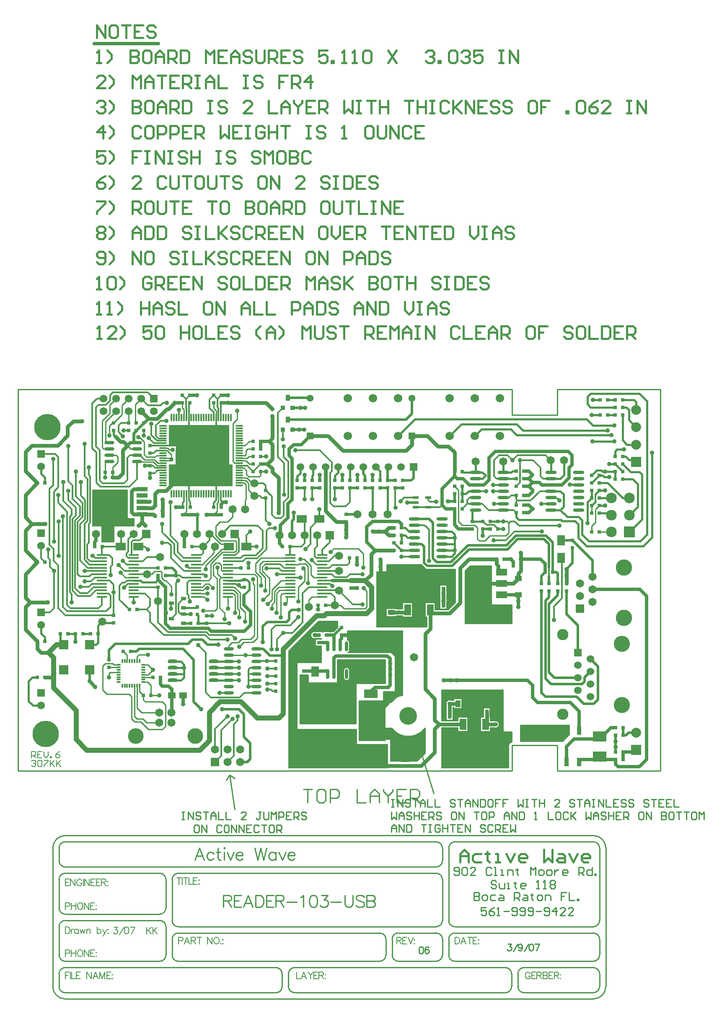
<source format=gtl>
%FSLAX24Y24*%
%MOIN*%
G70*
G01*
G75*
G04 Layer_Physical_Order=1*
G04 Layer_Color=255*
%ADD10C,0.0080*%
%ADD11R,0.0500X0.0200*%
%ADD12R,0.0800X0.0600*%
%ADD13R,0.0800X0.0140*%
%ADD14R,0.0550X0.0400*%
%ADD15R,0.0300X0.0300*%
%ADD16R,0.0900X0.0550*%
%ADD17R,0.0900X0.1800*%
%ADD18R,0.0630X0.0118*%
%ADD19O,0.0630X0.0118*%
%ADD20O,0.0118X0.0630*%
%ADD21R,0.0300X0.0300*%
%ADD22R,0.0780X0.0780*%
%ADD23R,0.0900X0.0350*%
%ADD24O,0.0800X0.0240*%
%ADD25R,0.0360X0.0500*%
%ADD26R,0.0360X0.0360*%
%ADD27R,0.1800X0.0900*%
%ADD28O,0.0900X0.0240*%
%ADD29R,0.0400X0.0300*%
%ADD30R,0.0550X0.0900*%
%ADD31R,0.0400X0.0550*%
%ADD32R,0.3949X0.1752*%
%ADD33R,0.0600X0.0800*%
%ADD34O,0.0240X0.0800*%
%ADD35R,0.0945X0.0591*%
%ADD36R,0.1102X0.0709*%
%ADD37R,0.0709X0.1102*%
%ADD38O,0.0394X0.0108*%
%ADD39O,0.0108X0.0394*%
%ADD40O,0.0394X0.0108*%
%ADD41R,0.0600X0.0500*%
%ADD42O,0.0800X0.0300*%
%ADD43R,0.0350X0.0700*%
%ADD44R,0.1102X0.0790*%
%ADD45C,0.0120*%
%ADD46C,0.0100*%
%ADD47C,0.0200*%
%ADD48C,0.0300*%
%ADD49C,0.0250*%
%ADD50C,0.0150*%
%ADD51C,0.0400*%
%ADD52C,0.0140*%
%ADD53C,0.0220*%
%ADD54C,0.0090*%
%ADD55C,0.0050*%
%ADD56C,0.0600*%
%ADD57C,0.0650*%
%ADD58C,0.0550*%
%ADD59C,0.0620*%
%ADD60R,0.0620X0.0620*%
%ADD61R,0.0650X0.0650*%
%ADD62R,0.0600X0.0600*%
%ADD63R,0.0520X0.0520*%
%ADD64C,0.0670*%
%ADD65C,0.2100*%
%ADD66C,0.1400*%
%ADD67R,0.0650X0.0650*%
%ADD68C,0.1300*%
%ADD69C,0.1280*%
%ADD70C,0.0900*%
%ADD71C,0.0787*%
%ADD72R,0.0787X0.0787*%
%ADD73R,0.0850X0.0850*%
%ADD74C,0.0850*%
%ADD75C,0.1250*%
%ADD76R,0.0620X0.0620*%
%ADD77C,0.0350*%
D10*
X22398Y9903D02*
G03*
X22373Y10021I-290J0D01*
G01*
Y9785D02*
G03*
X22398Y9903I-265J118D01*
G01*
Y9353D02*
G03*
X22373Y9471I-290J0D01*
G01*
Y9235D02*
G03*
X22398Y9353I-265J118D01*
G01*
X21843Y10021D02*
G03*
X21843Y9785I265J-118D01*
G01*
Y9471D02*
G03*
X21843Y9235I265J-118D01*
G01*
X18441Y8138D02*
G03*
X18676Y8138I118J265D01*
G01*
Y8668D02*
G03*
X18441Y8668I-118J-265D01*
G01*
X14648Y3783D02*
G03*
X14178Y3783I-235J0D01*
G01*
Y3223D02*
G03*
X14648Y3223I235J0D01*
G01*
Y5983D02*
G03*
X14458Y6214I-235J0D01*
G01*
X14462Y5193D02*
G03*
X14648Y5423I-48J230D01*
G01*
X26548Y-497D02*
G03*
X26141Y-232I-290J0D01*
G01*
Y-762D02*
G03*
X26548Y-497I118J265D01*
G01*
X27558Y-1907D02*
G03*
X27318Y-2147I0J-240D01*
G01*
X27558Y-1907D02*
G03*
X27318Y-2147I0J-240D01*
G01*
X22726Y1418D02*
G03*
X22343Y1035I-118J-265D01*
G01*
X11976Y6868D02*
G03*
X11976Y6338I-118J-265D01*
G01*
X18000Y-789D02*
G03*
X20637Y-789I1319J992D01*
G01*
X26809Y7503D02*
Y9003D01*
X26859Y7503D02*
Y9003D01*
X26759Y7503D02*
Y9003D01*
X27059Y7503D02*
Y9003D01*
X27159Y7503D02*
Y9003D01*
X26909Y7503D02*
Y9003D01*
X26559Y7503D02*
Y9003D01*
X26609Y7503D02*
Y9003D01*
X26509Y7503D02*
Y9003D01*
X26709Y7503D02*
Y9003D01*
X26659Y7503D02*
Y9003D01*
X27409Y7503D02*
Y9003D01*
X27459Y7503D02*
Y9003D01*
X27359Y7503D02*
Y9003D01*
X27559Y7503D02*
Y9003D01*
X27583Y7503D02*
Y9003D01*
X27509Y7503D02*
Y9003D01*
X25933D02*
X27583D01*
X25933D02*
X27583D01*
X27209Y7503D02*
Y9003D01*
X27309Y7503D02*
Y9003D01*
X27259Y7503D02*
Y9003D01*
X24183Y12053D02*
X25933D01*
X24133Y12003D02*
X25933D01*
X24233Y12103D02*
X25933D01*
X25909Y7503D02*
Y12103D01*
X25933Y9003D02*
Y12103D01*
X25859Y7503D02*
Y12103D01*
X24033Y11903D02*
X25933D01*
X23983Y11853D02*
X25933D01*
X24083Y11953D02*
X25933D01*
X23883Y11753D02*
X25933D01*
X23933Y11803D02*
X25933D01*
X26259Y7503D02*
Y9003D01*
X26309Y7503D02*
Y9003D01*
X26209Y7503D02*
Y9003D01*
X26409Y7503D02*
Y9003D01*
X26459Y7503D02*
Y9003D01*
X26359Y7503D02*
Y9003D01*
X26009Y7503D02*
Y9003D01*
X26059Y7503D02*
Y9003D01*
X25959Y7503D02*
Y9003D01*
X26159Y7503D02*
Y9003D01*
X26109Y7503D02*
Y9003D01*
X25209Y7503D02*
Y12103D01*
X25259Y7503D02*
Y12103D01*
X25159Y7503D02*
Y12103D01*
X25359Y7503D02*
Y12103D01*
X25409Y7503D02*
Y12103D01*
X25309Y7503D02*
Y12103D01*
X24959Y7503D02*
Y12103D01*
X25009Y7503D02*
Y12103D01*
X24909Y7503D02*
Y12103D01*
X25109Y7503D02*
Y12103D01*
X25059Y7503D02*
Y12103D01*
X25759Y7503D02*
Y12103D01*
X25809Y7503D02*
Y12103D01*
X25709Y7503D02*
Y12103D01*
X27009Y7503D02*
Y9003D01*
X27109Y7503D02*
Y9003D01*
X26959Y7503D02*
Y9003D01*
X25509Y7503D02*
Y12103D01*
X25559Y7503D02*
Y12103D01*
X25459Y7503D02*
Y12103D01*
X25659Y7503D02*
Y12103D01*
X25609Y7503D02*
Y12103D01*
X24659Y7503D02*
Y12103D01*
X24709Y7503D02*
Y12103D01*
X24609Y7503D02*
Y12103D01*
X24809Y7503D02*
Y12103D01*
X24859Y7503D02*
Y12103D01*
X24759Y7503D02*
Y12103D01*
X24409Y7503D02*
Y12103D01*
X24459Y7503D02*
Y12103D01*
X24359Y7503D02*
Y12103D01*
X24559Y7503D02*
Y12103D01*
X24509Y7503D02*
Y12103D01*
X24209Y7503D02*
Y12079D01*
X24159Y7503D02*
Y12029D01*
X24109Y7503D02*
Y11979D01*
X24309Y7503D02*
Y12103D01*
X24259Y7503D02*
Y12103D01*
X23959Y7503D02*
Y11829D01*
X23909Y7503D02*
Y11779D01*
X23859Y7503D02*
Y11729D01*
X24059Y7503D02*
Y11929D01*
X24009Y7503D02*
Y11879D01*
X23833Y10353D02*
X25933D01*
X23833Y10303D02*
X25933D01*
X23833Y10403D02*
X25933D01*
X23833Y10203D02*
X25933D01*
X23833Y10153D02*
X25933D01*
X23833Y10253D02*
X25933D01*
X23833Y10603D02*
X25933D01*
X23833Y10553D02*
X25933D01*
X23833Y10653D02*
X25933D01*
X23833Y10453D02*
X25933D01*
X23833Y10503D02*
X25933D01*
X23833Y9803D02*
X25933D01*
X23833Y9753D02*
X25933D01*
X23833Y9853D02*
X25933D01*
X23833Y9653D02*
X25933D01*
X23833Y9603D02*
X25933D01*
X23833Y9703D02*
X25933D01*
X23833Y10053D02*
X25933D01*
X23833Y10003D02*
X25933D01*
X23833Y10103D02*
X25933D01*
X23833Y9903D02*
X25933D01*
X23833Y9953D02*
X25933D01*
X23833Y11453D02*
X25933D01*
X23833Y11403D02*
X25933D01*
X23833Y11503D02*
X25933D01*
X23833Y11303D02*
X25933D01*
X23833Y11253D02*
X25933D01*
X23833Y11353D02*
X25933D01*
X23833Y11703D02*
X25933D01*
X23833Y11653D02*
X25933D01*
X23833Y11703D02*
X24233Y12103D01*
X23833Y11553D02*
X25933D01*
X23833Y11603D02*
X25933D01*
X23833Y10903D02*
X25933D01*
X23833Y10853D02*
X25933D01*
X23833Y10953D02*
X25933D01*
X23833Y10753D02*
X25933D01*
X23833Y10703D02*
X25933D01*
X23833Y10803D02*
X25933D01*
X23833Y11153D02*
X25933D01*
X23833Y11103D02*
X25933D01*
X23833Y11203D02*
X25933D01*
X23833Y11003D02*
X25933D01*
X23833Y11053D02*
X25933D01*
X23833Y8653D02*
X27583D01*
X23833Y8603D02*
X27583D01*
X23833Y8703D02*
X27583D01*
X23833Y8503D02*
X27583D01*
X23833Y8453D02*
X27583D01*
X23833Y8553D02*
X27583D01*
X23833Y8903D02*
X27583D01*
X23833Y8853D02*
X27583D01*
X23833Y8953D02*
X27583D01*
X23833Y8753D02*
X27583D01*
X23833Y8803D02*
X27583D01*
X23833Y7753D02*
X27583D01*
X23833Y7703D02*
X27583D01*
X23833Y7803D02*
X27583D01*
X23833Y7553D02*
X27583D01*
X23833Y7503D02*
X27583D01*
X23833Y7653D02*
X27583D01*
X23833Y8353D02*
X27583D01*
X23833Y8303D02*
X27583D01*
X23833Y8403D02*
X27583D01*
X23833Y8203D02*
X27583D01*
X23833Y8253D02*
X27583D01*
X23833Y9303D02*
X25933D01*
X23833Y9253D02*
X25933D01*
X23833Y9353D02*
X25933D01*
X23833Y9153D02*
X25933D01*
X23833Y9103D02*
X25933D01*
X23833Y9203D02*
X25933D01*
X23833Y9503D02*
X25933D01*
X23833Y9453D02*
X25933D01*
X23833Y9553D02*
X25933D01*
X23833Y9403D02*
X25933D01*
X23833Y7503D02*
Y11703D01*
Y7953D02*
X27583D01*
X23833Y7903D02*
X27583D01*
X23833Y8003D02*
X27583D01*
X23833Y7603D02*
X27583D01*
X23833Y7853D02*
X27583D01*
X23833Y9003D02*
X25933D01*
X23833Y8153D02*
X27583D01*
X23833Y9053D02*
X25933D01*
X23833Y8053D02*
X27583D01*
X23833Y8103D02*
X27583D01*
X22373Y10503D02*
X23058D01*
X22373Y10553D02*
X23058D01*
X22373Y10403D02*
X23058D01*
X22373Y10453D02*
X23058D01*
X22373Y10253D02*
X23058D01*
X22373Y10303D02*
Y10568D01*
Y10053D02*
X23058D01*
Y9178D02*
Y11853D01*
X23009Y9129D02*
Y11853D01*
X22381Y10003D02*
X23058D01*
X22909Y9029D02*
Y11853D01*
X22859Y8979D02*
Y11853D01*
X22959Y9079D02*
Y11853D01*
X20708D02*
X23058D01*
X20708D02*
X23058D01*
X22373Y10303D02*
X23058D01*
X22373Y10353D02*
X23058D01*
X22359Y10568D02*
Y11853D01*
X22309Y10568D02*
Y11853D01*
X22108Y10568D02*
X22373D01*
Y10153D02*
X23058D01*
X22373Y10203D02*
X23058D01*
X22373Y10103D02*
X23058D01*
X22373Y10038D02*
Y10303D01*
Y10038D02*
Y10303D01*
X22398Y9903D02*
X23058D01*
X22394Y9953D02*
X23058D01*
X22394Y9853D02*
X23058D01*
X22381Y9803D02*
X23058D01*
X22373Y9703D02*
X23058D01*
X22373Y9653D02*
X23058D01*
X22398Y9353D02*
X23058D01*
X22394Y9303D02*
X23058D01*
X22381Y9253D02*
X23058D01*
X22381Y9453D02*
X23058D01*
X22373Y9603D02*
X23058D01*
X22394Y9403D02*
X23058D01*
X22373Y9553D02*
X23058D01*
X22373Y9753D02*
X23058D01*
X22373Y9203D02*
X23058D01*
X22373Y9503D02*
X23058D01*
X22373Y9471D02*
Y9785D01*
Y9103D02*
X22984D01*
X22373Y9153D02*
X23034D01*
X22373Y9053D02*
X22934D01*
X22373Y9003D02*
X22884D01*
X22373Y8953D02*
Y9218D01*
Y8953D02*
X22834D01*
X22159Y10568D02*
Y11853D01*
X22109Y10568D02*
Y11853D01*
X22259Y10568D02*
Y11853D01*
X22209Y10568D02*
Y11853D01*
X22009Y10568D02*
Y11853D01*
X21959Y10568D02*
Y11853D01*
X22059Y10568D02*
Y11853D01*
X21859Y10568D02*
Y11853D01*
X21409Y9168D02*
Y11853D01*
X21909Y10568D02*
Y11853D01*
X21309Y9168D02*
Y11853D01*
X21259Y9168D02*
Y11853D01*
X21359Y9168D02*
Y11853D01*
X20809Y9168D02*
Y11853D01*
X20759Y9168D02*
Y11853D01*
X21209Y9168D02*
Y11853D01*
X20909Y9168D02*
Y11853D01*
X20658Y11903D02*
X20708Y11853D01*
X20358Y12203D02*
X20658Y11903D01*
X20709Y9168D02*
Y11853D01*
X19559Y9168D02*
Y12203D01*
X19509Y9168D02*
Y12203D01*
X19609Y9168D02*
Y12203D01*
X19409Y9168D02*
Y12203D01*
X19359Y9168D02*
Y12203D01*
X19459Y9168D02*
Y12203D01*
X21843Y10568D02*
X22108D01*
X21843Y10303D02*
Y10568D01*
Y10038D02*
Y10303D01*
Y10038D02*
Y10303D01*
Y9471D02*
Y9785D01*
Y8953D02*
Y9218D01*
Y8953D02*
Y9218D01*
X21448Y8953D02*
X21843D01*
X21448Y9053D02*
X21843D01*
X21448Y9103D02*
X21843D01*
X21448Y9003D02*
X21843D01*
X21109Y9168D02*
Y11853D01*
X21059Y9168D02*
Y11853D01*
X21159Y9168D02*
Y11853D01*
X20959Y9168D02*
Y11853D01*
X20859Y9168D02*
Y11853D01*
X21009Y9168D02*
Y11853D01*
X21448Y9153D02*
X21843D01*
X20668Y9168D02*
X21448D01*
X19648Y9153D02*
X20668D01*
X19648Y9053D02*
X20668D01*
X19648Y9103D02*
X20668D01*
X19648Y9003D02*
X20668D01*
X22809Y8929D02*
Y11853D01*
X22759Y8879D02*
Y11853D01*
X22373Y8853D02*
X22734D01*
X22373Y8903D02*
X22784D01*
X22659Y8779D02*
Y11853D01*
X22609Y8729D02*
Y11853D01*
X22709Y8829D02*
Y11853D01*
X22559Y8679D02*
Y11853D01*
X22509Y8629D02*
Y11853D01*
X22499Y8618D02*
X23058Y9178D01*
X22459Y8618D02*
Y11853D01*
X22409Y8618D02*
Y11853D01*
X22373Y8688D02*
Y9218D01*
X21843Y8688D02*
Y8953D01*
X21448Y8903D02*
X21843D01*
X21448Y8803D02*
X21843D01*
X21448Y8853D02*
X21843D01*
X21709Y8618D02*
Y11853D01*
X21659Y8618D02*
Y11853D01*
X21809Y8618D02*
Y11853D01*
X21609Y8618D02*
Y11853D01*
X21559Y8618D02*
Y11853D01*
X21759Y8618D02*
Y11853D01*
X21509Y8618D02*
Y11853D01*
X21459Y8618D02*
Y11853D01*
X21448Y8618D02*
Y9168D01*
X22373Y8753D02*
X22634D01*
X22373Y8803D02*
X22684D01*
X22373Y8618D02*
X22499D01*
X22373Y8703D02*
X22584D01*
X22359Y8618D02*
Y8688D01*
X22309Y8618D02*
Y8688D01*
X22108D02*
X22373D01*
X22259Y8618D02*
Y8688D01*
X22108Y8618D02*
X22373D01*
X22108D02*
X22373D01*
X22159D02*
Y8688D01*
X22109Y8618D02*
Y8688D01*
X22209Y8618D02*
Y8688D01*
X22009Y8618D02*
Y8688D01*
X21959Y8618D02*
Y8688D01*
X21843D02*
X22108D01*
X21448Y8653D02*
X22534D01*
X21448Y8703D02*
X21843D01*
X21448Y8753D02*
X21843D01*
X21909Y8618D02*
Y8688D01*
X22059Y8618D02*
Y8688D01*
X21843Y8618D02*
X22108D01*
X21843D02*
X22108D01*
X21859D02*
Y8688D01*
X21448Y8618D02*
X21843D01*
X20793Y7253D02*
Y8038D01*
X20609Y7253D02*
Y11952D01*
X20559Y7253D02*
Y12002D01*
X20668Y8038D02*
Y9168D01*
X20659Y7253D02*
Y11902D01*
X20459Y7253D02*
Y12102D01*
X20409Y7253D02*
Y12152D01*
X20509Y7253D02*
Y12052D01*
X20309Y7253D02*
Y12203D01*
X20259Y7253D02*
Y12203D01*
X20359Y7253D02*
Y12202D01*
X20159Y7253D02*
Y12203D01*
X20109Y7253D02*
Y12203D01*
X20209Y7253D02*
Y12203D01*
X20059Y7253D02*
Y12203D01*
X19648Y8953D02*
X20668D01*
X19648Y8853D02*
X20668D01*
X19648Y8903D02*
X20668D01*
X19959Y7253D02*
Y12203D01*
X19909Y7253D02*
Y12203D01*
X19648Y8038D02*
Y9168D01*
X19859Y7253D02*
Y12203D01*
X19809Y7253D02*
Y12203D01*
X20009Y7253D02*
Y12203D01*
X19709Y7253D02*
Y12203D01*
X19659Y7253D02*
Y12203D01*
X19759Y7253D02*
Y12203D01*
X19648Y8553D02*
X20668D01*
X19648Y8603D02*
X20668D01*
X19648Y8453D02*
X20668D01*
X19648Y8503D02*
X20668D01*
X19648Y8753D02*
X20668D01*
X19648Y8803D02*
X20668D01*
X19648Y8703D02*
X20668D01*
X20759Y7253D02*
Y8038D01*
X20709Y7253D02*
Y8038D01*
X20668D02*
X20793D01*
X19648Y8353D02*
X20668D01*
X19648Y8403D02*
X20668D01*
X19648Y8303D02*
X20668D01*
X19648Y8103D02*
X20668D01*
X19648Y8153D02*
X20668D01*
X19648Y8053D02*
X20668D01*
X19648Y8253D02*
X20668D01*
X19648Y8653D02*
X20668D01*
X19648Y8203D02*
X20668D01*
X19559Y7253D02*
Y8038D01*
X19509Y7253D02*
Y8038D01*
X19609Y7253D02*
Y8038D01*
X19409Y7253D02*
Y8038D01*
X19359Y7253D02*
Y8038D01*
X19459Y7253D02*
Y8038D01*
X17608Y11653D02*
X23058D01*
X16808Y11603D02*
X23058D01*
X16808Y11503D02*
X23058D01*
X16808Y11553D02*
X23058D01*
X17608Y11753D02*
X23058D01*
X17608Y11803D02*
X23058D01*
X17608Y11703D02*
X23058D01*
X16808Y11253D02*
X23058D01*
X16808Y11303D02*
X23058D01*
X16808Y11203D02*
X23058D01*
X16808Y11403D02*
X23058D01*
X16808Y11453D02*
X23058D01*
X16808Y11353D02*
X23058D01*
X16808Y10953D02*
X23058D01*
X16808Y11003D02*
X23058D01*
X16808Y10853D02*
X23058D01*
X16808Y10903D02*
X23058D01*
X16808Y11103D02*
X23058D01*
X16808Y11153D02*
X23058D01*
X16808Y11053D02*
X23058D01*
X16808Y10753D02*
X23058D01*
X16808Y10803D02*
X23058D01*
X16808Y10703D02*
X23058D01*
X16808Y10603D02*
X23058D01*
X16808Y10653D02*
X23058D01*
X16808Y10553D02*
X21843D01*
X16808Y9653D02*
X21843D01*
X16808Y9703D02*
X21843D01*
X16808Y9553D02*
X21843D01*
X16808Y9603D02*
X21843D01*
X16808Y9803D02*
X21836D01*
X16808Y9853D02*
X21823D01*
X16808Y9753D02*
X21843D01*
X16808Y9453D02*
X21836D01*
X16808Y9503D02*
X21843D01*
X16808Y9203D02*
X21843D01*
X16808Y9303D02*
X21823D01*
X16808Y9403D02*
X21823D01*
X16808Y9253D02*
X21836D01*
X16808Y10303D02*
X21843D01*
X16808Y10353D02*
X21843D01*
X16808Y10203D02*
X21843D01*
X16808Y10253D02*
X21843D01*
X16808Y10453D02*
X21843D01*
X16808Y10503D02*
X21843D01*
X16808Y10403D02*
X21843D01*
X16808Y10103D02*
X21843D01*
X16808Y10153D02*
X21843D01*
X16808Y10053D02*
X21843D01*
X16808Y9953D02*
X21823D01*
X16808Y10003D02*
X21836D01*
X16808Y9903D02*
X21818D01*
X19209Y9168D02*
Y12203D01*
X19159Y9168D02*
Y12203D01*
X19309Y9168D02*
Y12203D01*
X19259Y9168D02*
Y12203D01*
X19059Y9168D02*
Y12203D01*
X19009Y9168D02*
Y12203D01*
X19109Y9168D02*
Y12203D01*
X18909Y9168D02*
Y12203D01*
X18609Y8688D02*
Y12203D01*
X18959Y9168D02*
Y12203D01*
X18509Y8689D02*
Y12203D01*
X18309Y8718D02*
Y12203D01*
X18559Y8693D02*
Y12203D01*
X18209Y8718D02*
Y12203D01*
X18159Y8718D02*
Y12203D01*
X18259Y8718D02*
Y12203D01*
X17608D02*
X20358D01*
X18059Y8718D02*
Y12203D01*
X17608Y11653D02*
Y12203D01*
X18109Y8718D02*
Y12203D01*
X17809Y8718D02*
Y12203D01*
X17759Y8718D02*
Y12203D01*
X18009Y8718D02*
Y12203D01*
X17659Y8718D02*
Y12203D01*
X17609Y8718D02*
Y12203D01*
X17709Y8718D02*
Y12203D01*
X17608Y11953D02*
X20608D01*
X17608Y12003D02*
X20558D01*
X17608Y11853D02*
X20708D01*
X17608Y11903D02*
X20658D01*
X17608Y12103D02*
X20458D01*
X17608Y12153D02*
X20408D01*
X17608Y12053D02*
X20508D01*
X18868Y9168D02*
X19648D01*
X17568Y8718D02*
X18348D01*
Y8703D02*
X18868D01*
X17909Y8718D02*
Y12203D01*
X17859Y8718D02*
Y12203D01*
X17959Y8718D02*
Y12203D01*
X16808Y9153D02*
X18868D01*
X16808Y9353D02*
X21818D01*
X16808Y9103D02*
X18868D01*
X16808Y9053D02*
X18868D01*
X16808Y11653D02*
X17608D01*
X16808Y9003D02*
X18868D01*
X16808Y8903D02*
X18868D01*
X16808Y8953D02*
X18868D01*
X16808Y8853D02*
X18868D01*
X16808Y8753D02*
X18868D01*
X16808Y8803D02*
X18868D01*
X16808Y8703D02*
X17568D01*
X18859Y8668D02*
Y12203D01*
X18809Y8668D02*
Y12203D01*
X18868Y8668D02*
Y9168D01*
X18676Y8668D02*
X18868D01*
X18709D02*
Y12203D01*
X18659Y8675D02*
Y12203D01*
X18759Y8668D02*
Y12203D01*
X18859Y7253D02*
Y8138D01*
X18676D02*
X18868D01*
Y8038D02*
Y8138D01*
X18759Y7253D02*
Y8138D01*
X18709Y7253D02*
Y8138D01*
X18809Y7253D02*
Y8138D01*
X18348Y8103D02*
X18868D01*
X16808Y8053D02*
X18868D01*
X18459Y8676D02*
Y12203D01*
X18348Y8668D02*
X18441D01*
X18348Y8138D02*
X18441D01*
X18659Y7253D02*
Y8131D01*
X18609Y7253D02*
Y8118D01*
X18559Y7253D02*
Y8113D01*
X18459Y7253D02*
Y8130D01*
X18409Y7253D02*
Y8138D01*
X18509Y7253D02*
Y8117D01*
X18868Y8038D02*
X19648D01*
X16808Y8003D02*
X20793D01*
X16808Y7903D02*
X20793D01*
X16808Y7953D02*
X20793D01*
X19209Y7253D02*
Y8038D01*
X19159Y7253D02*
Y8038D01*
X19309Y7253D02*
Y8038D01*
X19109Y7253D02*
Y8038D01*
X19059Y7253D02*
Y8038D01*
X19259Y7253D02*
Y8038D01*
X18959Y7253D02*
Y8038D01*
X18909Y7253D02*
Y8038D01*
X19009Y7253D02*
Y8038D01*
X16808Y7653D02*
X20793D01*
X16808Y7703D02*
X20793D01*
X16808Y7553D02*
X20793D01*
X16808Y7603D02*
X20793D01*
X16808Y7803D02*
X20793D01*
X16808Y7853D02*
X20793D01*
X16808Y7753D02*
X20793D01*
X16808Y7303D02*
X20793D01*
X16808Y7353D02*
X20793D01*
X16808Y7253D02*
X20793D01*
X16808Y7453D02*
X20793D01*
X16808Y7503D02*
X20793D01*
X16808Y7403D02*
X20793D01*
X18409Y8668D02*
Y12203D01*
X18359Y8668D02*
Y12203D01*
X18348Y8668D02*
Y8718D01*
X17568Y8088D02*
Y8718D01*
X17509Y7253D02*
Y11653D01*
X17459Y7253D02*
Y11653D01*
X17559Y7253D02*
Y11653D01*
X17359Y7253D02*
Y11653D01*
X17309Y7253D02*
Y11653D01*
X17409Y7253D02*
Y11653D01*
X17209Y7253D02*
Y11653D01*
X17159Y7253D02*
Y11653D01*
X17259Y7253D02*
Y11653D01*
X16808Y8603D02*
X17568D01*
X16808Y8653D02*
X17568D01*
X16808Y8503D02*
X17568D01*
X16808Y8553D02*
X17568D01*
X17009Y7253D02*
Y11653D01*
X16959Y7253D02*
Y11653D01*
X16808Y8453D02*
X17568D01*
X17059Y7253D02*
Y11653D01*
X16909Y7253D02*
Y11653D01*
X17109Y7253D02*
Y11653D01*
X16809Y7253D02*
Y11653D01*
X16808Y7253D02*
Y11653D01*
X16859Y7253D02*
Y11653D01*
X18359Y7253D02*
Y8138D01*
X18348Y8088D02*
Y8138D01*
X18309Y7253D02*
Y8088D01*
X18259Y7253D02*
Y8088D01*
X18159Y7253D02*
Y8088D01*
X18109Y7253D02*
Y8088D01*
X18209Y7253D02*
Y8088D01*
X18009Y7253D02*
Y8088D01*
X17959Y7253D02*
Y8088D01*
X18059Y7253D02*
Y8088D01*
X17859Y7253D02*
Y8088D01*
X17809Y7253D02*
Y8088D01*
X17909Y7253D02*
Y8088D01*
X16808Y8203D02*
X17568D01*
X16808Y8253D02*
X17568D01*
X16808Y8153D02*
X17568D01*
X16808Y8353D02*
X17568D01*
X16808Y8403D02*
X17568D01*
X16808Y8303D02*
X17568D01*
X17759Y7253D02*
Y8088D01*
X17709Y7253D02*
Y8088D01*
X17568D02*
X18348D01*
X17609Y7253D02*
Y8088D01*
X16808Y8103D02*
X17568D01*
X17659Y7253D02*
Y8088D01*
X17329Y2103D02*
X18159D01*
X17329Y2053D02*
X18159D01*
X17329Y2111D02*
X18159D01*
Y1553D02*
Y2111D01*
X18109Y1499D02*
Y2111D01*
X17329Y1953D02*
X18159D01*
X17329Y2003D02*
X18159D01*
X17329Y1853D02*
X18159D01*
X17329Y1903D02*
X18159D01*
X17329Y1753D02*
X18159D01*
X17329Y1703D02*
X18159D01*
X17329Y1803D02*
X18159D01*
X17458Y803D02*
X18159Y1553D01*
X17329Y1653D02*
X18159D01*
X17329Y1553D02*
X18159D01*
X17329Y1603D02*
X18159D01*
X17329Y1503D02*
X18113D01*
X17329Y1453D02*
X18066D01*
X18009Y1393D02*
Y2111D01*
X18059Y1446D02*
Y2111D01*
X17959Y1339D02*
Y2111D01*
X17909Y1286D02*
Y2111D01*
X17859Y1232D02*
Y2111D01*
X17809Y1179D02*
Y2111D01*
X17759Y1125D02*
Y2111D01*
X17709Y1072D02*
Y2111D01*
X17659Y1018D02*
Y2111D01*
X17559Y911D02*
Y2111D01*
X17609Y965D02*
Y2111D01*
X17509Y858D02*
Y2111D01*
X17458Y803D02*
X17459Y-1789D01*
Y804D02*
Y2111D01*
X17329Y1403D02*
X18019D01*
X17329Y1361D02*
Y2111D01*
X16808Y1361D02*
X17329Y1361D01*
X15659Y-1789D02*
Y1361D01*
X16809Y-1789D02*
Y1361D01*
X16859Y-1789D02*
Y1361D01*
X16759Y-1789D02*
Y1361D01*
X17409Y-1789D02*
Y2111D01*
X17359Y-1789D02*
Y2111D01*
X16609Y-1789D02*
Y1361D01*
X16559Y-1789D02*
Y1361D01*
X16709Y-1789D02*
Y1361D01*
X16659Y-1789D02*
Y1361D01*
X17159Y-1789D02*
Y1361D01*
X17209Y-1789D02*
Y1361D01*
X17109Y-1789D02*
Y1361D01*
X17309Y-1789D02*
Y1361D01*
X17259Y-1789D02*
Y1361D01*
X16959Y-1789D02*
Y1361D01*
X16909Y-1789D02*
Y1361D01*
X17059Y-1789D02*
Y1361D01*
X17009Y-1789D02*
Y1361D01*
X15959Y-1789D02*
Y1361D01*
X16009Y-1789D02*
Y1361D01*
X15909Y-1789D02*
Y1361D01*
X16109Y-1789D02*
Y1361D01*
X16059Y-1789D02*
Y1361D01*
X15759Y-1789D02*
Y1361D01*
X15709Y-1789D02*
Y1361D01*
X15859Y-1789D02*
Y1361D01*
X15809Y-1789D02*
Y1361D01*
X16409Y-1789D02*
Y1361D01*
X16359Y-1789D02*
Y1361D01*
X16509Y-1789D02*
Y1361D01*
X16459Y-1789D02*
Y1361D01*
X16209Y-1789D02*
Y1361D01*
X16159Y-1789D02*
Y1361D01*
X16309Y-1789D02*
Y1361D01*
X16259Y-1789D02*
Y1361D01*
X15408Y1353D02*
X17972D01*
X15408Y1303D02*
X17926D01*
X15408Y1253D02*
X17879D01*
X15408Y1203D02*
X17832D01*
X15408Y1153D02*
X17785D01*
X15408Y1103D02*
X17739D01*
X15407Y1053D02*
X17692D01*
X15407Y1003D02*
X17645D01*
X15407Y953D02*
X17599D01*
X15407Y903D02*
X17552D01*
X15407Y853D02*
X17505D01*
X15404Y-47D02*
X17459D01*
X15404Y-147D02*
X17459D01*
X15404Y-97D02*
X17459D01*
X15404Y-247D02*
X17459D01*
X15404Y-197D02*
X17459D01*
X15403Y-347D02*
X17459D01*
X15404Y-297D02*
X17459D01*
X15407Y803D02*
X17458D01*
X15407Y753D02*
X17458D01*
X15408Y1361D02*
X16808D01*
X15406Y653D02*
X17458D01*
X15406Y703D02*
X17458D01*
X15406Y553D02*
X17458D01*
X15406Y603D02*
X17458D01*
X15406Y453D02*
X17458D01*
X15406Y503D02*
X17458D01*
X15405Y353D02*
X17458D01*
X15405Y303D02*
X17459D01*
X15406Y403D02*
X17458D01*
X15405Y203D02*
X17459D01*
X15405Y253D02*
X17459D01*
X15405Y103D02*
X17459D01*
X15405Y153D02*
X17459D01*
X15404Y3D02*
X17459D01*
X15405Y53D02*
X17459D01*
X15402Y-997D02*
X17459D01*
X15401Y-1047D02*
X17459D01*
X15402Y-947D02*
X17459D01*
X15401Y-1147D02*
X17459D01*
X15401Y-1097D02*
X17459D01*
X15401Y-1247D02*
X17459D01*
X15401Y-1197D02*
X17459D01*
X15401Y-1347D02*
X17459D01*
X15401Y-1297D02*
X17459D01*
X15400Y-1447D02*
X17459D01*
X15400Y-1497D02*
X17459D01*
X15400Y-1397D02*
X17459D01*
X15400Y-1597D02*
X17459D01*
X15400Y-1547D02*
X17459D01*
X15400Y-1697D02*
X17459D01*
X15400Y-1647D02*
X17459D01*
X15399Y-1789D02*
X17459D01*
X15399Y-1747D02*
X17459D01*
X15459Y-1789D02*
Y1361D01*
X15509Y-1789D02*
Y1361D01*
X15409Y-1789D02*
Y1361D01*
X15609Y-1789D02*
Y1361D01*
X15559Y-1789D02*
Y1361D01*
X15403Y-447D02*
X17459D01*
X15403Y-397D02*
X17459D01*
X15403Y-497D02*
X17459D01*
X15399Y-1789D02*
X15408Y1361D01*
X15403Y-597D02*
X17459D01*
X15403Y-547D02*
X17459D01*
X15402Y-697D02*
X17459D01*
X15403Y-647D02*
X17459D01*
X15402Y-797D02*
X17459D01*
X15402Y-747D02*
X17459D01*
X15402Y-897D02*
X17459D01*
X15402Y-847D02*
X17459D01*
X13658Y4403D02*
X17508D01*
X13658Y4453D02*
X17508D01*
X14496Y4003D02*
X17508D01*
X13658Y4653D02*
X17508D01*
X13658Y4503D02*
X17508D01*
Y2953D02*
Y4653D01*
X14638Y3853D02*
X17508D01*
X14647Y3803D02*
X17508D01*
X14576Y3953D02*
X17508D01*
X14615Y3903D02*
X17508D01*
X13658Y4303D02*
X17508D01*
X13658Y4353D02*
X17508D01*
X13658Y4253D02*
X17508D01*
X13658Y4603D02*
X17508D01*
X13658Y4553D02*
X17508D01*
X13658Y4103D02*
X17508D01*
X13658Y4053D02*
X17508D01*
X13658Y4203D02*
X17508D01*
X13658Y4153D02*
X17508D01*
X14648Y3603D02*
X17508D01*
X14648Y3653D02*
X17508D01*
X14648Y3553D02*
X17508D01*
X14648Y3753D02*
X17508D01*
X14648Y3703D02*
X17508D01*
X14648Y3353D02*
X17508D01*
X14648Y3403D02*
X17508D01*
X14648Y3303D02*
X17508D01*
X14648Y3503D02*
X17508D01*
X14648Y3453D02*
X17508D01*
X14638Y3153D02*
X17508D01*
X14615Y3103D02*
X17508D01*
X14576Y3053D02*
X17508D01*
X14648Y3253D02*
X17508D01*
X14647Y3203D02*
X17508D01*
X13658Y2853D02*
X17508D01*
X13658Y2803D02*
X17508D01*
X14496Y3003D02*
X17508D01*
X13658Y2903D02*
X17508D01*
X15209Y2753D02*
Y4653D01*
X15159Y2753D02*
Y4653D01*
X14648Y3223D02*
Y3783D01*
X14559Y3967D02*
Y4653D01*
X14609Y3913D02*
Y4653D01*
X16209Y2753D02*
Y4653D01*
X16159Y2753D02*
Y4653D01*
X16259Y2753D02*
Y4653D01*
X15259Y2753D02*
Y4653D01*
X15309Y2753D02*
Y4653D01*
X14459Y4013D02*
Y4653D01*
X14409Y4018D02*
Y4653D01*
X14509Y3998D02*
Y4653D01*
X14309Y3994D02*
Y4653D01*
X14359Y4012D02*
Y4653D01*
X14259Y3960D02*
Y4653D01*
X14209Y3900D02*
Y4653D01*
X13658Y3903D02*
X14211D01*
X13658Y3603D02*
X14178D01*
X13658Y3653D02*
X14178D01*
X13658Y3553D02*
X14178D01*
X13658Y3753D02*
X14178D01*
X13658Y3703D02*
X14178D01*
Y3223D02*
Y3783D01*
X13658Y3503D02*
X14178D01*
X13658Y3453D02*
X14178D01*
X13658Y3253D02*
X14178D01*
X13658Y3303D02*
X14178D01*
X13658Y3203D02*
X14179D01*
X13658Y3403D02*
X14178D01*
X13658Y3353D02*
X14178D01*
X13658Y3053D02*
X14251D01*
X13658Y3003D02*
X14331D01*
X13658Y3153D02*
X14189D01*
X13658Y3103D02*
X14211D01*
X17159Y2753D02*
Y4653D01*
X17109Y2753D02*
Y4653D01*
X17209Y2753D02*
Y4653D01*
X17009Y2753D02*
Y4653D01*
X17059Y2753D02*
Y4653D01*
X17409Y2753D02*
Y4653D01*
X17359Y2753D02*
Y4653D01*
X17459Y2753D02*
Y4653D01*
X17259Y2753D02*
Y4653D01*
X17309Y2753D02*
Y4653D01*
X16709Y2753D02*
Y4653D01*
X16659Y2753D02*
Y4653D01*
X16759Y2753D02*
Y4653D01*
X15859Y2753D02*
Y4653D01*
X15909Y2753D02*
Y4653D01*
X16909Y2753D02*
Y4653D01*
X16959Y2753D02*
Y4653D01*
X16809Y2753D02*
Y4653D01*
X16859Y2753D02*
Y4653D01*
X16409Y2753D02*
Y4653D01*
X16359Y2753D02*
Y4653D01*
X16459Y2753D02*
Y4653D01*
X16109Y2753D02*
Y4653D01*
X16309Y2753D02*
Y4653D01*
X16609Y2753D02*
Y4653D01*
X17508Y2753D02*
Y2953D01*
X16509Y2753D02*
Y4653D01*
X16559Y2753D02*
Y4653D01*
X15759Y2753D02*
Y4653D01*
X15158Y2753D02*
X17508D01*
X15158D02*
X17508D01*
X15659D02*
Y4653D01*
X15709Y2753D02*
Y4653D01*
X16009Y2753D02*
Y4653D01*
X16059Y2753D02*
Y4653D01*
X15809Y2753D02*
Y4653D01*
X15959Y2753D02*
Y4653D01*
X15509Y2753D02*
Y4653D01*
X15459Y2753D02*
Y4653D01*
X15559Y2753D02*
Y4653D01*
X15359Y2753D02*
Y4653D01*
X15409Y2753D02*
Y4653D01*
X15059Y-447D02*
Y4653D01*
X15009Y-447D02*
Y4653D01*
X15109Y-447D02*
Y4653D01*
X14909Y-447D02*
Y4653D01*
X14959Y-447D02*
Y4653D01*
X13959Y-447D02*
Y4653D01*
X13909Y-447D02*
Y4653D01*
X14659Y-447D02*
Y4653D01*
X13809Y-447D02*
Y4653D01*
X13859Y-447D02*
Y4653D01*
X14809Y-447D02*
Y4653D01*
X14859Y-447D02*
Y4653D01*
X14709Y-447D02*
Y4653D01*
X14759Y-447D02*
Y4653D01*
X15609Y2753D02*
Y4653D01*
X14609Y-447D02*
Y3093D01*
X15158Y-447D02*
Y2753D01*
X14559Y-447D02*
Y3039D01*
X14509Y-447D02*
Y3008D01*
X14459Y-447D02*
Y2993D01*
X14409Y-447D02*
Y2988D01*
X14309Y-447D02*
Y3012D01*
X14359Y-447D02*
Y2994D01*
X14009Y-447D02*
Y4653D01*
X13759Y-447D02*
Y4653D01*
X14059Y-447D02*
Y4653D01*
X13659Y-447D02*
Y4653D01*
X13709Y-447D02*
Y4653D01*
X14209Y-447D02*
Y3106D01*
X14259Y-447D02*
Y3046D01*
X14109Y-447D02*
Y4653D01*
X14159Y-447D02*
Y4653D01*
X13658Y2953D02*
X17508D01*
X10708Y2753D02*
X15158D01*
X10708Y2703D02*
X15158D01*
X10708Y2653D02*
X15158D01*
X10708Y2603D02*
X15158D01*
X10708Y2403D02*
X15158D01*
X10708Y2453D02*
X15158D01*
X10708Y2353D02*
X15158D01*
X10708Y2553D02*
X15158D01*
X10708Y2503D02*
X15158D01*
X10708Y2153D02*
X15158D01*
X10708Y2203D02*
X15158D01*
X10708Y2103D02*
X15158D01*
X10708Y2303D02*
X15158D01*
X10708Y2253D02*
X15158D01*
X10708Y1953D02*
X15158D01*
X10708Y1903D02*
X15158D01*
X10708Y2053D02*
X15158D01*
X10708Y2003D02*
X15158D01*
X10708Y603D02*
X15158D01*
X10708Y653D02*
X15158D01*
X10708Y553D02*
X15158D01*
X10708Y753D02*
X15158D01*
X10708Y703D02*
X15158D01*
X10708Y303D02*
X15158D01*
X10708Y253D02*
X15158D01*
X10708Y503D02*
X15158D01*
X10708Y353D02*
X15158D01*
X10708Y1703D02*
X15158D01*
X10708Y1753D02*
X15158D01*
X10708Y1653D02*
X15158D01*
X10708Y1853D02*
X15158D01*
X10708Y1803D02*
X15158D01*
X10708Y853D02*
X15158D01*
X10708Y803D02*
X15158D01*
X10708Y1603D02*
X15158D01*
X10708Y1553D02*
X15158D01*
X13658Y3953D02*
X14251D01*
X13658Y4003D02*
X14331D01*
X13658Y3853D02*
X14189D01*
X13658Y3803D02*
X14179D01*
X10708Y3453D02*
X11358D01*
X13658Y2803D02*
Y4653D01*
X11358Y2803D02*
Y3453D01*
X10708Y3303D02*
X11358D01*
X10708Y3403D02*
X11358D01*
X10708Y3353D02*
X11358D01*
X10708Y3103D02*
X11358D01*
X10708Y3153D02*
X11358D01*
X10708Y3053D02*
X11358D01*
X10708Y3253D02*
X11358D01*
X10708Y3203D02*
X11358D01*
X10708Y2903D02*
X11358D01*
X10708Y2853D02*
X11358D01*
X10708Y3003D02*
X11358D01*
X10708Y2953D02*
X11358D01*
Y2803D02*
X13658D01*
X10708Y1503D02*
X15158D01*
X10708Y1453D02*
X15158D01*
X10708Y2803D02*
X11358D01*
X13658D01*
X10708Y1303D02*
X15158D01*
X10708Y1253D02*
X15158D01*
X10708Y1403D02*
X15158D01*
X10708Y1353D02*
X15158D01*
X10708Y1053D02*
X15158D01*
X10708Y1103D02*
X15158D01*
X10708Y1003D02*
X15158D01*
X10708Y1203D02*
X15158D01*
X10708Y1153D02*
X15158D01*
X10708Y453D02*
X15158D01*
X10708Y403D02*
X15158D01*
X10708Y953D02*
X15158D01*
X10708Y903D02*
X15158D01*
X13309Y-447D02*
Y2803D01*
X13259Y-447D02*
Y2803D01*
X13359Y-447D02*
Y2803D01*
X13159Y-447D02*
Y2803D01*
X13209Y-447D02*
Y2803D01*
X13559Y-447D02*
Y2803D01*
X13509Y-447D02*
Y2803D01*
X13609Y-447D02*
Y2803D01*
X13409Y-447D02*
Y2803D01*
X13459Y-447D02*
Y2803D01*
X12659Y-447D02*
Y2803D01*
X12609Y-447D02*
Y2803D01*
X12709Y-447D02*
Y2803D01*
X12509Y-447D02*
Y2803D01*
X12559Y-447D02*
Y2803D01*
X13059Y-447D02*
Y2803D01*
X13109Y-447D02*
Y2803D01*
X12759Y-447D02*
Y2803D01*
X12959Y-447D02*
Y2803D01*
X10708Y53D02*
X15158D01*
X10708Y103D02*
X15158D01*
X10708Y3D02*
X15158D01*
X10708Y203D02*
X15158D01*
X10708Y153D02*
X15158D01*
X12909Y-447D02*
Y2803D01*
X13009Y-447D02*
Y2803D01*
X12809Y-447D02*
Y2803D01*
X12859Y-447D02*
Y2803D01*
X10708Y-197D02*
X15158D01*
X10708Y-147D02*
X15158D01*
X10708Y-247D02*
X15158D01*
X10708Y-47D02*
X15158D01*
X10708Y-97D02*
X15158D01*
X10708Y-397D02*
X15158D01*
X10708Y-447D02*
X15158D01*
X10708Y-297D02*
X15158D01*
X10708Y-347D02*
X15158D01*
X11259Y-447D02*
Y3453D01*
X11209Y-447D02*
Y3453D01*
X11309Y-447D02*
Y3453D01*
X11109Y-447D02*
Y3453D01*
X11159Y-447D02*
Y3453D01*
X11509Y-447D02*
Y2803D01*
X11459Y-447D02*
Y2803D01*
X11559Y-447D02*
Y2803D01*
X11359Y-447D02*
Y2803D01*
X11409Y-447D02*
Y2803D01*
X10809Y-447D02*
Y3453D01*
X10759Y-447D02*
Y3453D01*
X10859Y-447D02*
Y3453D01*
X10708Y-447D02*
Y3453D01*
X10709Y-447D02*
Y3453D01*
X11009Y-447D02*
Y3453D01*
X11059Y-447D02*
Y3453D01*
X10909Y-447D02*
Y3453D01*
X10959Y-447D02*
Y3453D01*
X12209Y-447D02*
Y2803D01*
X12159Y-447D02*
Y2803D01*
X12259Y-447D02*
Y2803D01*
X12059Y-447D02*
Y2803D01*
X12109Y-447D02*
Y2803D01*
X12409Y-447D02*
Y2803D01*
X12459Y-447D02*
Y2803D01*
X12309Y-447D02*
Y2803D01*
X12359Y-447D02*
Y2803D01*
X11759Y-447D02*
Y2803D01*
X11709Y-447D02*
Y2803D01*
X11809Y-447D02*
Y2803D01*
X11609Y-447D02*
Y2803D01*
X11659Y-447D02*
Y2803D01*
X11959Y-447D02*
Y2803D01*
X12009Y-447D02*
Y2803D01*
X11859Y-447D02*
Y2803D01*
X11909Y-447D02*
Y2803D01*
X18269Y4803D02*
X18858D01*
X18269Y4753D02*
X18858D01*
Y4903D02*
Y6953D01*
X18269Y4853D02*
X18858D01*
X18269Y4553D02*
X18858D01*
X18269Y4503D02*
X18858D01*
X18269Y4703D02*
X18858D01*
X18269Y4653D02*
X18858D01*
X18117Y5053D02*
X18858D01*
X18167Y5003D02*
X18858D01*
X18017Y5153D02*
X18858D01*
X18067Y5103D02*
X18858D01*
X18267Y4903D02*
X18858D01*
X18269Y4603D02*
X18858D01*
X18217Y4953D02*
X18858D01*
X18269Y3403D02*
X18858D01*
X18269Y3353D02*
X18858D01*
X18269Y4103D02*
X18858D01*
X18269Y4053D02*
X18858D01*
X18269Y3203D02*
X18858D01*
X18269Y3153D02*
X18858D01*
X18269Y3253D02*
X18858D01*
X18269Y4353D02*
X18858D01*
X18269Y4303D02*
X18858D01*
X18269Y4453D02*
X18858D01*
X18269Y4403D02*
X18858D01*
X18269Y4203D02*
X18858D01*
X18269Y4153D02*
X18858D01*
X18269Y4253D02*
X18858D01*
X18269Y4003D02*
X18858D01*
X18269Y3953D02*
X18858D01*
X18209Y4961D02*
Y6953D01*
X18259Y4911D02*
Y6953D01*
X18269Y3853D02*
X18858D01*
X18269Y3803D02*
X18858D01*
X18269Y3903D02*
X18858D01*
X18009Y5161D02*
Y6953D01*
X18059Y5111D02*
Y6953D01*
X17909Y5201D02*
Y6953D01*
X17959Y5201D02*
Y6953D01*
X18159Y5011D02*
Y6953D01*
X17969Y5201D02*
X18269Y4901D01*
X18109Y5061D02*
Y6953D01*
X18269Y3053D02*
X18858D01*
X18269Y3003D02*
X18858D01*
X18269Y3303D02*
X18858D01*
X18269Y3103D02*
X18858D01*
X18269Y2903D02*
X18858D01*
X18269Y2853D02*
X18858D01*
X18269Y2953D02*
X18858D01*
X18269Y3653D02*
X18858D01*
X18269Y3603D02*
X18858D01*
X18269Y3753D02*
X18858D01*
X18269Y3703D02*
X18858D01*
X18269Y3503D02*
X18858D01*
X18269Y3453D02*
X18858D01*
X18269Y3553D02*
X18858D01*
Y2153D02*
Y4903D01*
X18269Y2703D02*
X18858D01*
X18269Y2803D02*
X18858D01*
X18269Y2753D02*
X18858D01*
X18759Y1790D02*
Y6953D01*
X18809Y1806D02*
Y6953D01*
X18659Y1760D02*
Y6953D01*
X18709Y1775D02*
Y6953D01*
X18269Y2553D02*
X18858D01*
X18269Y2503D02*
X18858D01*
X18269Y2653D02*
X18858D01*
X18269Y2603D02*
X18858D01*
X18269Y2403D02*
X18858D01*
X18269Y2353D02*
X18858D01*
X18269Y2453D02*
X18858D01*
X18269Y2203D02*
X18858D01*
X18269Y2153D02*
X18858D01*
X18269Y2303D02*
X18858D01*
X18269Y2253D02*
X18858D01*
Y2153D02*
X18859Y1821D01*
X18499Y1711D02*
X18859Y1821D01*
X17973Y2103D02*
X18858D01*
X17971Y1953D02*
X18859D01*
X17970Y1903D02*
X18859D01*
X17972Y2053D02*
X18859D01*
X17971Y2003D02*
X18859D01*
X17969Y1853D02*
X18859D01*
X17968Y1803D02*
X18801D01*
X17967Y1753D02*
X18637D01*
X18559Y1729D02*
Y6953D01*
X18609Y1745D02*
Y6953D01*
X18459Y1698D02*
Y6953D01*
X18509Y1714D02*
Y6953D01*
X18359Y1618D02*
Y6953D01*
X18409Y1664D02*
Y6953D01*
X18309Y1573D02*
Y6953D01*
X18269Y2111D02*
Y4901D01*
X17973Y2111D02*
X18269D01*
X18109Y1390D02*
Y2111D01*
X18159Y1436D02*
Y2111D01*
X18009Y1299D02*
Y2111D01*
X18059Y1345D02*
Y2111D01*
X17958Y1253D02*
X17973Y2111D01*
X18439Y1691D02*
X18499Y1711D01*
X17966Y1703D02*
X18476D01*
X17965Y1653D02*
X18398D01*
X17964Y1603D02*
X18343D01*
X18259Y1527D02*
Y2111D01*
X17964Y1553D02*
X18288D01*
X18209Y1481D02*
Y2111D01*
X17963Y1503D02*
X18233D01*
X17962Y1453D02*
X18178D01*
X17961Y1403D02*
X18123D01*
X17960Y1353D02*
X18068D01*
X17958Y1253D02*
X18439Y1691D01*
X17959Y1303D02*
X18013D01*
X17959Y1254D02*
Y1308D01*
X14458Y6853D02*
X18858D01*
X14458Y6803D02*
X18858D01*
X17758Y6953D02*
X18858D01*
X14458Y6903D02*
X18858D01*
X14458Y6653D02*
X18858D01*
X14458Y6603D02*
X18858D01*
X14458Y6753D02*
X18858D01*
X14458Y6703D02*
X18858D01*
X14458Y6453D02*
X18858D01*
X14458Y6403D02*
X18858D01*
X14458Y6553D02*
X18858D01*
X14458Y6503D02*
X18858D01*
X14458Y6303D02*
X18858D01*
X14458Y6253D02*
X18858D01*
X14458Y6353D02*
X18858D01*
X14648Y5903D02*
X18858D01*
X14648Y5853D02*
X18858D01*
X14647Y6003D02*
X18858D01*
X14648Y5953D02*
X18858D01*
X14648Y5753D02*
X18858D01*
X14648Y5453D02*
X18858D01*
X14648Y5803D02*
X18858D01*
X14615Y6103D02*
X18858D01*
X14638Y6053D02*
X18858D01*
X14496Y6203D02*
X18858D01*
X14576Y6153D02*
X18858D01*
X14638Y5353D02*
X18858D01*
X14496Y5203D02*
X18858D01*
X14647Y5403D02*
X18858D01*
X16809Y5201D02*
Y6953D01*
X16859Y5201D02*
Y6953D01*
X16709Y5201D02*
Y6953D01*
X16759Y5201D02*
Y6953D01*
X16959Y5201D02*
Y6953D01*
X17009Y5201D02*
Y6953D01*
X16909Y5201D02*
Y6953D01*
X14609Y6113D02*
Y6953D01*
X14458D02*
X17758D01*
X14509Y6198D02*
Y6953D01*
X14559Y6167D02*
Y6953D01*
X16609Y5201D02*
Y6953D01*
X16659Y5201D02*
Y6953D01*
X16359Y5201D02*
Y6953D01*
X14648Y5703D02*
X18858D01*
X14648Y5653D02*
X18858D01*
X14648Y5423D02*
Y5983D01*
Y5503D02*
X18858D01*
X16259Y5201D02*
Y6953D01*
X16309Y5201D02*
Y6953D01*
X16209Y5201D02*
Y6953D01*
X14648Y5603D02*
X18858D01*
X14458Y6214D02*
Y6953D01*
X14459Y6213D02*
Y6953D01*
X14615Y5303D02*
X18858D01*
X14576Y5253D02*
X18858D01*
X14648Y5553D02*
X18858D01*
X16509Y5201D02*
Y6953D01*
X16559Y5201D02*
Y6953D01*
X16409Y5201D02*
Y6953D01*
X16459Y5201D02*
Y6953D01*
X17159Y5201D02*
Y6953D01*
X17209Y5201D02*
Y6953D01*
X17059Y5201D02*
Y6953D01*
X17109Y5201D02*
Y6953D01*
X15959Y5201D02*
Y6953D01*
X16009Y5201D02*
Y6953D01*
X15859Y5201D02*
Y6953D01*
X15909Y5201D02*
Y6953D01*
X16109Y5201D02*
Y6953D01*
X16159Y5201D02*
Y6953D01*
X16059Y5201D02*
Y6953D01*
X17659Y5201D02*
Y6953D01*
X17709Y5201D02*
Y6953D01*
X17559Y5201D02*
Y6953D01*
X17609Y5201D02*
Y6953D01*
X17809Y5201D02*
Y6953D01*
X17859Y5201D02*
Y6953D01*
X17759Y5201D02*
Y6953D01*
X17359Y5201D02*
Y6953D01*
X14669Y5201D02*
X17969D01*
X17259D02*
Y6953D01*
X17309Y5201D02*
Y6953D01*
X17459Y5201D02*
Y6953D01*
X17509Y5201D02*
Y6953D01*
X17409Y5201D02*
Y6953D01*
X15609Y5201D02*
Y6953D01*
X15659Y5201D02*
Y6953D01*
X15509Y5201D02*
Y6953D01*
X15559Y5201D02*
Y6953D01*
X15759Y5201D02*
Y6953D01*
X15809Y5201D02*
Y6953D01*
X15709Y5201D02*
Y6953D01*
X15259Y5201D02*
Y6953D01*
X15309Y5201D02*
Y6953D01*
X15159Y5201D02*
Y6953D01*
X15209Y5201D02*
Y6953D01*
X15409Y5201D02*
Y6953D01*
X15459Y5201D02*
Y6953D01*
X15359Y5201D02*
Y6953D01*
X14909Y5201D02*
Y6953D01*
X14959Y5201D02*
Y6953D01*
X14809Y5201D02*
Y6953D01*
X14859Y5201D02*
Y6953D01*
X15059Y5201D02*
Y6953D01*
X15109Y5201D02*
Y6953D01*
X15009Y5201D02*
Y6953D01*
X14709Y5201D02*
Y6953D01*
X14759Y5201D02*
Y6953D01*
X14659Y5193D02*
Y6953D01*
X14609Y5193D02*
Y5293D01*
X14462Y5193D02*
X14664D01*
X14559D02*
Y5239D01*
X26359Y-225D02*
Y2253D01*
X26309Y-212D02*
Y2253D01*
X25823Y753D02*
X26858D01*
X25823Y803D02*
X26858D01*
X26159Y-224D02*
Y2253D01*
X25909Y-232D02*
Y2253D01*
X26259Y-207D02*
Y2253D01*
X26209Y-211D02*
Y2253D01*
X26409Y-249D02*
Y2253D01*
X26109Y-232D02*
Y2253D01*
X26509Y-352D02*
Y2253D01*
X26459Y-288D02*
Y2253D01*
X25959Y-232D02*
Y2253D01*
X25859Y-232D02*
Y2253D01*
X26059Y-232D02*
Y2253D01*
X26009Y-232D02*
Y2253D01*
X23573Y1253D02*
X26858D01*
X23573Y1303D02*
X26858D01*
X23573Y1153D02*
X26858D01*
X23573Y1203D02*
X26858D01*
X23573Y1453D02*
X26858D01*
X23573Y1503D02*
X26858D01*
X23573Y1353D02*
X26858D01*
X23573Y1403D02*
X26858D01*
X23573Y1053D02*
X26858D01*
X23573Y1103D02*
X26858D01*
X23573Y953D02*
X26858D01*
X23573Y1003D02*
X26858D01*
X23573Y853D02*
X26858D01*
X23573Y903D02*
X26858D01*
X25558Y818D02*
X25823D01*
X25848Y3D02*
X26858D01*
X25848Y53D02*
X26858D01*
X25848Y-97D02*
X26858D01*
X25848Y-47D02*
X26858D01*
X25848Y-147D02*
X26858D01*
X25848Y-232D02*
Y68D01*
Y-232D02*
X26141D01*
X25848Y-197D02*
X26858D01*
X26468Y-297D02*
X26858D01*
X26405Y-247D02*
X26858D01*
X26531Y-397D02*
X26858D01*
X26507Y-347D02*
X26858D01*
X26544Y-447D02*
X26858D01*
X26548Y-497D02*
X26858D01*
X25823Y453D02*
X26858D01*
X25823Y503D02*
X26858D01*
X25823Y353D02*
X26858D01*
X25823Y403D02*
X26858D01*
X25823Y653D02*
X26858D01*
X25823Y703D02*
X26858D01*
X25823Y553D02*
X26858D01*
X25823Y603D02*
X26858D01*
X25823Y253D02*
X26858D01*
X25823Y303D02*
X26858D01*
X25823Y103D02*
X26858D01*
X25823Y203D02*
X26858D01*
X25823Y68D02*
Y288D01*
Y553D01*
Y153D02*
X26858D01*
X25709Y818D02*
Y2253D01*
X25659Y818D02*
Y2253D01*
X25809Y818D02*
Y2253D01*
X25759Y818D02*
Y2253D01*
X25509Y818D02*
Y2253D01*
X25459Y818D02*
Y2253D01*
X25609Y818D02*
Y2253D01*
X25559Y818D02*
Y2253D01*
X25309Y818D02*
Y2253D01*
X25259Y68D02*
Y2253D01*
X25409Y818D02*
Y2253D01*
X25359Y818D02*
Y2253D01*
X25159Y68D02*
Y2253D01*
X25109Y68D02*
Y2253D01*
X25209Y68D02*
Y2253D01*
X23559Y1543D02*
Y2253D01*
X23509Y1543D02*
Y2253D01*
X23659Y68D02*
Y2253D01*
X23609Y68D02*
Y2253D01*
X23359Y1543D02*
Y2253D01*
X23309Y1543D02*
Y2253D01*
X23459Y1543D02*
Y2253D01*
X23409Y1543D02*
Y2253D01*
X23909Y68D02*
Y2253D01*
X23859Y68D02*
Y2253D01*
X24009Y68D02*
Y2253D01*
X23959Y68D02*
Y2253D01*
X23759Y68D02*
Y2253D01*
X23709Y68D02*
Y2253D01*
X23809Y68D02*
Y2253D01*
X25823Y553D02*
Y818D01*
X25293D02*
X25558D01*
X25823Y288D02*
Y553D01*
X25293D02*
Y818D01*
Y288D02*
Y553D01*
Y288D02*
Y553D01*
Y68D02*
Y288D01*
X25068Y68D02*
X25293D01*
X24048Y-397D02*
X25068D01*
X24048Y-347D02*
X25068D01*
X24048Y-497D02*
X25068D01*
X24048Y-447D02*
X25068D01*
X24048Y-247D02*
X25068D01*
X24048Y-197D02*
X25068D01*
X24048Y-297D02*
X25068D01*
X23573Y803D02*
X25293D01*
X23573Y763D02*
Y1543D01*
X23559Y68D02*
Y763D01*
X23268Y68D02*
X24048D01*
X23409D02*
Y763D01*
X23309Y68D02*
Y763D01*
X23509Y68D02*
Y763D01*
X23459Y68D02*
Y763D01*
X24048Y3D02*
X25068D01*
X24048Y53D02*
X25068D01*
X24048Y-147D02*
X25068D01*
X24048Y-47D02*
X25068D01*
X23359Y68D02*
Y763D01*
X23268Y-232D02*
Y68D01*
X24048Y-97D02*
X25068D01*
X26544Y-547D02*
X26858D01*
X26531Y-597D02*
X26858D01*
X26507Y-647D02*
X26858D01*
X26468Y-697D02*
X26858D01*
Y-1097D02*
Y2253D01*
X26709Y-3957D02*
Y2253D01*
X26659Y-3957D02*
Y2253D01*
X26405Y-747D02*
X26858D01*
X26609Y-3957D02*
Y2253D01*
X26559Y-3957D02*
Y2253D01*
X26809Y-3957D02*
Y2253D01*
X26759Y-3957D02*
Y2253D01*
X26509Y-3957D02*
Y-642D01*
X26459Y-3957D02*
Y-706D01*
X26409Y-3957D02*
Y-745D01*
X26359Y-3957D02*
Y-769D01*
X26309Y-3957D02*
Y-782D01*
X25848Y-797D02*
X26858D01*
X25848Y-762D02*
X26141D01*
X25848Y-1062D02*
Y-762D01*
X26209Y-3957D02*
Y-783D01*
X26159Y-3957D02*
Y-770D01*
X26059Y-3957D02*
Y-762D01*
X26009Y-3957D02*
Y-762D01*
X26259Y-3957D02*
Y-787D01*
X26109Y-3957D02*
Y-762D01*
X25909Y-3957D02*
Y-762D01*
X25859Y-3957D02*
Y-762D01*
X25959Y-3957D02*
Y-762D01*
X27558Y-1907D02*
Y-1097D01*
X27509Y-1912D02*
Y-1097D01*
X27359Y-2013D02*
Y-1097D01*
X27109Y-3957D02*
Y-1097D01*
X27459Y-1928D02*
Y-1097D01*
X27409Y-1959D02*
Y-1097D01*
X27259Y-3957D02*
Y-1097D01*
X27209Y-3957D02*
Y-1097D01*
X27318Y-3957D02*
Y-2147D01*
X27309Y-3957D02*
Y-1097D01*
X27059Y-3957D02*
Y-1097D01*
X27009Y-3957D02*
Y-1097D01*
X27159Y-3957D02*
Y-1097D01*
X25848Y-947D02*
X26858D01*
X25848Y-897D02*
X26858D01*
X26859Y-3957D02*
Y-1097D01*
X26858D02*
X27558D01*
X25848Y-997D02*
X26858D01*
X25848Y-847D02*
X26858D01*
X25848Y-1047D02*
X26858D01*
X25068Y-1062D02*
X25848D01*
X25809Y-3957D02*
Y-1062D01*
X25759Y-3957D02*
Y-1062D01*
X26959Y-3957D02*
Y-1097D01*
X26909Y-3957D02*
Y-1097D01*
X25659Y-3957D02*
Y-1062D01*
X25609Y-3957D02*
Y-1062D01*
X25709Y-3957D02*
Y-1062D01*
X25009Y-3957D02*
Y2253D01*
X24959Y-3957D02*
Y2253D01*
X25068Y-1062D02*
Y68D01*
X25059Y-3957D02*
Y2253D01*
X24809Y-3957D02*
Y2253D01*
X24759Y-3957D02*
Y2253D01*
X24909Y-3957D02*
Y2253D01*
X24859Y-3957D02*
Y2253D01*
X24609Y-3957D02*
Y2253D01*
X24559Y-3957D02*
Y2253D01*
X24709Y-3957D02*
Y2253D01*
X24659Y-3957D02*
Y2253D01*
X24459Y-3957D02*
Y2253D01*
X24409Y-3957D02*
Y2253D01*
X24509Y-3957D02*
Y2253D01*
X24048Y-597D02*
X25068D01*
X24048Y-547D02*
X25068D01*
X24048Y-697D02*
X25068D01*
X24048Y-647D02*
X25068D01*
X24048Y-747D02*
X25068D01*
X24048Y-1062D02*
Y68D01*
Y-797D02*
X25068D01*
X23268Y-1062D02*
Y-762D01*
X24259Y-3957D02*
Y2253D01*
X24209Y-3957D02*
Y2253D01*
X24359Y-3957D02*
Y2253D01*
X24309Y-3957D02*
Y2253D01*
X24109Y-3957D02*
Y2253D01*
X24059Y-3957D02*
Y2253D01*
X24159Y-3957D02*
Y2253D01*
X25359Y-3957D02*
Y-1062D01*
X24048Y-897D02*
X25068D01*
X25459Y-3957D02*
Y-1062D01*
X25409Y-3957D02*
Y-1062D01*
X24048Y-947D02*
X25068D01*
X24048Y-847D02*
X25068D01*
X24048Y-1047D02*
X25068D01*
X24048Y-997D02*
X25068D01*
X25309Y-3957D02*
Y-1062D01*
X25259Y-3957D02*
Y-1062D01*
X25559Y-3957D02*
Y-1062D01*
X25509Y-3957D02*
Y-1062D01*
X25159Y-3957D02*
Y-1062D01*
X25109Y-3957D02*
Y-1062D01*
X25209Y-3957D02*
Y-1062D01*
X23559Y-3957D02*
Y-1062D01*
X23509Y-3957D02*
Y-1062D01*
X23659Y-3957D02*
Y-1062D01*
X23609Y-3957D02*
Y-1062D01*
X23359Y-3957D02*
Y-1062D01*
X23309Y-3957D02*
Y-1062D01*
X23459Y-3957D02*
Y-1062D01*
X23409Y-3957D02*
Y-1062D01*
X23909Y-3957D02*
Y-1062D01*
X23859Y-3957D02*
Y-1062D01*
X24009Y-3957D02*
Y-1062D01*
X23959Y-3957D02*
Y-1062D01*
X23759Y-3957D02*
Y-1062D01*
X23709Y-3957D02*
Y-1062D01*
X23809Y-3957D02*
Y-1062D01*
X23259Y1543D02*
Y2253D01*
X23209Y1543D02*
Y2253D01*
X21958Y2103D02*
X26858D01*
X21958Y2153D02*
X26858D01*
X23059Y1543D02*
Y2253D01*
X23009Y1543D02*
Y2253D01*
X23159Y1543D02*
Y2253D01*
X23109Y1543D02*
Y2253D01*
X22959Y1543D02*
Y2253D01*
X22943Y1543D02*
X23573D01*
X22873Y888D02*
X22943D01*
X22726Y1418D02*
X22943D01*
Y1543D01*
X22909Y1418D02*
Y2253D01*
X22943Y763D02*
Y888D01*
X21958Y1903D02*
X26858D01*
X21958Y1953D02*
X26858D01*
X21958Y1803D02*
X26858D01*
X21958Y1853D02*
X26858D01*
X21958Y2203D02*
X26858D01*
X21958Y2253D02*
X26858D01*
X21958Y2003D02*
X26858D01*
X21958Y2053D02*
X26858D01*
X21958Y1703D02*
X26858D01*
X21958Y1753D02*
X26858D01*
X21958Y1603D02*
X26858D01*
X21958Y1653D02*
X26858D01*
X21958Y1503D02*
X22943D01*
X21958Y1553D02*
X26858D01*
X21958Y1453D02*
X22943D01*
X22873Y653D02*
X25293D01*
X22873Y703D02*
X25293D01*
X22873Y553D02*
X25293D01*
X22873Y603D02*
X25293D01*
X22873Y803D02*
X22943D01*
X22873Y853D02*
X22943D01*
Y763D02*
X23573D01*
X22873Y753D02*
X25293D01*
X23259Y-232D02*
Y763D01*
X23209Y-232D02*
Y763D01*
X22873Y453D02*
X25293D01*
X22873Y503D02*
X25293D01*
X23109Y-232D02*
Y763D01*
X23059Y-232D02*
Y763D01*
X23159Y-232D02*
Y763D01*
X22873Y353D02*
X25293D01*
X22873Y403D02*
X25293D01*
X22873Y253D02*
X25293D01*
X22873Y303D02*
X25293D01*
X22873Y203D02*
X25293D01*
X22873Y103D02*
Y368D01*
Y103D02*
X25293D01*
X22873Y153D02*
X25293D01*
X22873Y3D02*
X23268D01*
X22873Y53D02*
X23268D01*
X22873Y-97D02*
X23268D01*
X22873Y-47D02*
X23268D01*
X22873Y-147D02*
X23268D01*
X22608Y-162D02*
X22873D01*
X21958Y-197D02*
X23268D01*
X22759Y1418D02*
Y2253D01*
X22709Y1425D02*
Y2253D01*
X22859Y1418D02*
Y2253D01*
X22809Y1418D02*
Y2253D01*
X22559Y1439D02*
Y2253D01*
X22509Y1426D02*
Y2253D01*
X22659Y1438D02*
Y2253D01*
X22609Y1443D02*
Y2253D01*
X22459Y1402D02*
Y2253D01*
X22409Y1364D02*
Y2253D01*
X22873Y368D02*
Y888D01*
X22359Y1302D02*
Y2253D01*
X22309Y-232D02*
Y2253D01*
X22343Y368D02*
Y1035D01*
X21958Y1353D02*
X22398D01*
X21958Y1403D02*
X22461D01*
X21958Y1053D02*
X22336D01*
X21958Y1303D02*
X22360D01*
X21958Y1203D02*
X22323D01*
X21958Y1253D02*
X22336D01*
X21958Y1103D02*
X22323D01*
X21958Y1153D02*
X22318D01*
X21958Y953D02*
X22343D01*
X21958Y1003D02*
X22343D01*
X21958Y853D02*
X22343D01*
X21958Y903D02*
X22343D01*
X22259Y-232D02*
Y2253D01*
X21958Y803D02*
X22343D01*
X21958Y753D02*
X22343D01*
X21958Y403D02*
X22343D01*
X21958Y453D02*
X22343D01*
X22873Y-162D02*
Y368D01*
X22343Y-162D02*
X22608D01*
X22343Y103D02*
Y368D01*
X21958Y653D02*
X22343D01*
Y-162D02*
Y103D01*
Y368D01*
X22709Y-232D02*
Y-162D01*
X22659Y-232D02*
Y-162D01*
X22609Y-232D02*
Y-162D01*
X22343Y-232D02*
X22608D01*
X22409D02*
Y-162D01*
X22359Y-232D02*
Y-162D01*
X22343Y-232D02*
X22608D01*
X21958Y303D02*
X22343D01*
X21958Y353D02*
X22343D01*
X21958Y203D02*
X22343D01*
X21958Y253D02*
X22343D01*
X21958Y603D02*
X22343D01*
X21958Y703D02*
X22343D01*
X21958Y503D02*
X22343D01*
X21958Y553D02*
X22343D01*
X21958Y-47D02*
X22343D01*
X21958Y3D02*
X22343D01*
X21958Y-147D02*
X22343D01*
X21958Y-97D02*
X22343D01*
X21958Y103D02*
X22343D01*
X21958Y153D02*
X22343D01*
X21958Y53D02*
X22343D01*
X21958Y-1297D02*
X27558D01*
X21958Y-1247D02*
X27558D01*
X21958Y-1397D02*
X27558D01*
X21958Y-1347D02*
X27558D01*
X23268Y-1062D02*
X24048D01*
X21958Y-1097D02*
X26858D01*
X21958Y-1197D02*
X27558D01*
X21958Y-1147D02*
X27558D01*
X21958Y-1647D02*
X27558D01*
X21958Y-1597D02*
X27558D01*
X21958Y-1747D02*
X27558D01*
X21958Y-1697D02*
X27558D01*
X21958Y-1497D02*
X27558D01*
X21958Y-1447D02*
X27558D01*
X21958Y-1547D02*
X27558D01*
X21958Y-1847D02*
X27558D01*
X21958Y-1797D02*
X27558D01*
X21958Y-1947D02*
X27426D01*
X21958Y-1897D02*
X27558D01*
X21958Y-2047D02*
X27340D01*
X21958Y-1997D02*
X27371D01*
X21958Y-2147D02*
X27318D01*
X21958Y-2097D02*
X27324D01*
X21958Y-2397D02*
X27318D01*
X21958Y-2347D02*
X27318D01*
X21958Y-2497D02*
X27318D01*
X21958Y-2447D02*
X27318D01*
X21958Y-2247D02*
X27318D01*
X21958Y-2197D02*
X27318D01*
X21958Y-2297D02*
X27318D01*
X21958Y-3547D02*
X27318D01*
X21958Y-3497D02*
X27318D01*
X21958Y-3647D02*
X27318D01*
X21958Y-3597D02*
X27318D01*
X21958Y-3347D02*
X27318D01*
X21958Y-3297D02*
X27318D01*
X21958Y-3447D02*
X27318D01*
X21958Y-3397D02*
X27318D01*
X21958Y-3897D02*
X27318D01*
X21958Y-3847D02*
X27318D01*
X21958Y-3957D02*
X27318D01*
X21958Y-3947D02*
X27318D01*
X21958Y-3747D02*
X27318D01*
X21958Y-3697D02*
X27318D01*
X21958Y-3797D02*
X27318D01*
X21958Y-2797D02*
X27318D01*
X21958Y-2747D02*
X27318D01*
X21958Y-2897D02*
X27318D01*
X21958Y-2847D02*
X27318D01*
X21958Y-2597D02*
X27318D01*
X21958Y-2547D02*
X27318D01*
X21958Y-2697D02*
X27318D01*
X21958Y-2647D02*
X27318D01*
X21958Y-3147D02*
X27318D01*
X21958Y-3097D02*
X27318D01*
X21958Y-3247D02*
X27318D01*
X21958Y-3197D02*
X27318D01*
X21958Y-2997D02*
X27318D01*
X21958Y-2947D02*
X27318D01*
X21958Y-3047D02*
X27318D01*
X23009Y-232D02*
Y763D01*
X22959Y-232D02*
Y763D01*
X22873Y-762D02*
X23268D01*
X22873Y-232D02*
X23268D01*
X22909D02*
Y888D01*
X22859Y-232D02*
Y-162D01*
X22809Y-232D02*
Y-162D01*
X22759Y-232D02*
Y-162D01*
X23159Y-3957D02*
Y-762D01*
X23109Y-3957D02*
Y-762D01*
X23259Y-3957D02*
Y-762D01*
X23209Y-3957D02*
Y-762D01*
X22859Y-3957D02*
Y-762D01*
X22809Y-3957D02*
Y-762D01*
X22959Y-3957D02*
Y-762D01*
X22559Y-232D02*
Y-162D01*
X22509Y-232D02*
Y-162D01*
X22608Y-232D02*
X22873D01*
X22608D02*
X22873D01*
X22159D02*
Y2253D01*
X21959Y-232D02*
Y2253D01*
X22459Y-232D02*
Y-162D01*
X22209Y-232D02*
Y2253D01*
X22109Y-232D02*
Y2253D01*
X21958Y-232D02*
X22343D01*
X22608Y-762D02*
X22873D01*
X22608D02*
X22873D01*
X22009Y-232D02*
Y2253D01*
X21958Y-232D02*
Y2253D01*
X22059Y-232D02*
Y2253D01*
X22909Y-3957D02*
Y-762D01*
X22759Y-3957D02*
Y-762D01*
X23059Y-3957D02*
Y-762D01*
X23009Y-3957D02*
Y-762D01*
X22343D02*
X22608D01*
X22343D02*
X22608D01*
X22709Y-3957D02*
Y-762D01*
X22659Y-3957D02*
Y-762D01*
X22509Y-3957D02*
Y-762D01*
X22459Y-3957D02*
Y-762D01*
X22609Y-3957D02*
Y-762D01*
X22559Y-3957D02*
Y-762D01*
X22359Y-3957D02*
Y-762D01*
X22309Y-3957D02*
Y-762D01*
X22409Y-3957D02*
Y-762D01*
X21958Y-847D02*
X23268D01*
X21958Y-797D02*
X23268D01*
X21958Y-947D02*
X23268D01*
X21958Y-897D02*
X23268D01*
X22159Y-3957D02*
Y-762D01*
X21958D02*
X22343D01*
X21958Y-1047D02*
X23268D01*
X21958Y-997D02*
X23268D01*
X22109Y-3957D02*
Y-762D01*
X22059Y-3957D02*
Y-762D01*
X22259Y-3957D02*
Y-762D01*
X22209Y-3957D02*
Y-762D01*
X21959Y-3957D02*
Y-762D01*
X21958Y-3957D02*
Y-762D01*
X22009Y-3957D02*
Y-762D01*
X5033Y20138D02*
Y23268D01*
X857Y21503D02*
X5033D01*
X858Y21603D02*
X5033D01*
X858Y21553D02*
X5033D01*
X4959Y18468D02*
Y23268D01*
X5009Y18468D02*
Y23268D01*
X4909Y18468D02*
Y23268D01*
X856Y21353D02*
X5033D01*
X856Y21303D02*
X5033D01*
X857Y21453D02*
X5033D01*
X856Y21403D02*
X5033D01*
X855Y21203D02*
X5033D01*
X854Y21153D02*
X5033D01*
X855Y21253D02*
X5033D01*
Y20138D02*
X5293Y20148D01*
X5159Y18468D02*
Y20143D01*
X5109Y18468D02*
Y20141D01*
X5059Y18468D02*
Y20139D01*
X5293Y18468D02*
Y20148D01*
X5259Y18468D02*
Y20147D01*
X5209Y18468D02*
Y20145D01*
X853Y20853D02*
X5033D01*
X853Y20553D02*
X5033D01*
X854Y21103D02*
X5033D01*
X854Y21053D02*
X5033D01*
X853Y20453D02*
X5033D01*
X853Y20353D02*
X5033D01*
X853Y20503D02*
X5033D01*
X3609Y18468D02*
Y23268D01*
X3659Y18468D02*
Y23268D01*
X3509Y18468D02*
Y23268D01*
X3559Y18468D02*
Y23268D01*
X3759Y18468D02*
Y23268D01*
X3809Y18468D02*
Y23268D01*
X3709Y18468D02*
Y23268D01*
X3259Y18468D02*
Y23268D01*
X3309Y18468D02*
Y23268D01*
X3159Y18468D02*
Y23268D01*
X3209Y18468D02*
Y23268D01*
X3409Y18468D02*
Y23268D01*
X3459Y18468D02*
Y23268D01*
X3359Y18468D02*
Y23268D01*
X4359Y18468D02*
Y23268D01*
X4409Y18468D02*
Y23268D01*
X4159Y18468D02*
Y23268D01*
X4209Y18468D02*
Y23268D01*
X4809Y18468D02*
Y23268D01*
X4859Y18468D02*
Y23268D01*
X4459Y18468D02*
Y23268D01*
X3909Y18468D02*
Y23268D01*
X3959Y18468D02*
Y23268D01*
X3859Y18468D02*
Y23268D01*
X4059Y18468D02*
Y23268D01*
X4109Y18468D02*
Y23268D01*
X4009Y18468D02*
Y23268D01*
X2659Y18468D02*
Y23268D01*
X2709Y18468D02*
Y23268D01*
X2559Y18468D02*
Y23268D01*
X2609Y18468D02*
Y23268D01*
X2809Y18468D02*
Y23268D01*
X2859Y18468D02*
Y23268D01*
X2759Y18468D02*
Y23268D01*
X2309Y18468D02*
Y23268D01*
X2359Y18468D02*
Y23268D01*
X2209Y18468D02*
Y23268D01*
X2259Y18468D02*
Y23268D01*
X2459Y18468D02*
Y23268D01*
X2509Y18468D02*
Y23268D01*
X2409Y18468D02*
Y23268D01*
X4559Y18468D02*
Y23268D01*
X4609Y18468D02*
Y23268D01*
X4309Y18468D02*
Y23268D01*
X4509Y18468D02*
Y23268D01*
X4709Y18468D02*
Y23268D01*
X4759Y18468D02*
Y23268D01*
X4659Y18468D02*
Y23268D01*
X2959Y18468D02*
Y23268D01*
X3009Y18468D02*
Y23268D01*
X2909Y18468D02*
Y23268D01*
X3109Y18468D02*
Y23268D01*
X4259Y18468D02*
Y23268D01*
X3059Y18468D02*
Y23268D01*
X1309Y18468D02*
Y23268D01*
X1359Y18468D02*
Y23268D01*
X1209Y18468D02*
Y23268D01*
X1259Y18468D02*
Y23268D01*
X1459Y18468D02*
Y23268D01*
X1509Y18468D02*
Y23268D01*
X1409Y18468D02*
Y23268D01*
X959Y18468D02*
Y23268D01*
X1009Y18468D02*
Y23268D01*
X859Y18468D02*
Y23268D01*
X909Y18468D02*
Y23268D01*
X1109Y18468D02*
Y23268D01*
X1159Y18468D02*
Y23268D01*
X1059Y18468D02*
Y23268D01*
X1959Y18468D02*
Y23268D01*
X2009Y18468D02*
Y23268D01*
X1859Y18468D02*
Y23268D01*
X1909Y18468D02*
Y23268D01*
X2109Y18468D02*
Y23268D01*
X2159Y18468D02*
Y23268D01*
X2059Y18468D02*
Y23268D01*
X1609Y18468D02*
Y23268D01*
X1659Y18468D02*
Y23268D01*
X1559Y18468D02*
Y23268D01*
X1759Y18468D02*
Y23268D01*
X1809Y18468D02*
Y23268D01*
X1709Y18468D02*
Y23268D01*
X313Y23203D02*
X5033D01*
X313Y23153D02*
X5033D01*
X503Y23268D02*
X5033D01*
X313Y23253D02*
X5033D01*
X313Y23053D02*
X5033D01*
X313Y23003D02*
X5033D01*
X313Y23103D02*
X5033D01*
X312Y22853D02*
X5033D01*
X312Y22803D02*
X5033D01*
X312Y22953D02*
X5033D01*
X312Y22903D02*
X5033D01*
X312Y22703D02*
X5033D01*
X311Y22653D02*
X5033D01*
X312Y22753D02*
X5033D01*
X311Y22503D02*
X5033D01*
X311Y22453D02*
X5033D01*
X311Y22603D02*
X5033D01*
X311Y22553D02*
X5033D01*
X311Y22353D02*
X5033D01*
X853Y20703D02*
X5033D01*
X311Y22403D02*
X5033D01*
X310Y22203D02*
X5033D01*
X310Y22153D02*
X5033D01*
X310Y22303D02*
X5033D01*
X310Y22253D02*
X5033D01*
X310Y22053D02*
X5033D01*
X309Y22003D02*
X5033D01*
X310Y22103D02*
X5033D01*
X609Y21631D02*
Y23268D01*
X659Y21631D02*
Y23268D01*
X509Y21631D02*
Y23268D01*
X559Y21631D02*
Y23268D01*
X759Y21631D02*
Y23268D01*
X809Y21631D02*
Y23268D01*
X709Y21631D02*
Y23268D01*
X313D02*
X503D01*
X309Y21953D02*
X5033D01*
X409Y21631D02*
Y23268D01*
X459Y21631D02*
Y23268D01*
X308Y21631D02*
X313Y23268D01*
X359Y21631D02*
Y23268D01*
X309Y21631D02*
Y21945D01*
X309Y21903D02*
X5033D01*
X853Y21003D02*
X5033D01*
X853Y21018D02*
X858Y21631D01*
X853Y20953D02*
X5033D01*
X853Y20803D02*
X5033D01*
X853Y20753D02*
X5033D01*
X853Y20903D02*
X5033D01*
X309Y21803D02*
X5033D01*
X309Y21753D02*
X5033D01*
X309Y21853D02*
X5033D01*
X309Y21703D02*
X5033D01*
X308Y21653D02*
X5033D01*
X308Y21631D02*
X858D01*
X323Y19653D02*
X5293D01*
X323Y19603D02*
X5293D01*
X323Y19753D02*
X5293D01*
X323Y19703D02*
X5293D01*
X323Y19503D02*
X5293D01*
X323Y19453D02*
X5293D01*
X323Y19553D02*
X5293D01*
X323Y20003D02*
X5293D01*
X323Y19953D02*
X5293D01*
X323Y20103D02*
X5293D01*
X323Y20053D02*
X5293D01*
X323Y19853D02*
X5293D01*
X323Y19803D02*
X5293D01*
X323Y19903D02*
X5293D01*
X323Y19003D02*
X5293D01*
X323Y18653D02*
X5293D01*
X323Y19103D02*
X5293D01*
X323Y19053D02*
X5293D01*
X323Y18553D02*
X5293D01*
X323Y18468D02*
X5293D01*
X323Y18603D02*
X5293D01*
X323Y19353D02*
X5293D01*
X323Y19303D02*
X5293D01*
X323Y19403D02*
X5293D01*
X323Y19203D02*
X5293D01*
X323Y19153D02*
X5293D01*
X323Y19253D02*
X5293D01*
X853Y20403D02*
X5033D01*
X853Y20303D02*
X5033D01*
X853Y20653D02*
X5033D01*
X853Y20603D02*
X5033D01*
X853Y20253D02*
X5033D01*
X853Y20203D02*
X5033D01*
X853Y20138D02*
Y21018D01*
Y20153D02*
X5033D01*
X659Y18468D02*
Y20138D01*
X459Y18468D02*
Y20138D01*
X509Y18468D02*
Y20138D01*
X359Y18468D02*
Y20138D01*
X409Y18468D02*
Y20138D01*
X323Y18468D02*
Y20138D01*
X853D01*
X323Y18953D02*
X5293D01*
X759Y18468D02*
Y20138D01*
X809Y18468D02*
Y20138D01*
X609Y18468D02*
Y20138D01*
X709Y18468D02*
Y20138D01*
X559Y18468D02*
Y20138D01*
X323Y18853D02*
X5293D01*
X323Y18803D02*
X5293D01*
X323Y18903D02*
X5293D01*
X323Y18703D02*
X5293D01*
X323Y18503D02*
X5293D01*
X323Y18753D02*
X5293D01*
X-2641Y15258D02*
Y15858D01*
X-2591Y15258D02*
Y15858D01*
X-3017D02*
Y18148D01*
X-2691Y15258D02*
Y15858D01*
X-3041Y15258D02*
Y18148D01*
X-3241Y15258D02*
Y18148D01*
X-3191Y15258D02*
Y18148D01*
X-3291Y15258D02*
Y18148D01*
X-3091Y15258D02*
Y18148D01*
X-3141Y15258D02*
Y18148D01*
X-2791Y15258D02*
Y15858D01*
X-2741Y15258D02*
Y15858D01*
X-2841Y15258D02*
Y15858D01*
X-2497Y15258D02*
Y15858D01*
X-2541Y15258D02*
Y15858D01*
X-2891Y15258D02*
Y15858D01*
X-3017D02*
X-2497D01*
X-2941Y15258D02*
Y15858D01*
X-4087Y15258D02*
X-2497D01*
X-2991D02*
Y15858D01*
X-3491Y15258D02*
Y18148D01*
X-3441Y15258D02*
Y18148D01*
X-3541Y15258D02*
Y18148D01*
X-3341Y15258D02*
Y18148D01*
X-3391Y15258D02*
Y18148D01*
X-3741Y15258D02*
Y18148D01*
X-3691Y15258D02*
Y18148D01*
X-3791Y15258D02*
Y18148D01*
X-3591Y15258D02*
Y18148D01*
X-3641Y15258D02*
Y18148D01*
X-3991Y15258D02*
Y18148D01*
X-3941Y15258D02*
Y18148D01*
X-4041Y15258D02*
Y18148D01*
X-3841Y15258D02*
Y18148D01*
X-3891Y15258D02*
Y18148D01*
X-5057Y15203D02*
X-4087D01*
X-5057Y15153D02*
X-4087D01*
X-5057Y15253D02*
X-4087D01*
X-5057Y15053D02*
X-4087D01*
X-5057Y15103D02*
X-4087D01*
X-5057Y15003D02*
X-4087D01*
X-5057Y14953D02*
X-4087D01*
X-4141Y14018D02*
Y18148D01*
X-4087Y14018D02*
Y15258D01*
X-4091Y14018D02*
Y18148D01*
X-5057Y14853D02*
X-4087D01*
X-5057Y14803D02*
X-4087D01*
X-5057Y14903D02*
X-4087D01*
X-5057Y14653D02*
X-4087D01*
X-5057Y14703D02*
X-4087D01*
X-5057Y14303D02*
X-4087D01*
X-5057Y14253D02*
X-4087D01*
X-5057Y14353D02*
X-4087D01*
X-5057Y14053D02*
X-4087D01*
X-5057Y14103D02*
X-4087D01*
X-5057Y14553D02*
X-4087D01*
X-5057Y14503D02*
X-4087D01*
X-5057Y14603D02*
X-4087D01*
X-5057Y14403D02*
X-4087D01*
X-5057Y14453D02*
X-4087D01*
X-4341Y14018D02*
Y18148D01*
X-4291Y14018D02*
Y18148D01*
X-4391Y14018D02*
Y18148D01*
X-4191Y14018D02*
Y18148D01*
X-4241Y14018D02*
Y18148D01*
X-4591Y14018D02*
Y18148D01*
X-4541Y14018D02*
Y18148D01*
X-4641Y14018D02*
Y18148D01*
X-4441Y14018D02*
Y18148D01*
X-4491Y14018D02*
Y18148D01*
X-4841Y14018D02*
Y18148D01*
X-4791Y14018D02*
Y18148D01*
X-4891Y14018D02*
Y18148D01*
X-4691Y14018D02*
Y18148D01*
X-4741Y14018D02*
Y18148D01*
X-5041Y14018D02*
Y18148D01*
X-5057Y14018D02*
Y15258D01*
X-4941Y14018D02*
Y18148D01*
X-4991Y14018D02*
Y18148D01*
X-5787Y16903D02*
X-3017D01*
X-5787Y16853D02*
X-3017D01*
X-5787Y16953D02*
X-3017D01*
X-5787Y16753D02*
X-3017D01*
X-5787Y16803D02*
X-3017D01*
X-5787Y17153D02*
X-3017D01*
X-5787Y17103D02*
X-3017D01*
X-5787Y17203D02*
X-3017D01*
X-5787Y17003D02*
X-3017D01*
X-5787Y17053D02*
X-3017D01*
X-5787Y16403D02*
X-3017D01*
X-5787Y16353D02*
X-3017D01*
X-5787Y16453D02*
X-3017D01*
X-5787Y16253D02*
X-3017D01*
X-5787Y16303D02*
X-3017D01*
X-5787Y16653D02*
X-3017D01*
X-5787Y16603D02*
X-3017D01*
X-5787Y16703D02*
X-3017D01*
X-5787Y16503D02*
X-3017D01*
X-5787Y16553D02*
X-3017D01*
X-5687Y18148D02*
X-3017D01*
X-5787Y18103D02*
X-3017D01*
X-5787Y18148D02*
X-5687D01*
X-5787Y18003D02*
X-3017D01*
X-5787Y18053D02*
X-3017D01*
X-5787Y17903D02*
X-3017D01*
X-5787Y17853D02*
X-3017D01*
X-5787Y17953D02*
X-3017D01*
X-5787Y17753D02*
X-3017D01*
X-5787Y17803D02*
X-3017D01*
X-5787Y17403D02*
X-3017D01*
X-5787Y17353D02*
X-3017D01*
X-5787Y17453D02*
X-3017D01*
X-5787Y17253D02*
X-3017D01*
X-5787Y17303D02*
X-3017D01*
X-5787Y17653D02*
X-3017D01*
X-5787Y17603D02*
X-3017D01*
X-5787Y17703D02*
X-3017D01*
X-5787Y17503D02*
X-3017D01*
X-5787Y17553D02*
X-3017D01*
X-5787Y15903D02*
X-3017D01*
X-5787Y15853D02*
X-2497D01*
X-5787Y15953D02*
X-3017D01*
X-5787Y15753D02*
X-2497D01*
X-5787Y15803D02*
X-2497D01*
X-5787Y16153D02*
X-3017D01*
X-5787Y16103D02*
X-3017D01*
X-5787Y16203D02*
X-3017D01*
X-5787Y16003D02*
X-3017D01*
X-5787Y16053D02*
X-3017D01*
X-5787Y15403D02*
X-2497D01*
X-5787Y15353D02*
X-2497D01*
X-5787Y15453D02*
X-2497D01*
X-5787Y15303D02*
X-2497D01*
X-5057Y14153D02*
X-4087D01*
X-5787Y15653D02*
X-2497D01*
X-5787Y15603D02*
X-2497D01*
X-5787Y15703D02*
X-2497D01*
X-5787Y15503D02*
X-2497D01*
X-5787Y15553D02*
X-2497D01*
X-5491Y15258D02*
Y18148D01*
X-5441Y15258D02*
Y18148D01*
X-5541Y15258D02*
Y18148D01*
X-5341Y15258D02*
Y18148D01*
X-5391Y15258D02*
Y18148D01*
X-5741Y15258D02*
Y18148D01*
X-5691Y15258D02*
Y18148D01*
X-5787Y15258D02*
Y18148D01*
X-5591Y15258D02*
Y18148D01*
X-5641Y15258D02*
Y18148D01*
X-5091Y15258D02*
Y18148D01*
X-5057Y14753D02*
X-4087D01*
X-5141Y15258D02*
Y18148D01*
X-5057Y14018D02*
X-4087D01*
X-5057Y14203D02*
X-4087D01*
X-5787Y15258D02*
X-5057D01*
X-5291D02*
Y18148D01*
X-5191Y15258D02*
Y18148D01*
X-5241Y15258D02*
Y18148D01*
X13609Y7103D02*
Y7719D01*
X13559Y7053D02*
Y7719D01*
X13708Y7202D02*
Y7719D01*
X13659Y7153D02*
Y7719D01*
X13409Y6903D02*
Y7719D01*
X13359Y6868D02*
Y7719D01*
X13509Y7003D02*
Y7719D01*
X13459Y6953D02*
Y7719D01*
X13209Y6868D02*
Y7719D01*
X13159Y6868D02*
Y7719D01*
X13309Y6868D02*
Y7719D01*
X13259Y6868D02*
Y7719D01*
X13009Y6868D02*
Y7719D01*
X12959Y6868D02*
Y7719D01*
X13109Y6853D02*
Y7719D01*
X13059Y6868D02*
Y7719D01*
X12185D02*
X13708D01*
X12169Y7703D02*
X13708D01*
X12119Y7653D02*
X13708D01*
X12069Y7603D02*
X13708D01*
X12759Y6868D02*
Y7719D01*
X12709Y6868D02*
Y7719D01*
X12809Y6868D02*
Y7719D01*
X12019Y7553D02*
X13708D01*
X12659Y6868D02*
Y7719D01*
X12609Y6868D02*
Y7719D01*
X12909Y6868D02*
Y7719D01*
X12859Y6868D02*
Y7719D01*
X12459Y6868D02*
Y7719D01*
X12409Y6868D02*
Y7719D01*
X12559Y6868D02*
Y7719D01*
X12509Y6853D02*
Y7719D01*
X13374Y6868D02*
X13708Y7202D01*
X13148Y6868D02*
X13374D01*
X13078Y6853D02*
X13148D01*
X12548Y6868D02*
X13078D01*
X12478Y6853D02*
X12548D01*
X12213Y6868D02*
X12478D01*
X12408Y4403D02*
Y5738D01*
Y6268D02*
Y6338D01*
X17609Y-3957D02*
Y-2089D01*
X17459Y-3957D02*
Y-2089D01*
X17658Y-2697D02*
X17659Y-2089D01*
X15209D02*
X17659D01*
X17409Y-3957D02*
Y-2089D01*
X15208Y-897D02*
X15209Y-2089D01*
X15259Y-3957D02*
Y-2089D01*
X15209Y-3957D02*
Y-2089D01*
X11968Y7503D02*
X13708D01*
X11918Y7453D02*
X13708D01*
X11868Y7403D02*
X13708D01*
X11818Y7353D02*
X13708D01*
X11767Y7303D02*
X13708D01*
X11717Y7253D02*
X13708D01*
X11667Y7203D02*
X13708D01*
X11617Y7153D02*
X13659D01*
X11566Y7103D02*
X13609D01*
X11516Y7053D02*
X13559D01*
X11466Y7003D02*
X13509D01*
X11416Y6953D02*
X13459D01*
X12213Y6338D02*
X12408D01*
X11366Y6903D02*
X13409D01*
X11948Y5738D02*
X12408D01*
X11948Y6268D02*
X12408D01*
X12259Y6868D02*
Y7719D01*
X12209Y6868D02*
Y7719D01*
X12159Y6868D02*
Y7693D01*
X11959Y6875D02*
Y7494D01*
X11909Y6888D02*
Y7444D01*
X11859Y6893D02*
Y7394D01*
X11809Y6889D02*
Y7345D01*
X11759Y6876D02*
Y7295D01*
X12359Y6868D02*
Y7719D01*
X12309Y6868D02*
Y7719D01*
X11976Y6868D02*
X12213D01*
X11976D02*
X12213D01*
X12109D02*
Y7643D01*
X12059Y6868D02*
Y7594D01*
X12009Y6868D02*
Y7544D01*
X11709Y6852D02*
Y7245D01*
X11659Y6814D02*
Y7195D01*
X11315Y6853D02*
X11711D01*
X11265Y6803D02*
X11648D01*
X11609Y6752D02*
Y7146D01*
X11459Y4403D02*
Y6996D01*
X11215Y6753D02*
X11610D01*
X11165Y6703D02*
X11586D01*
X11559Y4403D02*
Y7096D01*
X11509Y4403D02*
Y7046D01*
X11409Y4403D02*
Y6947D01*
X11359Y4403D02*
Y6897D01*
X11309Y4403D02*
Y6847D01*
X11259Y4403D02*
Y6797D01*
X11209Y4403D02*
Y6747D01*
X11159Y4403D02*
Y6698D01*
X12259Y6268D02*
Y6338D01*
X12209Y6268D02*
Y6338D01*
X12359Y6268D02*
Y6338D01*
X12309Y6268D02*
Y6338D01*
X12059Y6268D02*
Y6338D01*
X12009Y6268D02*
Y6338D01*
X12159Y6268D02*
Y6338D01*
X12109Y6268D02*
Y6338D01*
X12259Y4403D02*
Y5738D01*
X12209Y4403D02*
Y5738D01*
X12359Y4403D02*
Y5738D01*
X12309Y4403D02*
Y5738D01*
X12059Y4403D02*
Y5738D01*
X12009Y4403D02*
Y5738D01*
X12159Y4403D02*
Y5738D01*
X12109Y4403D02*
Y5738D01*
X11976Y6338D02*
X12213D01*
X11976D02*
X12213D01*
X11959Y6268D02*
Y6331D01*
X11948Y5738D02*
Y6268D01*
X11114Y6653D02*
X11573D01*
X11064Y6603D02*
X11568D01*
X11909Y4403D02*
Y6318D01*
X11859Y4403D02*
Y6313D01*
X11759Y4403D02*
Y6330D01*
X11709Y4403D02*
Y6354D01*
X11959Y4403D02*
Y5738D01*
X11809Y4403D02*
Y6317D01*
X11109Y4403D02*
Y6648D01*
X11059Y4403D02*
Y6598D01*
X11659Y4403D02*
Y6392D01*
X11609Y4403D02*
Y6454D01*
X15409Y-3957D02*
Y-2089D01*
X15359Y-3957D02*
Y-2089D01*
X15509Y-3957D02*
Y-2089D01*
X15459Y-3957D02*
Y-2089D01*
X15109Y-3957D02*
Y-897D01*
X15059Y-3957D02*
Y-897D01*
X15309Y-3957D02*
Y-2089D01*
X15159Y-3957D02*
Y-897D01*
X15809Y-3957D02*
Y-2089D01*
X15759Y-3957D02*
Y-2089D01*
X15909Y-3957D02*
Y-2089D01*
X15859Y-3957D02*
Y-2089D01*
X15609Y-3957D02*
Y-2089D01*
X15559Y-3957D02*
Y-2089D01*
X15709Y-3957D02*
Y-2089D01*
X15659Y-3957D02*
Y-2089D01*
X14509Y-3957D02*
Y-897D01*
X14459Y-3957D02*
Y-897D01*
X14609Y-3957D02*
Y-897D01*
X14559Y-3957D02*
Y-897D01*
X14309Y-3957D02*
Y-897D01*
X14259Y-3957D02*
Y-897D01*
X14409Y-3957D02*
Y-897D01*
X14359Y-3957D02*
Y-897D01*
X14909Y-3957D02*
Y-897D01*
X14859Y-3957D02*
Y-897D01*
X15009Y-3957D02*
Y-897D01*
X14959Y-3957D02*
Y-897D01*
X14709Y-3957D02*
Y-897D01*
X14659Y-3957D02*
Y-897D01*
X14809Y-3957D02*
Y-897D01*
X14759Y-3957D02*
Y-897D01*
X17009Y-3957D02*
Y-2089D01*
X16959Y-3957D02*
Y-2089D01*
X17109Y-3957D02*
Y-2089D01*
X17059Y-3957D02*
Y-2089D01*
X16809Y-3957D02*
Y-2089D01*
X16759Y-3957D02*
Y-2089D01*
X16909Y-3957D02*
Y-2089D01*
X16859Y-3957D02*
Y-2089D01*
X17509Y-3957D02*
Y-2089D01*
X17359Y-3957D02*
Y-2089D01*
X17658Y-3957D02*
Y-2697D01*
X17559Y-3957D02*
Y-2089D01*
X17209Y-3957D02*
Y-2089D01*
X17159Y-3957D02*
Y-2089D01*
X17309Y-3957D02*
Y-2089D01*
X17259Y-3957D02*
Y-2089D01*
X16209Y-3957D02*
Y-2089D01*
X16159Y-3957D02*
Y-2089D01*
X16309Y-3957D02*
Y-2089D01*
X16259Y-3957D02*
Y-2089D01*
X16009Y-3957D02*
Y-2089D01*
X15959Y-3957D02*
Y-2089D01*
X16109Y-3957D02*
Y-2089D01*
X16059Y-3957D02*
Y-2089D01*
X16609Y-3957D02*
Y-2089D01*
X16559Y-3957D02*
Y-2089D01*
X16709Y-3957D02*
Y-2089D01*
X16659Y-3957D02*
Y-2089D01*
X16409Y-3957D02*
Y-2089D01*
X16359Y-3957D02*
Y-2089D01*
X16509Y-3957D02*
Y-2089D01*
X16459Y-3957D02*
Y-2089D01*
X12109Y-3957D02*
Y-897D01*
X12059Y-3957D02*
Y-897D01*
X12209Y-3957D02*
Y-897D01*
X12159Y-3957D02*
Y-897D01*
X11909Y-3957D02*
Y-897D01*
X11859Y-3957D02*
Y-897D01*
X12009Y-3957D02*
Y-897D01*
X11959Y-3957D02*
Y-897D01*
X12509Y-3957D02*
Y-897D01*
X12459Y-3957D02*
Y-897D01*
X12609Y-3957D02*
Y-897D01*
X12559Y-3957D02*
Y-897D01*
X12309Y-3957D02*
Y-897D01*
X12259Y-3957D02*
Y-897D01*
X12409Y-3957D02*
Y-897D01*
X12359Y-3957D02*
Y-897D01*
X11309Y-3957D02*
Y-897D01*
X11259Y-3957D02*
Y-897D01*
X11409Y-3957D02*
Y-897D01*
X11359Y-3957D02*
Y-897D01*
X11109Y-3957D02*
Y-897D01*
X11059Y-3957D02*
Y-897D01*
X11209Y-3957D02*
Y-897D01*
X11159Y-3957D02*
Y-897D01*
X11709Y-3957D02*
Y-897D01*
X11659Y-3957D02*
Y-897D01*
X11809Y-3957D02*
Y-897D01*
X11759Y-3957D02*
Y-897D01*
X11509Y-3957D02*
Y-897D01*
X11459Y-3957D02*
Y-897D01*
X11609Y-3957D02*
Y-897D01*
X11559Y-3957D02*
Y-897D01*
X13709Y-3957D02*
Y-897D01*
X13659Y-3957D02*
Y-897D01*
X13809Y-3957D02*
Y-897D01*
X13759Y-3957D02*
Y-897D01*
X13509Y-3957D02*
Y-897D01*
X13459Y-3957D02*
Y-897D01*
X13609Y-3957D02*
Y-897D01*
X13559Y-3957D02*
Y-897D01*
X14109Y-3957D02*
Y-897D01*
X14059Y-3957D02*
Y-897D01*
X14209Y-3957D02*
Y-897D01*
X14159Y-3957D02*
Y-897D01*
X13909Y-3957D02*
Y-897D01*
X13859Y-3957D02*
Y-897D01*
X14009Y-3957D02*
Y-897D01*
X13959Y-3957D02*
Y-897D01*
X12909Y-3957D02*
Y-897D01*
X12859Y-3957D02*
Y-897D01*
X13009Y-3957D02*
Y-897D01*
X12959Y-3957D02*
Y-897D01*
X12709Y-3957D02*
Y-897D01*
X12659Y-3957D02*
Y-897D01*
X12809Y-3957D02*
Y-897D01*
X12759Y-3957D02*
Y-897D01*
X13309Y-3957D02*
Y-897D01*
X13259Y-3957D02*
Y-897D01*
X13409Y-3957D02*
Y-897D01*
X13359Y-3957D02*
Y-897D01*
X13109Y-3957D02*
Y-897D01*
X13059Y-3957D02*
Y-897D01*
X13209Y-3957D02*
Y-897D01*
X13159Y-3957D02*
Y-897D01*
X10813Y6353D02*
X11711D01*
X10763Y6303D02*
X12408D01*
X10713Y6253D02*
X11948D01*
X10662Y6203D02*
X11948D01*
X11014Y6553D02*
X11573D01*
X10964Y6503D02*
X11586D01*
X10913Y6453D02*
X11610D01*
X10863Y6403D02*
X11648D01*
X11009Y4403D02*
Y6548D01*
X10959Y4403D02*
Y6499D01*
X10909Y4403D02*
Y6449D01*
X10859Y4403D02*
Y6399D01*
X10809Y4403D02*
Y6349D01*
X10759Y4403D02*
Y6300D01*
X10709Y4403D02*
Y6250D01*
X10659Y4403D02*
Y6200D01*
X10411Y5953D02*
X11948D01*
X10361Y5903D02*
X11948D01*
X10311Y5853D02*
X11948D01*
X10260Y5803D02*
X11948D01*
X10612Y6153D02*
X11948D01*
X10562Y6103D02*
X11948D01*
X10512Y6053D02*
X11948D01*
X10461Y6003D02*
X11948D01*
X10210Y5753D02*
X11948D01*
X9808Y5353D02*
X12185Y7719D01*
X10160Y5703D02*
X12408D01*
X10110Y5653D02*
X12408D01*
X10609Y4403D02*
Y6150D01*
X10559Y4403D02*
Y6100D01*
X10509Y4403D02*
Y6051D01*
X10459Y4403D02*
Y6001D01*
X9859Y5403D02*
X12408D01*
X9808Y5353D02*
X12408D01*
X9808Y5253D02*
X12408D01*
X9808Y5303D02*
X12408D01*
X10059Y5603D02*
X12408D01*
X10009Y5553D02*
X12408D01*
X9959Y5503D02*
X12408D01*
X9909Y5453D02*
X12408D01*
X9808Y4903D02*
X12408D01*
X9808Y4953D02*
X12408D01*
X10458Y4403D02*
X12408D01*
X10458D02*
X12408D01*
X9808Y5103D02*
X12408D01*
X9808Y5153D02*
X12408D01*
X9808Y5003D02*
X12408D01*
X9808Y5053D02*
X12408D01*
X9808Y4653D02*
X12408D01*
X9808Y4703D02*
X12408D01*
X9808Y4553D02*
X12408D01*
X9808Y4603D02*
X12408D01*
X9808Y4853D02*
X12408D01*
X9808Y5203D02*
X12408D01*
X9808Y4753D02*
X12408D01*
X9808Y4803D02*
X12408D01*
X9808Y4453D02*
X12408D01*
X9808Y4503D02*
X12408D01*
X9808Y4353D02*
X10458D01*
X9808Y4403D02*
X10458D01*
X9808Y4253D02*
X10458D01*
X9808Y4303D02*
X10458D01*
X9808Y4153D02*
X10458D01*
X9808Y4203D02*
X10458D01*
X9808Y3103D02*
X10458D01*
X9808Y3153D02*
X10458D01*
X9808Y3003D02*
X10458D01*
X9808Y3053D02*
X10458D01*
X9808Y3303D02*
X10458D01*
X9808Y3353D02*
X10458D01*
X9808Y3203D02*
X10458D01*
X9808Y3253D02*
X10458D01*
X9808Y2703D02*
X10458D01*
X9808Y2753D02*
X10458D01*
X9808Y2603D02*
X10458D01*
X9808Y2653D02*
X10458D01*
X9808Y2903D02*
X10458D01*
X9808Y2953D02*
X10458D01*
X9808Y2803D02*
X10458D01*
X9808Y2853D02*
X10458D01*
X9808Y3903D02*
X10458D01*
X9808Y3953D02*
X10458D01*
X9808Y3803D02*
X10458D01*
X9808Y3853D02*
X10458D01*
X9808Y4103D02*
X10458D01*
X9808Y5053D02*
Y5353D01*
Y4003D02*
X10458D01*
X9808Y4053D02*
X10458D01*
X9808Y3503D02*
X10458D01*
X9808Y3553D02*
X10458D01*
X9808Y3403D02*
X10458D01*
X9808Y3453D02*
X10458D01*
X9808Y3703D02*
X10458D01*
X9808Y3753D02*
X10458D01*
X9808Y3603D02*
X10458D01*
X9808Y3653D02*
X10458D01*
X9808Y1503D02*
X10458D01*
X9808Y1553D02*
X10458D01*
X9808Y1403D02*
X10458D01*
X9808Y1453D02*
X10458D01*
X9808Y1703D02*
X10458D01*
X9808Y1753D02*
X10458D01*
X9808Y1603D02*
X10458D01*
X9808Y1653D02*
X10458D01*
X9808Y1103D02*
X10458D01*
X9808Y1153D02*
X10458D01*
X9808Y1003D02*
X10458D01*
X9808Y1053D02*
X10458D01*
X9808Y1303D02*
X10458D01*
X9808Y1353D02*
X10458D01*
X9808Y1203D02*
X10458D01*
X9808Y1253D02*
X10458D01*
X9808Y2303D02*
X10458D01*
X9808Y2353D02*
X10458D01*
X9808Y2203D02*
X10458D01*
X9808Y2253D02*
X10458D01*
X9808Y2503D02*
X10458D01*
X9808Y2553D02*
X10458D01*
X9808Y2403D02*
X10458D01*
X9808Y2453D02*
X10458D01*
X9808Y1903D02*
X10458D01*
X9808Y1953D02*
X10458D01*
X9808Y1803D02*
X10458D01*
X9808Y1853D02*
X10458D01*
X9808Y2103D02*
X10458D01*
X9808Y2153D02*
X10458D01*
X9808Y2003D02*
X10458D01*
X9808Y2053D02*
X10458D01*
X9808Y-1147D02*
X15209D01*
X9808Y-1097D02*
X15208D01*
X9808Y-1247D02*
X15209D01*
X9808Y-1197D02*
X15209D01*
X10458Y-897D02*
X15208D01*
X9808Y-947D02*
X15208D01*
X9808Y-1047D02*
X15208D01*
X9808Y-997D02*
X15208D01*
X9808Y-1497D02*
X15209D01*
X9808Y-1447D02*
X15209D01*
X9808Y-1597D02*
X15209D01*
X9808Y-1547D02*
X15209D01*
X11009Y-3957D02*
Y-897D01*
X9808Y-1297D02*
X15209D01*
X9808Y-1397D02*
X15209D01*
X9808Y-1347D02*
X15209D01*
X9808Y-1897D02*
X15209D01*
X9808Y-1847D02*
X15209D01*
X9808Y-1997D02*
X15209D01*
X9808Y-1947D02*
X15209D01*
X9808Y-1697D02*
X15209D01*
X9808Y-1647D02*
X15209D01*
X9808Y-1797D02*
X15209D01*
X9808Y-1747D02*
X15209D01*
X9808Y-2147D02*
X17659D01*
X9808Y-2097D02*
X17659D01*
X9808Y-2247D02*
X17659D01*
X9808Y-2197D02*
X17659D01*
X9808Y-2297D02*
X17659D01*
X9808Y-2047D02*
X15209D01*
X9808Y-2397D02*
X17659D01*
X9808Y-2347D02*
X17659D01*
X9808Y-3497D02*
X17658D01*
X9808Y-3447D02*
X17658D01*
X9808Y-3597D02*
X17658D01*
X9808Y-3547D02*
X17658D01*
X9808Y-3297D02*
X17658D01*
X9808Y-3247D02*
X17658D01*
X9808Y-3397D02*
X17658D01*
X9808Y-3347D02*
X17658D01*
X9808Y-3897D02*
X17658D01*
X9808Y-3847D02*
X17658D01*
X9808Y-3957D02*
X17658D01*
X9808Y-3947D02*
X17658D01*
X9808Y-3697D02*
X17658D01*
X9808Y-3647D02*
X17658D01*
X9808Y-3797D02*
X17658D01*
X9808Y-3747D02*
X17658D01*
X9808Y-2497D02*
X17659D01*
X9808Y-2447D02*
X17659D01*
X9808Y-2597D02*
X17658D01*
X9808Y-2547D02*
X17659D01*
X9808Y-2697D02*
X17658D01*
X9808Y-2647D02*
X17658D01*
X9808Y-2797D02*
X17658D01*
X9808Y-2747D02*
X17658D01*
X9808Y-3097D02*
X17658D01*
X9808Y-3047D02*
X17658D01*
X9808Y-3197D02*
X17658D01*
X9808Y-3147D02*
X17658D01*
X9808Y-2897D02*
X17658D01*
X9808Y-2847D02*
X17658D01*
X9808Y-2997D02*
X17658D01*
X9808Y-2947D02*
X17658D01*
X10409Y-3957D02*
Y5951D01*
X10359Y-3957D02*
Y5901D01*
X10458Y-897D02*
Y4403D01*
X9808Y953D02*
X10458D01*
X10309Y-3957D02*
Y5852D01*
X10259Y-3957D02*
Y5802D01*
X10209Y-3957D02*
Y5752D01*
X10159Y-3957D02*
Y5702D01*
X10109Y-3957D02*
Y5653D01*
X10059Y-3957D02*
Y5603D01*
X10009Y-3957D02*
Y5553D01*
X9959Y-3957D02*
Y5503D01*
X9909Y-3957D02*
Y5453D01*
X9859Y-3957D02*
Y5404D01*
X9809Y-3957D02*
Y5354D01*
X9808Y-3957D02*
Y5053D01*
Y653D02*
X10458D01*
X9808Y703D02*
X10458D01*
X9808Y553D02*
X10458D01*
X9808Y603D02*
X10458D01*
X9808Y853D02*
X10458D01*
X9808Y903D02*
X10458D01*
X9808Y753D02*
X10458D01*
X9808Y803D02*
X10458D01*
X9808Y253D02*
X10458D01*
X9808Y303D02*
X10458D01*
X9808Y153D02*
X10458D01*
X9808Y203D02*
X10458D01*
X9808Y453D02*
X10458D01*
X9808Y503D02*
X10458D01*
X9808Y353D02*
X10458D01*
X9808Y403D02*
X10458D01*
X10759Y-3957D02*
Y-897D01*
X9808Y-197D02*
X10458D01*
X10859Y-3957D02*
Y-897D01*
X10809Y-3957D02*
Y-897D01*
X9808Y-247D02*
X10458D01*
X9808Y-147D02*
X10458D01*
X9808Y-347D02*
X10458D01*
X9808Y-297D02*
X10458D01*
X10709Y-3957D02*
Y-897D01*
X10659Y-3957D02*
Y-897D01*
X10959Y-3957D02*
Y-897D01*
X10909Y-3957D02*
Y-897D01*
X10509Y-3957D02*
Y-897D01*
X10459Y-3957D02*
Y-897D01*
X10609Y-3957D02*
Y-897D01*
X10559Y-3957D02*
Y-897D01*
X9808Y-397D02*
X10458D01*
X9808Y-97D02*
X10458D01*
X9808Y-497D02*
X10458D01*
X9808Y-447D02*
X10458D01*
X9808Y53D02*
X10458D01*
X9808Y103D02*
X10458D01*
X9808Y-47D02*
X10458D01*
X9808Y3D02*
X10458D01*
X9808Y-797D02*
X10458D01*
X9808Y-747D02*
X10458D01*
X9808Y-897D02*
X10458D01*
X9808Y-847D02*
X10458D01*
X9808Y-597D02*
X10458D01*
X9808Y-547D02*
X10458D01*
X9808Y-697D02*
X10458D01*
X9808Y-647D02*
X10458D01*
X20548Y-897D02*
X20659D01*
X20502Y-947D02*
X20659D01*
X20591Y-847D02*
X20659D01*
Y-2789D02*
Y-789D01*
X20609Y-2839D02*
Y-825D01*
X20396Y-1047D02*
X20659D01*
X20451Y-997D02*
X20659D01*
X20335Y-1097D02*
X20659D01*
X20192Y-1197D02*
X20659D01*
X20106Y-1247D02*
X20659D01*
X20267Y-1147D02*
X20659D01*
X19885Y-1347D02*
X20659D01*
X20006Y-1297D02*
X20659D01*
X19345Y-1447D02*
X20659D01*
X19722Y-1397D02*
X20659D01*
X17909Y-2397D02*
X20659D01*
X17909Y-1997D02*
X20659D01*
X20559Y-2889D02*
Y-885D01*
X20509Y-2939D02*
Y-939D01*
X20459Y-2989D02*
Y-989D01*
X20409Y-3039D02*
Y-1035D01*
X20359Y-3089D02*
Y-1077D01*
X20309Y-3139D02*
Y-1117D01*
X20259Y-3189D02*
Y-1153D01*
X20209Y-3239D02*
Y-1186D01*
X20159Y-3289D02*
Y-1217D01*
X20109Y-3339D02*
Y-1245D01*
X20059Y-3389D02*
Y-1272D01*
X20009Y-3439D02*
Y-1296D01*
X19959Y-3439D02*
Y-1318D01*
X19909Y-3439D02*
Y-1338D01*
X19709Y-3439D02*
Y-1400D01*
X19659Y-3439D02*
Y-1412D01*
X19809Y-3439D02*
Y-1372D01*
X19759Y-3439D02*
Y-1387D01*
X19559Y-3439D02*
Y-1430D01*
X19109Y-3439D02*
Y-1434D01*
X19059Y-3439D02*
Y-1427D01*
X19859Y-3439D02*
Y-1356D01*
X19609Y-3439D02*
Y-1421D01*
X18909Y-3439D02*
Y-1396D01*
X18859Y-3439D02*
Y-1382D01*
X19009Y-3439D02*
Y-1418D01*
X18959Y-3439D02*
Y-1408D01*
X19459Y-3439D02*
Y-1441D01*
X19409Y-3439D02*
Y-1445D01*
X19359Y-3439D02*
Y-1447D01*
X20009Y-3439D02*
X20659Y-2789D01*
X19509Y-3439D02*
Y-1436D01*
X19209Y-3439D02*
Y-1444D01*
X19159Y-3439D02*
Y-1440D01*
X19309Y-3439D02*
Y-1447D01*
X19259Y-3439D02*
Y-1446D01*
X18209Y-3439D02*
Y-1019D01*
X18259Y-3439D02*
Y-1063D01*
X18159Y-3439D02*
Y-972D01*
X18359Y-3439D02*
Y-1140D01*
X18309Y-3439D02*
Y-1103D01*
X18009Y-3439D02*
Y-802D01*
X17959Y-3439D02*
Y-789D01*
X18109Y-3439D02*
Y-920D01*
X18059Y-3439D02*
Y-864D01*
X18659Y-3439D02*
Y-1310D01*
X18709Y-3439D02*
Y-1331D01*
X18609Y-3439D02*
Y-1287D01*
X18809Y-3439D02*
Y-1367D01*
X18759Y-3439D02*
Y-1350D01*
X18459Y-3439D02*
Y-1206D01*
X18409Y-3439D02*
Y-1174D01*
X18559Y-3439D02*
Y-1262D01*
X18509Y-3439D02*
Y-1235D01*
X17209Y-1047D02*
X18241D01*
X17209Y-1097D02*
X18302D01*
X17209Y-997D02*
X18186D01*
X17209Y-1197D02*
X18445D01*
X17209Y-1147D02*
X18369D01*
X17209Y-847D02*
X18045D01*
X17209Y-797D02*
X18006D01*
X17209Y-947D02*
X18135D01*
X17209Y-897D02*
X18088D01*
X17209Y-1497D02*
X20659D01*
X17209Y-1547D02*
X20659D01*
X17209Y-1447D02*
X19292D01*
X17209Y-1647D02*
X20659D01*
X17209Y-1597D02*
X20659D01*
X17209Y-1297D02*
X18630D01*
X17209Y-1247D02*
X18530D01*
X17209Y-1397D02*
X18914D01*
X17209Y-1347D02*
X18752D01*
X17759Y-1689D02*
Y-789D01*
X17809Y-1689D02*
Y-789D01*
X17709Y-1689D02*
Y-789D01*
X17909Y-1689D02*
Y-789D01*
X17859Y-1689D02*
Y-789D01*
X17209D02*
X18000D01*
X17559Y-1689D02*
Y-789D01*
X17659Y-1689D02*
Y-789D01*
X17609Y-1689D02*
Y-789D01*
X17359Y-1689D02*
Y-789D01*
X17409Y-1689D02*
Y-789D01*
X17309Y-1689D02*
Y-789D01*
X17509Y-1689D02*
Y-789D01*
X17459Y-1689D02*
Y-789D01*
X17209Y-1689D02*
X17909D01*
X17209D02*
Y-789D01*
X17259Y-1689D02*
Y-789D01*
X17209Y-1689D02*
Y-789D01*
X17909Y-1947D02*
X20659D01*
X17909Y-2047D02*
X20659D01*
X17909Y-1897D02*
X20659D01*
X17909Y-2147D02*
X20659D01*
X17909Y-2097D02*
X20659D01*
X17909Y-1747D02*
X20659D01*
X17909Y-1697D02*
X20659D01*
X17909Y-1847D02*
X20659D01*
X17909Y-1797D02*
X20659D01*
X17909Y-2497D02*
X20659D01*
X17909Y-2547D02*
X20659D01*
X17909Y-2447D02*
X20659D01*
X17909Y-2647D02*
X20659D01*
X17909Y-2597D02*
X20659D01*
X17909Y-2247D02*
X20659D01*
X17909Y-2197D02*
X20659D01*
X17909Y-2347D02*
X20659D01*
X17909Y-2297D02*
X20659D01*
X17909Y-2797D02*
X20651D01*
X17909Y-2847D02*
X20601D01*
X17909Y-2897D02*
X20551D01*
X17909Y-2947D02*
X20501D01*
X17909Y-2997D02*
X20451D01*
X17909Y-2747D02*
X20659D01*
X17909Y-2697D02*
X20659D01*
X17909Y-3439D02*
Y-1689D01*
Y-3439D02*
Y-1689D01*
Y-3247D02*
X20201D01*
X17909Y-3297D02*
X20151D01*
X17909Y-3347D02*
X20101D01*
X17909Y-3397D02*
X20051D01*
X17909Y-3439D02*
X20009D01*
X17909Y-3047D02*
X20401D01*
X17909Y-3097D02*
X20351D01*
X17909Y-3147D02*
X20301D01*
X17909Y-3197D02*
X20251D01*
X31859Y-1591D02*
Y-550D01*
X31809Y-1641D02*
Y-550D01*
X31759Y-1691D02*
Y-550D01*
X31709Y-1741D02*
Y-550D01*
X31659Y-1791D02*
Y-550D01*
X31609Y-1841D02*
Y-550D01*
X31559Y-1850D02*
Y-550D01*
X32150Y-1300D02*
Y-550D01*
X32109Y-1341D02*
Y-550D01*
X32059Y-1391D02*
Y-550D01*
X32009Y-1441D02*
Y-550D01*
X31959Y-1491D02*
Y-550D01*
X31909Y-1541D02*
Y-550D01*
X31600Y-1850D02*
X32150Y-1300D01*
X31059Y-1850D02*
Y-550D01*
X31009Y-1850D02*
Y-550D01*
X31159Y-1850D02*
Y-550D01*
X31109Y-1850D02*
Y-550D01*
X30909Y-1850D02*
Y-550D01*
X30859Y-1850D02*
Y-550D01*
X30959Y-1850D02*
Y-550D01*
X31409Y-1850D02*
Y-550D01*
X31359Y-1850D02*
Y-550D01*
X31509Y-1850D02*
Y-550D01*
X31459Y-1850D02*
Y-550D01*
X31259Y-1850D02*
Y-550D01*
X31209Y-1850D02*
Y-550D01*
X31309Y-1850D02*
Y-550D01*
X30359Y-1850D02*
Y-550D01*
X30309Y-1850D02*
Y-550D01*
X30459Y-1850D02*
Y-550D01*
X30409Y-1850D02*
Y-550D01*
X30209Y-1850D02*
Y-550D01*
X30159Y-1850D02*
Y-550D01*
X30259Y-1850D02*
Y-550D01*
X30709Y-1850D02*
Y-550D01*
X30659Y-1850D02*
Y-550D01*
X30809Y-1850D02*
Y-550D01*
X30759Y-1850D02*
Y-550D01*
X30559Y-1850D02*
Y-550D01*
X30509Y-1850D02*
Y-550D01*
X30609Y-1850D02*
Y-550D01*
X29709Y-1850D02*
Y-550D01*
X29659Y-1850D02*
Y-550D01*
X29809Y-1850D02*
Y-550D01*
X29759Y-1850D02*
Y-550D01*
X29559Y-1850D02*
Y-550D01*
X29509Y-1850D02*
Y-550D01*
X29609Y-1850D02*
Y-550D01*
X30059Y-1850D02*
Y-550D01*
X30009Y-1850D02*
Y-550D01*
X30109Y-1850D02*
Y-550D01*
X29909Y-1850D02*
Y-550D01*
X29859Y-1850D02*
Y-550D01*
X29959Y-1850D02*
Y-550D01*
X28250Y-597D02*
X32150D01*
X28550Y-550D02*
X32150D01*
X28250Y-697D02*
X32150D01*
X28250Y-647D02*
X32150D01*
X28250Y-797D02*
X32150D01*
X28250Y-747D02*
X32150D01*
X28250Y-847D02*
X32150D01*
X28250Y-1097D02*
X32150D01*
X28250Y-1047D02*
X32150D01*
X28250Y-1197D02*
X32150D01*
X28250Y-1147D02*
X32150D01*
X28250Y-947D02*
X32150D01*
X28250Y-897D02*
X32150D01*
X28250Y-997D02*
X32150D01*
X28250Y-1347D02*
X32103D01*
X28250Y-1397D02*
X32053D01*
X28250Y-1447D02*
X32003D01*
X28250Y-1497D02*
X31953D01*
X28250Y-1247D02*
X32150D01*
X28250Y-550D02*
X28550D01*
X28250Y-1297D02*
X32150D01*
X28250Y-1697D02*
X31753D01*
X28250Y-1747D02*
X31703D01*
X28250Y-1797D02*
X31653D01*
X28250Y-1847D02*
X31603D01*
X28250Y-1547D02*
X31903D01*
X28250Y-1597D02*
X31853D01*
X28250Y-1647D02*
X31803D01*
X29059Y-1850D02*
Y-550D01*
X29009Y-1850D02*
Y-550D01*
X29159Y-1850D02*
Y-550D01*
X29109Y-1850D02*
Y-550D01*
X28909Y-1850D02*
Y-550D01*
X28859Y-1850D02*
Y-550D01*
X28959Y-1850D02*
Y-550D01*
X29359Y-1850D02*
Y-550D01*
X29309Y-1850D02*
Y-550D01*
X29459Y-1850D02*
Y-550D01*
X29409Y-1850D02*
Y-550D01*
X28250Y-1850D02*
X31600D01*
X29209D02*
Y-550D01*
X29259Y-1850D02*
Y-550D01*
X28409Y-1850D02*
Y-550D01*
X28359Y-1850D02*
Y-550D01*
X28509Y-1850D02*
Y-550D01*
X28459Y-1850D02*
Y-550D01*
X28259Y-1850D02*
Y-550D01*
X28250Y-1850D02*
Y-550D01*
X28309Y-1850D02*
Y-550D01*
X28759Y-1850D02*
Y-550D01*
X28709Y-1850D02*
Y-550D01*
X28809Y-1850D02*
Y-550D01*
X28609Y-1850D02*
Y-550D01*
X28559Y-1850D02*
Y-550D01*
X28659Y-1850D02*
Y-550D01*
X-10650Y-3150D02*
Y-2650D01*
X-10400D01*
X-10317Y-2733D01*
Y-2900D01*
X-10400Y-2983D01*
X-10650D01*
X-10483D02*
X-10317Y-3150D01*
X-9817Y-2650D02*
X-10150D01*
Y-3150D01*
X-9817D01*
X-10150Y-2900D02*
X-9984D01*
X-9650Y-2650D02*
Y-2983D01*
X-9484Y-3150D01*
X-9317Y-2983D01*
Y-2650D01*
X-9150Y-3150D02*
Y-3067D01*
X-9067D01*
Y-3150D01*
X-9150D01*
X-8401Y-2650D02*
X-8567Y-2733D01*
X-8734Y-2900D01*
Y-3067D01*
X-8651Y-3150D01*
X-8484D01*
X-8401Y-3067D01*
Y-2983D01*
X-8484Y-2900D01*
X-8734D01*
X-10650Y-3433D02*
X-10567Y-3350D01*
X-10400D01*
X-10317Y-3433D01*
Y-3517D01*
X-10400Y-3600D01*
X-10483D01*
X-10400D01*
X-10317Y-3683D01*
Y-3767D01*
X-10400Y-3850D01*
X-10567D01*
X-10650Y-3767D01*
X-10150Y-3433D02*
X-10067Y-3350D01*
X-9900D01*
X-9817Y-3433D01*
Y-3767D01*
X-9900Y-3850D01*
X-10067D01*
X-10150Y-3767D01*
Y-3433D01*
X-9650Y-3350D02*
X-9317D01*
Y-3433D01*
X-9650Y-3767D01*
Y-3850D01*
X-9150Y-3350D02*
Y-3850D01*
Y-3683D01*
X-8817Y-3350D01*
X-9067Y-3600D01*
X-8817Y-3850D01*
X-8651Y-3350D02*
Y-3850D01*
Y-3683D01*
X-8317Y-3350D01*
X-8567Y-3600D01*
X-8317Y-3850D01*
X-4084Y-16617D02*
X-3805D01*
X-3957Y-16820D01*
X-3881D01*
X-3830Y-16845D01*
X-3805Y-16871D01*
X-3779Y-16947D01*
Y-16998D01*
X-3805Y-17074D01*
X-3856Y-17125D01*
X-3932Y-17150D01*
X-4008D01*
X-4084Y-17125D01*
X-4109Y-17099D01*
X-4135Y-17048D01*
X-3660Y-17226D02*
X-3305Y-16617D01*
X-3117D02*
X-3193Y-16642D01*
X-3244Y-16718D01*
X-3269Y-16845D01*
Y-16922D01*
X-3244Y-17048D01*
X-3193Y-17125D01*
X-3117Y-17150D01*
X-3066D01*
X-2990Y-17125D01*
X-2939Y-17048D01*
X-2914Y-16922D01*
Y-16845D01*
X-2939Y-16718D01*
X-2990Y-16642D01*
X-3066Y-16617D01*
X-3117D01*
X-2439D02*
X-2693Y-17150D01*
X-2794Y-16617D02*
X-2439D01*
X-1481D02*
Y-17150D01*
X-1126Y-16617D02*
X-1481Y-16972D01*
X-1354Y-16845D02*
X-1126Y-17150D01*
X-1007Y-16617D02*
Y-17150D01*
X-651Y-16617D02*
X-1007Y-16972D01*
X-880Y-16845D02*
X-651Y-17150D01*
D11*
X19900Y16775D02*
D03*
Y17155D02*
D03*
X20900Y16775D02*
D03*
X19900Y17525D02*
D03*
X20900D02*
D03*
D12*
X-2150Y13650D02*
D03*
X-3550D02*
D03*
X12250Y15850D02*
D03*
X10850D02*
D03*
X6433Y13650D02*
D03*
X5033D02*
D03*
D13*
X-5067Y10675D02*
D03*
X4985Y10931D02*
D03*
X12485D02*
D03*
X2433Y12978D02*
D03*
Y10675D02*
D03*
X2427Y10418D02*
D03*
Y10162D02*
D03*
Y9906D02*
D03*
Y9650D02*
D03*
X4985Y9651D02*
D03*
Y9907D02*
D03*
Y10163D02*
D03*
Y10419D02*
D03*
Y10675D02*
D03*
X2433Y12722D02*
D03*
X4985Y11187D02*
D03*
Y11443D02*
D03*
Y11698D02*
D03*
Y11954D02*
D03*
Y12210D02*
D03*
Y12466D02*
D03*
Y12722D02*
D03*
Y12978D02*
D03*
X2433Y12210D02*
D03*
Y11954D02*
D03*
Y11698D02*
D03*
Y11443D02*
D03*
Y11187D02*
D03*
Y10931D02*
D03*
X9933Y12978D02*
D03*
Y10675D02*
D03*
X9927Y10418D02*
D03*
Y10162D02*
D03*
Y9906D02*
D03*
Y9650D02*
D03*
X12485Y9651D02*
D03*
Y9907D02*
D03*
Y10163D02*
D03*
Y10419D02*
D03*
Y10675D02*
D03*
X9933Y12722D02*
D03*
X12485Y11187D02*
D03*
Y11443D02*
D03*
Y11698D02*
D03*
Y11954D02*
D03*
Y12210D02*
D03*
Y12466D02*
D03*
Y12722D02*
D03*
Y12978D02*
D03*
X9933Y12466D02*
D03*
Y12210D02*
D03*
Y11954D02*
D03*
Y11698D02*
D03*
Y11443D02*
D03*
Y11187D02*
D03*
Y10931D02*
D03*
X-5067Y12978D02*
D03*
X-5073Y9906D02*
D03*
Y9650D02*
D03*
X-2515Y9651D02*
D03*
Y10163D02*
D03*
Y10419D02*
D03*
Y10675D02*
D03*
X-5067Y12722D02*
D03*
X-2515Y11187D02*
D03*
Y11443D02*
D03*
Y11698D02*
D03*
Y11954D02*
D03*
Y12210D02*
D03*
Y12466D02*
D03*
Y12722D02*
D03*
Y12978D02*
D03*
X-5067Y11698D02*
D03*
Y11187D02*
D03*
Y10931D02*
D03*
X-5073Y10418D02*
D03*
Y10162D02*
D03*
X-2515Y10931D02*
D03*
Y9907D02*
D03*
X2433Y12466D02*
D03*
X-5067D02*
D03*
Y12210D02*
D03*
Y11954D02*
D03*
Y11443D02*
D03*
D14*
X28083Y11103D02*
D03*
Y9803D02*
D03*
X17958Y8403D02*
D03*
Y9703D02*
D03*
D15*
X26333Y12653D02*
D03*
X26933D02*
D03*
X-5352Y6708D02*
D03*
X-217Y16913D02*
D03*
X-817D02*
D03*
X-217Y16063D02*
D03*
X-817D02*
D03*
X6983Y19613D02*
D03*
X7583D02*
D03*
X-4187Y19553D02*
D03*
X-4787D02*
D03*
X7583Y20213D02*
D03*
X6983D02*
D03*
X7583Y21413D02*
D03*
X6983D02*
D03*
X7583Y22013D02*
D03*
X6983D02*
D03*
Y20813D02*
D03*
X7583D02*
D03*
X30808Y11603D02*
D03*
X-5952Y6708D02*
D03*
X28513Y18453D02*
D03*
X28504Y19053D02*
D03*
Y19653D02*
D03*
X23004Y16653D02*
D03*
X23008Y19603D02*
D03*
X9388Y2753D02*
D03*
Y3353D02*
D03*
Y3953D02*
D03*
Y4553D02*
D03*
X7Y10404D02*
D03*
X-5641Y13652D02*
D03*
X9308Y13653D02*
D03*
X1508D02*
D03*
X18159Y13353D02*
D03*
X-593Y11354D02*
D03*
X-8352Y6708D02*
D03*
X18759Y15153D02*
D03*
X-10192Y12403D02*
D03*
X-9592D02*
D03*
X-10192Y18703D02*
D03*
X-9592D02*
D03*
X34508Y14811D02*
D03*
Y18711D02*
D03*
X36358Y19011D02*
D03*
Y20211D02*
D03*
X34508Y17511D02*
D03*
Y16311D02*
D03*
X33908Y18711D02*
D03*
X34508Y19311D02*
D03*
X35758Y20211D02*
D03*
X36358Y19611D02*
D03*
X33908Y17511D02*
D03*
Y18111D02*
D03*
Y14811D02*
D03*
X34508Y16911D02*
D03*
X35758Y19011D02*
D03*
Y19611D02*
D03*
X33908Y19311D02*
D03*
Y16311D02*
D03*
Y16911D02*
D03*
X34508Y18111D02*
D03*
X28504Y16953D02*
D03*
X34558Y25311D02*
D03*
Y24111D02*
D03*
X23004Y17853D02*
D03*
Y17253D02*
D03*
X27904Y19653D02*
D03*
X27913Y18453D02*
D03*
X23604Y17253D02*
D03*
Y17853D02*
D03*
Y18453D02*
D03*
X23004D02*
D03*
X27904Y19053D02*
D03*
X35158Y24111D02*
D03*
X35758D02*
D03*
X35158Y25311D02*
D03*
X35758D02*
D03*
X23604Y16653D02*
D03*
X35758Y20811D02*
D03*
X27904Y16953D02*
D03*
X35758Y24711D02*
D03*
X36358Y25311D02*
D03*
Y24711D02*
D03*
Y24111D02*
D03*
Y20811D02*
D03*
X27904Y16353D02*
D03*
X28504D02*
D03*
X23608Y19603D02*
D03*
X-10192Y6103D02*
D03*
X-9592D02*
D03*
Y3253D02*
D03*
X-10192D02*
D03*
X2108Y13653D02*
D03*
X8788Y3953D02*
D03*
Y2753D02*
D03*
Y3353D02*
D03*
Y4553D02*
D03*
X7Y11354D02*
D03*
X12733Y8978D02*
D03*
X18759Y14553D02*
D03*
Y13953D02*
D03*
X18159D02*
D03*
X18759Y13353D02*
D03*
X18159Y15153D02*
D03*
Y14553D02*
D03*
X-5041Y13652D02*
D03*
X-593Y11954D02*
D03*
X7D02*
D03*
X-593Y10404D02*
D03*
X2598Y7523D02*
D03*
X1998D02*
D03*
X6007Y11954D02*
D03*
X6607D02*
D03*
X-7752Y6708D02*
D03*
X-6552D02*
D03*
X-7152D02*
D03*
X9908Y13653D02*
D03*
X15233Y12753D02*
D03*
X14633D02*
D03*
X27683Y12103D02*
D03*
X8788Y2153D02*
D03*
X9388D02*
D03*
X27904Y17703D02*
D03*
X28504D02*
D03*
X12133Y8978D02*
D03*
X13413Y7203D02*
D03*
X14013D02*
D03*
X13413Y6603D02*
D03*
X14013D02*
D03*
X-2867Y8628D02*
D03*
X-2267D02*
D03*
X30208Y11603D02*
D03*
X28283Y12103D02*
D03*
X-1150Y1800D02*
D03*
X-1750D02*
D03*
X-1000Y3250D02*
D03*
X-400D02*
D03*
X-3350Y5300D02*
D03*
X-2750D02*
D03*
X35800Y-2700D02*
D03*
Y-1350D02*
D03*
X36400Y-2700D02*
D03*
Y-3300D02*
D03*
Y-1350D02*
D03*
Y-750D02*
D03*
X35800Y-3300D02*
D03*
Y-750D02*
D03*
D16*
X26733Y11603D02*
D03*
Y10703D02*
D03*
Y9803D02*
D03*
D17*
X24683Y10703D02*
D03*
X-4217Y17213D02*
D03*
D18*
X-187Y23238D02*
D03*
D19*
Y23041D02*
D03*
Y22844D02*
D03*
Y22647D02*
D03*
Y22451D02*
D03*
Y22254D02*
D03*
Y22057D02*
D03*
Y21860D02*
D03*
Y21663D02*
D03*
Y21466D02*
D03*
Y21269D02*
D03*
Y21073D02*
D03*
Y20876D02*
D03*
Y20679D02*
D03*
Y20482D02*
D03*
Y20285D02*
D03*
Y20088D02*
D03*
Y19891D02*
D03*
Y19695D02*
D03*
Y19498D02*
D03*
Y19301D02*
D03*
Y19104D02*
D03*
Y18907D02*
D03*
Y18710D02*
D03*
Y18514D02*
D03*
X5876D02*
D03*
Y18710D02*
D03*
Y19104D02*
D03*
Y19301D02*
D03*
Y19498D02*
D03*
Y19695D02*
D03*
Y19891D02*
D03*
Y20088D02*
D03*
Y20285D02*
D03*
Y20482D02*
D03*
Y20679D02*
D03*
Y20876D02*
D03*
Y21073D02*
D03*
Y21269D02*
D03*
Y21466D02*
D03*
Y21663D02*
D03*
Y21860D02*
D03*
Y22057D02*
D03*
Y22254D02*
D03*
Y22451D02*
D03*
Y22647D02*
D03*
Y22844D02*
D03*
Y23041D02*
D03*
Y23238D02*
D03*
Y18907D02*
D03*
D20*
X483Y17844D02*
D03*
X679D02*
D03*
X876D02*
D03*
X1073D02*
D03*
X1270D02*
D03*
X1467D02*
D03*
X1664D02*
D03*
X1861D02*
D03*
X2057D02*
D03*
X2254D02*
D03*
X2451D02*
D03*
X2648D02*
D03*
X2845Y17844D02*
D03*
X3042Y17844D02*
D03*
X3239D02*
D03*
X3435D02*
D03*
X3632D02*
D03*
X3829D02*
D03*
X4026D02*
D03*
X4223D02*
D03*
X4420D02*
D03*
X4616D02*
D03*
X4813D02*
D03*
X5010D02*
D03*
X5207D02*
D03*
Y23907D02*
D03*
X5010D02*
D03*
X4813D02*
D03*
X4616D02*
D03*
X4420D02*
D03*
X4223D02*
D03*
X4026D02*
D03*
X3829D02*
D03*
X3632D02*
D03*
X3435D02*
D03*
X3239D02*
D03*
X3042D02*
D03*
X2845D02*
D03*
X2648D02*
D03*
X2451D02*
D03*
X2254D02*
D03*
X2057D02*
D03*
X1861D02*
D03*
X1664D02*
D03*
X1467D02*
D03*
X1270D02*
D03*
X1073D02*
D03*
X876D02*
D03*
X679D02*
D03*
X483D02*
D03*
D21*
X-4117Y7578D02*
D03*
Y8178D02*
D03*
X1383Y16763D02*
D03*
Y16163D02*
D03*
X-1217Y20063D02*
D03*
Y19463D02*
D03*
X1333Y25063D02*
D03*
Y25663D02*
D03*
X4433Y25063D02*
D03*
Y25663D02*
D03*
X-1217Y21663D02*
D03*
Y21063D02*
D03*
X1983Y16763D02*
D03*
Y16163D02*
D03*
X3833Y25063D02*
D03*
Y25663D02*
D03*
Y16763D02*
D03*
Y16163D02*
D03*
X1933Y25063D02*
D03*
Y25663D02*
D03*
X-1717Y23463D02*
D03*
Y22863D02*
D03*
X-2317D02*
D03*
Y23463D02*
D03*
X-2917D02*
D03*
Y22863D02*
D03*
X-4117D02*
D03*
Y23463D02*
D03*
X7983Y18113D02*
D03*
X4433Y16763D02*
D03*
Y16163D02*
D03*
X22108Y10303D02*
D03*
Y10903D02*
D03*
X29908Y10103D02*
D03*
X12283Y18902D02*
D03*
Y18302D02*
D03*
X11683D02*
D03*
Y18902D02*
D03*
X10483Y18302D02*
D03*
Y18902D02*
D03*
X18878Y18303D02*
D03*
Y18903D02*
D03*
X24408Y15053D02*
D03*
X14781Y10931D02*
D03*
X25854Y15053D02*
D03*
X25254D02*
D03*
X25854Y15653D02*
D03*
X25254D02*
D03*
X24408D02*
D03*
X31908Y10103D02*
D03*
X30508D02*
D03*
Y10703D02*
D03*
X31908D02*
D03*
X2548Y8223D02*
D03*
Y8823D02*
D03*
X11083Y18902D02*
D03*
Y18302D02*
D03*
X6285Y10419D02*
D03*
X18278Y18903D02*
D03*
Y18303D02*
D03*
X17678Y18903D02*
D03*
Y18303D02*
D03*
X17078Y18903D02*
D03*
Y18303D02*
D03*
X16478D02*
D03*
Y18903D02*
D03*
X15878Y18303D02*
D03*
Y18903D02*
D03*
X15278D02*
D03*
X14678D02*
D03*
X14078Y18303D02*
D03*
Y18903D02*
D03*
X3283Y8123D02*
D03*
Y7523D02*
D03*
X14781Y10331D02*
D03*
X31208Y10703D02*
D03*
Y10103D02*
D03*
X26454Y15053D02*
D03*
Y15653D02*
D03*
X13478Y18303D02*
D03*
Y18903D02*
D03*
X22608Y-497D02*
D03*
Y103D02*
D03*
X25558Y1153D02*
D03*
Y553D02*
D03*
X22108Y8353D02*
D03*
Y8953D02*
D03*
X17708Y2453D02*
D03*
Y1853D02*
D03*
X11013Y3753D02*
D03*
Y3153D02*
D03*
X14378Y15603D02*
D03*
X12813Y7203D02*
D03*
Y6603D02*
D03*
X12213Y6003D02*
D03*
Y6603D02*
D03*
X32383Y13528D02*
D03*
Y14128D02*
D03*
X29908Y10703D02*
D03*
X14378Y16203D02*
D03*
X-4500Y4050D02*
D03*
Y4650D02*
D03*
X6285Y11019D02*
D03*
X15278Y18303D02*
D03*
X14678D02*
D03*
X7983Y17513D02*
D03*
D22*
X-6042Y5828D02*
D03*
X-8092D02*
D03*
X-6042Y3828D02*
D03*
X-8092D02*
D03*
D23*
X-1867Y17213D02*
D03*
Y18213D02*
D03*
Y16213D02*
D03*
Y16713D02*
D03*
Y17713D02*
D03*
D24*
X-2267Y21913D02*
D03*
Y21413D02*
D03*
Y20913D02*
D03*
Y20413D02*
D03*
X-4467D02*
D03*
Y20913D02*
D03*
Y21413D02*
D03*
Y21913D02*
D03*
X5043Y5503D02*
D03*
Y5003D02*
D03*
Y4503D02*
D03*
Y4003D02*
D03*
Y3503D02*
D03*
Y3003D02*
D03*
Y2503D02*
D03*
Y2003D02*
D03*
X7243D02*
D03*
Y2503D02*
D03*
Y3003D02*
D03*
Y3503D02*
D03*
Y4003D02*
D03*
Y4503D02*
D03*
Y5003D02*
D03*
Y5503D02*
D03*
D25*
X9733Y25488D02*
D03*
Y23738D02*
D03*
D26*
X10103Y24688D02*
D03*
Y22938D02*
D03*
X9353D02*
D03*
Y24688D02*
D03*
D27*
X20158Y10653D02*
D03*
X24558Y-2547D02*
D03*
D28*
X30658Y18553D02*
D03*
X24658D02*
D03*
X19813Y14853D02*
D03*
X32858Y18553D02*
D03*
X30658Y19053D02*
D03*
Y17053D02*
D03*
Y17553D02*
D03*
Y19553D02*
D03*
Y18053D02*
D03*
Y16553D02*
D03*
X32858Y19053D02*
D03*
Y19553D02*
D03*
Y17553D02*
D03*
Y18053D02*
D03*
Y16553D02*
D03*
Y17053D02*
D03*
X26858Y19053D02*
D03*
Y19553D02*
D03*
Y17553D02*
D03*
Y18053D02*
D03*
Y16553D02*
D03*
Y17053D02*
D03*
Y18553D02*
D03*
X24658Y16553D02*
D03*
Y19053D02*
D03*
Y17053D02*
D03*
Y18053D02*
D03*
Y19553D02*
D03*
Y17553D02*
D03*
X22013Y15353D02*
D03*
Y15853D02*
D03*
Y13853D02*
D03*
Y14353D02*
D03*
Y12853D02*
D03*
Y13353D02*
D03*
Y14853D02*
D03*
X19813Y12853D02*
D03*
Y15353D02*
D03*
Y13353D02*
D03*
Y14353D02*
D03*
Y15853D02*
D03*
Y13853D02*
D03*
D29*
X1448Y8263D02*
D03*
Y7523D02*
D03*
X458Y7893D02*
D03*
X1448Y9513D02*
D03*
Y8773D02*
D03*
X458Y9143D02*
D03*
D30*
X25458Y-497D02*
D03*
X24558D02*
D03*
X23658D02*
D03*
X19258Y8603D02*
D03*
X20158D02*
D03*
X21058D02*
D03*
D31*
X23258Y1153D02*
D03*
X24558D02*
D03*
D32*
X12982Y1663D02*
D03*
Y-3087D02*
D03*
D33*
X11913Y3703D02*
D03*
Y5103D02*
D03*
X31483Y14128D02*
D03*
Y12728D02*
D03*
D34*
X12913Y5703D02*
D03*
X13413D02*
D03*
X13913D02*
D03*
X14413D02*
D03*
Y3503D02*
D03*
X13913D02*
D03*
X13413D02*
D03*
X12913D02*
D03*
D35*
X15863Y5572D02*
D03*
Y3603D02*
D03*
D36*
X16333Y1953D02*
D03*
Y-921D02*
D03*
D37*
X16209Y-2947D02*
D03*
X19083D02*
D03*
D38*
X-3734Y4042D02*
D03*
Y3845D02*
D03*
Y3648D02*
D03*
Y3452D02*
D03*
Y3255D02*
D03*
Y3058D02*
D03*
Y2861D02*
D03*
X-1766D02*
D03*
Y3058D02*
D03*
Y3255D02*
D03*
Y3452D02*
D03*
Y3648D02*
D03*
Y3845D02*
D03*
Y4042D02*
D03*
Y4239D02*
D03*
D39*
X-3439Y2566D02*
D03*
X-3242D02*
D03*
X-3045D02*
D03*
X-2848D02*
D03*
X-2652D02*
D03*
X-2455D02*
D03*
X-2258D02*
D03*
X-2061D02*
D03*
Y4524D02*
D03*
X-2258D02*
D03*
X-2455D02*
D03*
X-2652D02*
D03*
X-2848D02*
D03*
X-3045D02*
D03*
X-3242D02*
D03*
X-3439D02*
D03*
D40*
X-3734Y4239D02*
D03*
D41*
X500Y1800D02*
D03*
X1400D02*
D03*
D42*
X588Y4503D02*
D03*
Y4003D02*
D03*
Y3503D02*
D03*
Y3003D02*
D03*
X3838D02*
D03*
Y3503D02*
D03*
Y4003D02*
D03*
Y4503D02*
D03*
D43*
X32904Y-980D02*
D03*
X31900Y-1000D02*
D03*
X32904Y-3480D02*
D03*
X31900D02*
D03*
D44*
X34550Y-3050D02*
D03*
Y-1470D02*
D03*
D45*
X-6750Y10450D02*
X-6100D01*
X-5875Y10675D01*
X-5067D01*
X-7192Y10342D02*
Y15703D01*
X-6200Y9950D02*
X-5732Y10418D01*
X-7192Y10342D02*
X-6800Y9950D01*
X-6200D01*
X-5732Y10418D02*
X-5073D01*
X-7392Y10142D02*
Y15853D01*
X-6000Y9700D02*
X-5538Y10162D01*
X-7392Y10142D02*
X-6950Y9700D01*
X-6000D01*
X-5538Y10162D02*
X-5073D01*
X-6092Y19350D02*
Y19950D01*
Y19350D02*
X-5992Y19250D01*
Y15553D02*
Y19250D01*
X-6437Y19245D02*
Y21808D01*
Y19245D02*
X-6192Y19000D01*
Y15703D02*
Y19000D01*
X-7742Y18850D02*
Y21653D01*
X-7392Y17453D02*
Y18500D01*
X-7742Y18850D02*
X-7392Y18500D01*
X6433Y14533D02*
X6750Y14850D01*
X6433Y13650D02*
Y14533D01*
X7750Y13500D02*
Y14900D01*
X5155Y15300D02*
X7350D01*
X7750Y14900D01*
X8050Y13450D02*
Y14900D01*
X8250Y15100D02*
X8700D01*
X8050Y14900D02*
X8250Y15100D01*
X11550Y13850D02*
Y15150D01*
X11150Y13450D02*
X11550Y13850D01*
Y15150D02*
X12250Y15850D01*
Y16600D01*
X18700Y17250D02*
X18975Y17525D01*
X19900D01*
X18278Y16772D02*
Y18303D01*
Y16772D02*
X18300Y16750D01*
X6433Y13650D02*
X7250D01*
X6200Y12950D02*
X7200D01*
X7750Y13500D01*
X6400Y12700D02*
X7300D01*
X8050Y13450D01*
X428Y12743D02*
Y13722D01*
X-250Y13950D02*
X200D01*
X428Y13722D01*
X-247Y14768D02*
Y15448D01*
Y14768D02*
X693Y13828D01*
X-1650Y13650D02*
X-1400Y13400D01*
X-2150Y13650D02*
X-1650D01*
X-2045Y14150D02*
X-1542Y14653D01*
X-2550Y14150D02*
X-2045D01*
X-2700Y14000D02*
X-2550Y14150D01*
X-2700Y13000D02*
Y14000D01*
Y13000D02*
X-2678Y12978D01*
X-2515D01*
X-2950Y13250D02*
Y14245D01*
X-2542Y14653D01*
X-3100Y13100D02*
X-2950Y13250D01*
X21050Y17200D02*
X21550D01*
X20900Y17350D02*
X21050Y17200D01*
X20900Y17350D02*
Y17525D01*
X19900Y16775D02*
X21830D01*
X22008Y16953D01*
X11058Y13903D02*
Y15642D01*
X10850Y15850D02*
X11058Y15642D01*
X4985Y12722D02*
X5972D01*
X6200Y12950D01*
X4985Y12466D02*
X6166D01*
X6400Y12700D01*
X5508Y14653D02*
X5850Y14311D01*
Y13250D02*
Y14311D01*
X5578Y12978D02*
X5850Y13250D01*
X4985Y12978D02*
X5578D01*
X-2950Y12722D02*
X-2515D01*
X-3100Y12872D02*
X-2950Y12722D01*
X-3100Y12872D02*
Y13100D01*
X27083Y14153D02*
X27783Y14853D01*
X29933D01*
X26104Y14153D02*
X27083D01*
X-7967Y8178D02*
X-4117D01*
X-9217Y18231D02*
X-8942Y18506D01*
X-8542Y8753D02*
X-7967Y8178D01*
X-8542Y8753D02*
Y12152D01*
X-8892Y12502D02*
X-8542Y12152D01*
X-8892Y12502D02*
Y13452D01*
X-9217Y13777D02*
X-8892Y13452D01*
X-9217Y13777D02*
Y18231D01*
X-9892Y12703D02*
Y13703D01*
Y12703D02*
X-9592Y12403D01*
X-9192Y12023D02*
X-8867Y11698D01*
X-9192Y12023D02*
Y12602D01*
X-9342Y12752D02*
X-9192Y12602D01*
X-9342Y12752D02*
Y13402D01*
X-8867Y14023D02*
Y18006D01*
X-9192Y8403D02*
X-8867Y8728D01*
X-9892Y8403D02*
X-9192D01*
X-8867Y8728D02*
Y11698D01*
X-8517Y18356D02*
Y20753D01*
X-8867Y18006D02*
X-8517Y18356D01*
X-8942Y18506D02*
Y20606D01*
X-1217Y21063D02*
X-947D01*
X-740Y21269D01*
X-187D01*
X1073Y23907D02*
Y24513D01*
X1333Y25663D02*
X1633Y25363D01*
X1933Y25663D01*
X1633Y24643D02*
Y25363D01*
Y24643D02*
X1664Y24613D01*
Y23907D02*
Y24613D01*
X1861Y24990D02*
X1933Y25063D01*
X3523Y25353D02*
X3833Y25663D01*
X3523Y24643D02*
Y25353D01*
Y24643D02*
X3829Y24337D01*
Y23907D02*
Y24337D01*
X3833Y25663D02*
X4133Y25363D01*
X4433Y25663D01*
X4133Y24723D02*
Y25363D01*
Y24723D02*
X4223Y24634D01*
Y23907D02*
Y24634D01*
X4420Y23907D02*
Y25049D01*
X5876Y20088D02*
X6508D01*
X6983Y19613D02*
X7583Y20213D01*
X6508Y20088D02*
X6983Y19613D01*
X3833Y16763D02*
Y17123D01*
X4026Y17316D01*
X1983Y16763D02*
Y17183D01*
X1861Y17306D02*
X1983Y17183D01*
X1383Y16763D02*
Y17123D01*
X1467Y17207D01*
Y17844D01*
X-1217Y19463D02*
X-847D01*
X-615Y19695D01*
X-187D01*
X-1217Y20063D02*
X-987D01*
X-815Y19891D01*
X-187D01*
X-8542Y17127D02*
X-7817Y16402D01*
X-8542Y17127D02*
Y17728D01*
X-7742Y17353D02*
X-7142Y16753D01*
X-7742Y17353D02*
Y18078D01*
X-7392Y17453D02*
X-6792Y16853D01*
X-7142Y17653D02*
Y19600D01*
Y17653D02*
X-6592Y17103D01*
X-8142Y17277D02*
Y18778D01*
Y17277D02*
X-7467Y16602D01*
X9353Y22178D02*
Y22938D01*
X1295Y12466D02*
X2433D01*
X693Y13068D02*
X1295Y12466D01*
X13476Y11196D02*
X14448D01*
X14683Y11431D02*
X15683D01*
X14448Y11196D02*
X14683Y11431D01*
X13229Y11443D02*
X13476Y11196D01*
X12485Y11443D02*
X13229D01*
X-4429Y10931D02*
X-4117Y10619D01*
X-5067Y10931D02*
X-4429D01*
X-3542Y13931D02*
Y14653D01*
X26144Y15363D02*
X26454Y15053D01*
X25544Y15363D02*
X26144D01*
X25254Y15653D02*
X25544Y15363D01*
X-2515Y10419D02*
X-608D01*
X-2515Y11443D02*
X-1481D01*
X4985Y11954D02*
X6007D01*
X9933Y11187D02*
X10733D01*
X12485Y10931D02*
X13277D01*
X12485Y10163D02*
X13798D01*
X12485Y9907D02*
X13163D01*
X13458Y9612D01*
Y8978D02*
Y9612D01*
X12733Y8978D02*
X13458D01*
X12485Y11954D02*
X13051D01*
X13283Y12187D01*
X14483D01*
X14633Y12337D01*
Y12753D01*
X12485Y11698D02*
X13802D01*
X13807Y11704D01*
X13058Y13962D02*
Y14553D01*
X12485Y13389D02*
X13058Y13962D01*
X12485Y12978D02*
Y13389D01*
X11998Y12722D02*
X12485D01*
X11883Y12837D02*
X11998Y12722D01*
X11883Y12837D02*
Y13487D01*
X12058Y13662D01*
Y14553D01*
X26078Y18053D02*
X26858D01*
X26428Y15028D02*
X26454Y15053D01*
X25208Y17053D02*
X25708Y16553D01*
X27704D02*
X27904Y16353D01*
X26078Y18553D02*
X26858D01*
X26128Y17053D02*
X26858D01*
X27778Y15653D02*
X28128Y15303D01*
X31328D01*
X31078Y17553D02*
X31328Y17303D01*
X30658Y17553D02*
X31078D01*
X26858D02*
X27354D01*
X27504Y17703D02*
X27904D01*
X27354Y17553D02*
X27504Y17703D01*
X29904Y17053D02*
X30658D01*
X29804Y18053D02*
X30658D01*
X29054Y17303D02*
X29804Y18053D01*
X27904Y16953D02*
Y17203D01*
X28004Y17303D01*
X29054D01*
X27904Y17403D02*
X28004Y17303D01*
X27904Y17403D02*
Y17703D01*
X24658Y18053D02*
X25504D01*
X27913Y18453D02*
X28204Y18744D01*
X30054Y19053D02*
X30658D01*
X29854Y19253D02*
Y19903D01*
Y19253D02*
X30054Y19053D01*
X26354D02*
X26858D01*
X26154Y19253D02*
Y20503D01*
X26554Y20903D01*
X27204D01*
X27604Y20503D01*
X26154Y19253D02*
X26354Y19053D01*
X23604Y16653D02*
X24004Y17053D01*
X24208Y17553D02*
X24658D01*
X24004Y17348D02*
X24208Y17553D01*
X24004Y17053D02*
Y17348D01*
X27158Y15653D02*
X27308Y15503D01*
X27458Y15653D01*
X27778D01*
X26454Y15053D02*
X26858D01*
X8093Y3953D02*
X8788D01*
X8093Y3353D02*
X8788D01*
X5043Y4003D02*
X5843D01*
X8093Y2753D02*
X8788D01*
X5043Y3503D02*
X5843D01*
X5043Y3003D02*
X5843D01*
X5043Y4503D02*
X5843D01*
X27604Y20503D02*
X28004Y20903D01*
X30254D01*
X30654Y20503D01*
X28208D02*
X29254D01*
X29854Y19903D01*
X28204Y20498D02*
X28208Y20503D01*
X28204Y18744D02*
Y20498D01*
X-2517Y9202D02*
Y9649D01*
X-2515Y9651D01*
X11683Y17402D02*
Y18302D01*
X-7817Y9002D02*
Y16402D01*
Y9002D02*
X-7567Y8752D01*
X-5317D01*
X-5073Y8996D01*
Y9650D01*
X13478Y17407D02*
Y18303D01*
X-7817Y8502D02*
X-4717D01*
X-4367Y8852D01*
Y9752D01*
X-4521Y9906D02*
X-4367Y9752D01*
X-5073Y9906D02*
X-4521D01*
X-8167Y8852D02*
Y16052D01*
Y8852D02*
X-7817Y8502D01*
X-8492Y12903D02*
Y15653D01*
X18763Y12853D02*
X19813D01*
X14908Y9053D02*
X15658D01*
X19813Y15353D02*
X20613D01*
X20963Y15003D01*
Y12503D02*
Y15003D01*
X9908Y13003D02*
X9933Y12978D01*
X9908Y13003D02*
Y13653D01*
X10808D01*
X11058Y13903D01*
X12485Y10675D02*
X13086D01*
X13258Y10503D01*
X-6437Y11698D02*
X-5067D01*
X4985Y10931D02*
X5686D01*
X2433Y12978D02*
X2855D01*
X3007Y13130D01*
Y13629D01*
X2108Y13653D02*
X2983D01*
X3007Y13629D01*
X3508Y14130D02*
Y14653D01*
X3007Y13629D02*
X3508Y14130D01*
X4508Y14653D02*
X5155Y15300D01*
X-6223Y12700D02*
X-5989Y12466D01*
X-6223Y12700D02*
Y13819D01*
X-6092Y13950D01*
X-5989Y12466D02*
X-5067D01*
X-5595Y12722D02*
X-5067D01*
X-5773Y12900D02*
X-5595Y12722D01*
X-5789Y12900D02*
X-5773D01*
X-5067Y12978D02*
Y13626D01*
X-5041Y13652D01*
X-3821D01*
X-3542Y13931D01*
X-2515Y12466D02*
X-1807D01*
X-1470Y12803D01*
X-442D01*
X-2515Y11954D02*
X-593D01*
X-593Y11954D01*
X1455Y12722D02*
X2433D01*
X977Y13200D02*
X1455Y12722D01*
X8883Y11452D02*
X9924D01*
X9933Y11443D01*
X9431Y11954D02*
X9933D01*
X7933Y12252D02*
X9133D01*
X9431Y11954D01*
X9237Y11698D02*
X9933D01*
X9033Y11902D02*
X9237Y11698D01*
X8033Y11902D02*
X9033D01*
X-7467Y9202D02*
Y9878D01*
X-7592Y10003D02*
Y16028D01*
Y10003D02*
X-7467Y9878D01*
X-7592Y16028D02*
X-7467Y16153D01*
X-7142Y16103D02*
Y16753D01*
X-7392Y15853D02*
X-7142Y16103D01*
X-7192Y15703D02*
X-6792Y16103D01*
X-6049Y12210D02*
X-5067D01*
X-6442Y12603D02*
X-6049Y12210D01*
X-6193Y11954D02*
X-5067D01*
X-6792Y12553D02*
X-6193Y11954D01*
X-6792Y16103D02*
Y16853D01*
X-6092Y15453D02*
X-5992Y15553D01*
X-6092Y13950D02*
Y15453D01*
X-6442Y12603D02*
Y15453D01*
X-6192Y15703D01*
X-9892Y21003D02*
X-8767D01*
X-8517Y20753D01*
X-7467Y16153D02*
Y16602D01*
X-6592Y16003D02*
Y17103D01*
X-6992Y15603D02*
X-6592Y16003D01*
X-6992Y11453D02*
Y15603D01*
X-6792Y15403D02*
X-6392Y15803D01*
X-6792Y12553D02*
Y15403D01*
X-6742Y17703D02*
X-6392Y17353D01*
Y15803D02*
Y17353D01*
X-3099Y12210D02*
X-2515D01*
X-3392Y12503D02*
X-3099Y12210D01*
X1857Y11954D02*
X2433D01*
X1708Y12103D02*
X1857Y11954D01*
X1324Y11187D02*
X2433D01*
X1157Y11354D02*
X1324Y11187D01*
X857Y11354D02*
X1157D01*
X13445Y12904D02*
X13807D01*
X12485Y12466D02*
X13007D01*
X13445Y12904D01*
X3488Y6601D02*
X5263D01*
X5533Y6331D01*
X-2515Y9907D02*
X-1616D01*
X-1217Y9508D01*
Y7688D02*
X-137Y6608D01*
X3173D01*
X3540Y6241D01*
X4928D01*
X-1217Y8898D02*
Y9508D01*
X-1487Y8628D02*
X-1217Y8358D01*
X-1487Y8628D02*
X-1217Y8898D01*
Y7688D02*
Y8358D01*
X-2267Y8628D02*
X-1487D01*
X-6047Y11268D02*
X-5872Y11443D01*
X-6992Y11453D02*
X-6807Y11268D01*
X-6047D01*
X-5872Y11443D02*
X-5067D01*
X-5618Y11187D02*
X-5067D01*
X-5917Y10888D02*
X-5618Y11187D01*
X-6437Y10888D02*
X-5917D01*
X-3647Y9408D02*
X-2867Y8628D01*
X-3000Y10675D02*
X-2515D01*
X-3287Y10388D02*
X-3000Y10675D01*
X-3064Y10931D02*
X-2515D01*
X-3237Y10758D02*
X-3064Y10931D01*
X-3437Y10758D02*
X-3237D01*
X-3647Y10548D02*
X-3437Y10758D01*
X-3647Y9408D02*
Y10548D01*
X31483Y12728D02*
X31553Y12658D01*
Y9528D02*
Y12658D01*
X30898Y8873D02*
X31553Y9528D01*
X30898Y7811D02*
Y8873D01*
X428Y12743D02*
X1473Y11698D01*
X2433D01*
X693Y13068D02*
Y13828D01*
X413Y14502D02*
Y17158D01*
Y14502D02*
X977Y13938D01*
Y13200D02*
Y13938D01*
X-6742Y17703D02*
Y18778D01*
X8943Y24278D02*
X9353Y24688D01*
X4420Y17302D02*
Y17844D01*
Y17302D02*
X4533Y17188D01*
X-2267Y19008D02*
Y20413D01*
X-5442Y25413D02*
X-4917D01*
X-5817Y25038D02*
X-5442Y25413D01*
X-5817Y21448D02*
Y25038D01*
Y21448D02*
X-5507Y21138D01*
Y18738D02*
X-5177Y18408D01*
X-2867D01*
X-5507Y18738D02*
Y21138D01*
X-2867Y18408D02*
X-2267Y19008D01*
X-2812Y20913D02*
X-2267D01*
X-3027Y20698D02*
X-2812Y20913D01*
X-3027Y18928D02*
Y20698D01*
X-3287Y18668D02*
X-3027Y18928D01*
X-4987Y18668D02*
X-3287D01*
X-5227Y18908D02*
X-4987Y18668D01*
X-5227Y18908D02*
Y21308D01*
X-5527Y21608D02*
X-5227Y21308D01*
X-5527Y21608D02*
Y24708D01*
X-5327Y24908D01*
X-4747D01*
X-4407Y25248D01*
Y25688D01*
X-4202Y25893D01*
X-1397D01*
X-917Y25413D01*
X-1917D02*
X-1392Y24888D01*
X-357D01*
X4026Y23106D02*
Y23907D01*
X-572Y22254D02*
X-187D01*
X-757Y22438D02*
X-572Y22254D01*
X-919Y21860D02*
X-187D01*
X-1317Y22258D02*
X-919Y21860D01*
X7083Y18663D02*
X7798D01*
X7983Y18478D01*
Y18113D02*
Y18478D01*
X7083Y17663D02*
X7508D01*
X7658Y17513D01*
X7983D01*
X-357Y24888D02*
X-177Y25068D01*
X113D01*
X1896Y10931D02*
X2433D01*
X1748Y9863D02*
Y10783D01*
Y9863D02*
X1838Y9773D01*
X1748Y10783D02*
X1896Y10931D01*
X1938Y9263D02*
Y9445D01*
X1838Y9545D02*
X1938Y9445D01*
X1838Y9545D02*
Y9773D01*
X-4477Y12978D02*
X-4232Y12733D01*
X-5067Y12978D02*
X-4477D01*
X10918Y9929D02*
X11408Y10419D01*
X12485D01*
X14678Y17183D02*
Y18303D01*
X14338Y16843D02*
X14678Y17183D01*
X13368Y16843D02*
X14338D01*
X13098Y17113D02*
X13368Y16843D01*
X13098Y17113D02*
Y19493D01*
X13228Y19623D01*
Y20333D01*
X10338Y21293D02*
X12268D01*
X13228Y20333D01*
X3261Y6828D02*
X3488Y6601D01*
X191Y6828D02*
X3261D01*
X-593Y7612D02*
X191Y6828D01*
X7243Y4503D02*
X7293Y4553D01*
X8093Y2273D02*
X8393D01*
X8513Y2153D02*
X8788D01*
X8393Y2273D02*
X8513Y2153D01*
X6753Y4003D02*
X7243D01*
X6593Y3843D02*
X6753Y4003D01*
X6593Y2503D02*
X7243D01*
X6603Y3003D02*
X7243D01*
X6603Y3503D02*
X7243D01*
X6593Y2503D02*
Y3843D01*
X4293Y2003D02*
X5043D01*
X10918Y7603D02*
Y9929D01*
X6268Y2003D02*
X7243D01*
X5918Y1653D02*
X6268Y2003D01*
X4985Y10675D02*
X5606D01*
X5718Y10563D01*
X5838D01*
X2433Y11443D02*
X3069D01*
X3198Y11313D01*
X2618Y5803D02*
X3218Y5203D01*
Y2043D02*
Y5203D01*
Y2043D02*
X3608Y1653D01*
X5918D01*
X-377Y23653D02*
X88D01*
X-757Y22438D02*
Y23273D01*
X-377Y23653D01*
X-1122Y22517D02*
Y23413D01*
X-662Y22057D02*
X-187D01*
X-1122Y22517D02*
X-662Y22057D01*
X-1367Y23813D02*
X-1317D01*
X7983Y15728D02*
X8268Y15443D01*
X7983Y15728D02*
Y17513D01*
Y18113D02*
X8468Y17628D01*
X11083Y17402D02*
Y18302D01*
X9418Y20752D02*
Y21603D01*
Y20752D02*
X9773Y20397D01*
X9443Y17782D02*
Y20272D01*
X8943Y20772D02*
X9443Y20272D01*
X8943Y20772D02*
Y24278D01*
X-3737Y23258D02*
X-3532Y23463D01*
X-3737Y22758D02*
Y23258D01*
Y22758D02*
X-3387Y22408D01*
X-3532Y23463D02*
X-2917D01*
X-3337Y22858D02*
X-2922D01*
X835Y10750D02*
X1008Y10923D01*
X1055Y8449D02*
Y9120D01*
Y8449D02*
X1241Y8263D01*
X1448D01*
X458Y7893D02*
X835Y8270D01*
Y10750D01*
X435Y8719D02*
Y9120D01*
X-3244Y11698D02*
X-2515D01*
X-3715Y12169D02*
X-3244Y11698D01*
X-4365Y11369D02*
Y12036D01*
X-4232Y12169D01*
Y12733D01*
X8433Y7031D02*
X8783Y7381D01*
X9936D01*
X10588Y8033D01*
X8433Y5481D02*
Y7031D01*
X8883Y6281D02*
X9383Y6781D01*
X8883Y5481D02*
Y6281D01*
X9383Y6781D02*
X10096D01*
X10918Y7603D01*
X3950Y-850D02*
X4950Y150D01*
X3950Y-2500D02*
Y-850D01*
X4450Y-950D02*
X5350Y-50D01*
X4450Y-3000D02*
Y-950D01*
X3950Y-3500D02*
X4450Y-3000D01*
X5750Y-200D02*
Y150D01*
X5450Y-500D02*
X5750Y-200D01*
X5450Y-3000D02*
Y-500D01*
X4950Y-3500D02*
X5450Y-3000D01*
X1055Y9120D02*
X1448Y9513D01*
X30508Y11270D02*
Y11960D01*
X-1217Y21663D02*
X-187D01*
X448D01*
X1861Y17306D02*
Y17844D01*
Y18740D01*
X4026Y17316D02*
Y17844D01*
Y18790D01*
X1861Y23231D02*
Y23907D01*
Y24990D01*
X435Y9120D02*
X458Y9143D01*
X498Y9183D01*
X3198Y7523D02*
X3283D01*
X5088D01*
X-4117Y8178D02*
Y10019D01*
Y10619D01*
X-593Y7612D02*
Y9304D01*
Y10404D01*
X13808Y10153D02*
X14908Y9053D01*
X13798Y10163D02*
X13808Y10153D01*
X24004Y17053D02*
X24658D01*
X25208D01*
X25708Y16553D02*
X26858D01*
X27704D01*
X26454Y15653D02*
X26878D01*
X27158D01*
X8468Y16182D02*
X8750Y15900D01*
X9200D01*
X9400Y16100D01*
Y17177D01*
X9773Y17550D01*
Y20397D01*
X8468Y16182D02*
Y17628D01*
X7293Y4553D02*
X8788D01*
D46*
X-1350Y-900D02*
X-250D01*
X0Y-650D02*
Y1050D01*
X-250Y-900D02*
X0Y-650D01*
X-2258Y808D02*
Y2566D01*
X-1882Y432D02*
X-494D01*
X-2258Y808D02*
X-1882Y432D01*
X4950Y13450D02*
Y13850D01*
X3598Y14653D02*
X4401Y13850D01*
X3198Y12133D02*
X4515Y13450D01*
X4401Y13850D02*
X4950D01*
X4515Y13450D02*
X4950D01*
X4411Y14100D02*
X5550D01*
X4008Y14503D02*
X4411Y14100D01*
X3618Y12273D02*
X4545Y13200D01*
X5500D01*
X5550Y14100D02*
X5650Y14000D01*
Y13350D02*
Y14000D01*
X5500Y13200D02*
X5650Y13350D01*
X-2167Y22352D02*
X-2056D01*
X-1677Y21973D01*
X463Y20583D02*
Y20941D01*
X134Y21269D02*
X463Y20941D01*
X-187Y21269D02*
X134D01*
X185Y21466D02*
X321Y21331D01*
X558D01*
X-187Y21466D02*
X185D01*
X1073Y24513D02*
X1073Y24513D01*
X-4187Y19953D02*
X-3807Y20333D01*
Y20783D01*
X-3937Y20913D02*
X-3807Y20783D01*
X-4467Y20913D02*
X-3937D01*
X-4787Y20373D02*
X-4747Y20413D01*
X-4467D01*
X-4437Y24893D02*
X-3917Y25413D01*
X-4437Y24223D02*
Y24893D01*
X-5037Y23623D02*
X-4437Y24223D01*
X-5037Y21523D02*
Y23623D01*
Y21523D02*
X-4927Y21413D01*
X-4467D01*
X-3447Y24883D02*
X-2917Y25413D01*
X-2377Y24953D02*
X-1917Y25413D01*
X-2377Y23523D02*
Y24953D01*
Y23523D02*
X-2317Y23463D01*
X-2917D02*
Y24413D01*
X-3027Y21673D02*
X-2767Y21413D01*
X-2267D01*
X-1677Y20933D02*
Y21973D01*
X-1717Y22483D02*
Y22863D01*
X-1677Y20933D02*
X-1507Y20763D01*
X-817D01*
X-1667Y20553D02*
X-867D01*
X-2027Y20913D02*
X-1667Y20553D01*
X-2267Y20913D02*
X-2027D01*
X-817Y20763D02*
X-704Y20876D01*
X-867Y20553D02*
X-599Y20285D01*
X-2217Y20363D02*
X-947D01*
X-2267Y20413D02*
X-2217Y20363D01*
X-947D02*
X-672Y20088D01*
X-704Y20876D02*
X-187D01*
Y20482D02*
X362D01*
X463Y20583D01*
X367Y20679D02*
X463Y20583D01*
X-187Y20679D02*
X367D01*
X-599Y20285D02*
X-187D01*
X-672Y20088D02*
X-187D01*
X-1217Y21663D02*
X-1217Y21663D01*
X1333Y24663D02*
Y25063D01*
Y24663D02*
X1467Y24529D01*
Y23907D02*
Y24529D01*
X3833Y24643D02*
Y25063D01*
Y24643D02*
X4026Y24450D01*
Y23907D02*
Y24450D01*
X4420Y25049D02*
X4433Y25063D01*
X1383Y16163D02*
X1664Y16443D01*
Y17844D01*
X4420Y16777D02*
X4433Y16763D01*
X6423Y17403D02*
Y18573D01*
X6333Y17313D02*
X6423Y17403D01*
X6333Y16613D02*
Y17313D01*
X6286Y18710D02*
X6423Y18573D01*
X5876Y18710D02*
X6286D01*
X6613Y18133D02*
X7083Y17663D01*
X6613Y18133D02*
Y18683D01*
X6389Y18907D02*
X6613Y18683D01*
X5876Y18907D02*
X6389D01*
X6913Y18663D02*
X7083D01*
X6472Y19104D02*
X6913Y18663D01*
X5876Y19104D02*
X6472D01*
X7583Y19613D02*
X8013Y19618D01*
X7583Y19333D02*
Y19613D01*
X7463Y19213D02*
X7583Y19333D01*
X6613Y19213D02*
X7463D01*
X6433Y19393D02*
X6613Y19213D01*
X6433Y19393D02*
Y19686D01*
X6227Y19891D02*
X6433Y19686D01*
X5876Y19891D02*
X6227D01*
X6663Y20213D02*
X6983D01*
X6394Y20482D02*
X6663Y20213D01*
X5876Y20482D02*
X6394D01*
X6633Y20813D02*
X6983D01*
X6499Y20679D02*
X6633Y20813D01*
X5876Y20679D02*
X6499D01*
X6533Y21413D02*
X6983D01*
X6403Y21283D02*
X6533Y21413D01*
X6403Y20973D02*
Y21283D01*
X6306Y20876D02*
X6403Y20973D01*
X5876Y20876D02*
X6306D01*
X6663Y22013D02*
X6983D01*
X6313Y21663D02*
X6663Y22013D01*
X5876Y21663D02*
X6313D01*
X4133Y11481D02*
X4427Y11187D01*
X4133Y11481D02*
Y11981D01*
X4427Y11187D02*
X4985D01*
X-608Y10419D02*
X-593Y10404D01*
X-1481Y11443D02*
X-1468Y11429D01*
X23004Y18453D02*
X23308Y18148D01*
Y15653D02*
Y18148D01*
Y15653D02*
X23608Y15353D01*
X24808Y14253D02*
Y15153D01*
Y14253D02*
X24958Y14103D01*
X25408D01*
X25808Y14503D01*
X24608Y15353D02*
X24808Y15153D01*
X23608Y15353D02*
X24608D01*
X25808Y14503D02*
X27058D01*
X27308Y14753D01*
Y15503D01*
X4985Y8719D02*
Y9651D01*
X8835Y8369D02*
Y9919D01*
X9078Y10162D01*
X9927D01*
X9185Y8019D02*
Y9769D01*
X9322Y9906D01*
X9927D01*
X9535Y9069D02*
X9685Y9219D01*
Y9619D01*
X9716Y9650D01*
X9927D01*
X2427Y9906D02*
X3321D01*
X3327Y9900D01*
X2427Y10162D02*
X2989D01*
X3177Y10350D01*
X3327D01*
X2427Y10418D02*
X2945D01*
X4985Y9907D02*
X5415D01*
X5535Y9787D01*
X4985Y10163D02*
X5441D01*
X5735Y8719D02*
Y9869D01*
X5885Y8019D02*
Y8569D01*
X5441Y10163D02*
X5735Y9869D01*
Y8719D02*
X5885Y8569D01*
X4985Y10419D02*
X5485D01*
X5935Y8819D02*
Y9969D01*
X6335Y7669D02*
Y8419D01*
X5935Y8819D02*
X6335Y8419D01*
X5485Y10419D02*
X5935Y9969D01*
X7187Y12302D02*
X7607Y12722D01*
X9933D01*
X13413Y6928D02*
Y7203D01*
X13368Y6883D02*
X13413Y6928D01*
Y7203D02*
X13688D01*
X13708Y7223D01*
X35458Y17511D02*
X35468Y17501D01*
X34508Y14811D02*
X35458D01*
X35468Y14801D01*
X33908Y16311D02*
Y16911D01*
Y14811D02*
Y15261D01*
X34208Y15561D01*
Y16611D01*
X34508Y16911D01*
X5506Y20285D02*
X5876D01*
X5373Y20418D02*
X5506Y20285D01*
X5373Y20418D02*
Y23428D01*
X5723Y23778D01*
Y24438D01*
X4223Y17157D02*
Y17844D01*
X4123Y17058D02*
X4223Y17157D01*
X4123Y16453D02*
Y17058D01*
X7583Y20813D02*
X7683Y20818D01*
X8013D01*
X2427Y9650D02*
X3078D01*
X3328Y9400D01*
X4695Y7875D02*
Y8366D01*
X11398Y8853D02*
Y9401D01*
X11648Y9651D02*
X12485D01*
X11398Y9401D02*
X11648Y9651D01*
X4008Y15263D02*
X4348Y15603D01*
X4938D01*
X5333Y15998D01*
Y16613D01*
X2433Y12210D02*
X2936D01*
X3848Y13123D02*
Y13483D01*
X3957Y13592D02*
Y13629D01*
X2936Y12210D02*
X3848Y13123D01*
Y13483D02*
X3957Y13592D01*
X3198Y11853D02*
Y12133D01*
X4008Y14503D02*
Y15263D01*
X3508Y14653D02*
X3598D01*
X3818Y12153D02*
X4018Y12353D01*
X4268D01*
X4438Y12183D01*
Y11783D02*
Y12183D01*
Y11783D02*
X4523Y11698D01*
X4985D01*
X8485Y8719D02*
Y9040D01*
X8658Y9213D02*
Y10088D01*
X8988Y10418D02*
X9927D01*
X8485Y9040D02*
X8658Y9213D01*
Y10088D02*
X8988Y10418D01*
X8135Y9069D02*
X8478Y9412D01*
Y10201D01*
X9208Y10931D02*
X9933D01*
X8478Y10201D02*
X9208Y10931D01*
X7777Y9400D02*
X8278Y9901D01*
Y11123D01*
X7720Y11681D02*
X8278Y11123D01*
X7720Y12039D02*
X7933Y12252D01*
X7720Y11681D02*
Y12039D01*
X7948Y10123D02*
Y11163D01*
X7508Y11603D02*
X7948Y11163D01*
X7508Y11603D02*
Y12206D01*
X7768Y12466D01*
X9933D01*
X7598Y10533D02*
Y11183D01*
X7187Y11594D02*
X7598Y11183D01*
X7187Y11594D02*
Y12302D01*
X5868Y5673D02*
X6228Y6033D01*
X5043Y5503D02*
Y5758D01*
X5278Y5993D01*
X5758D01*
X6778Y6273D02*
X7088Y6583D01*
X5758Y5993D02*
X6038Y6273D01*
X6778D01*
X6968Y6033D02*
X7298Y6363D01*
X6228Y6033D02*
X6968D01*
X7079Y11443D02*
X7298Y11223D01*
Y6363D02*
Y11223D01*
X4985Y11443D02*
X7079D01*
X6988Y10683D02*
Y11023D01*
Y10683D02*
X7088Y10583D01*
Y6583D02*
Y10583D01*
X4308Y11068D02*
X4427Y11187D01*
X4308Y8753D02*
X4695Y8366D01*
X4308Y8753D02*
Y11068D01*
X3818Y11383D02*
X4108Y11093D01*
Y8713D02*
Y11093D01*
X3928Y8533D02*
X4108Y8713D01*
X3008Y8533D02*
X3928D01*
X3818Y11383D02*
Y12153D01*
X2945Y10418D02*
X3190Y10663D01*
X3468D01*
X3778Y10353D01*
X3426Y10931D02*
X3618Y11123D01*
Y12273D01*
X2433Y10931D02*
X3426D01*
X-4772Y21913D02*
X-4467D01*
X-4772Y23558D02*
X-3917Y24413D01*
X-4462Y22483D02*
Y23223D01*
X-4222Y23463D01*
X-4117D01*
X-3447Y24133D01*
Y24883D01*
X-1468Y11429D02*
X-1106D01*
X-872Y11663D01*
X-372D01*
X-293Y11134D02*
X-95Y10937D01*
X-372Y11663D02*
X-293Y11584D01*
Y11134D02*
Y11584D01*
X-95Y10937D02*
X28D01*
X488Y10477D01*
X-3182Y11187D02*
X-2515D01*
X-3565Y11569D02*
X-3182Y11187D01*
X10585Y9269D02*
Y10419D01*
X11068Y10902D01*
Y11836D01*
X10985Y11919D02*
X11068Y11836D01*
X10577Y12210D02*
X10635Y12269D01*
X11127D02*
X11327Y12069D01*
X9933Y12210D02*
X10577D01*
X11327Y10750D02*
Y12069D01*
X10635Y12269D02*
X11127D01*
X10733Y12652D02*
X11050D01*
X11583Y11402D02*
Y12119D01*
Y11402D02*
X11799Y11187D01*
X12485D01*
X11050Y12652D02*
X11583Y12119D01*
X11994Y12210D02*
X12485D01*
X11635Y12569D02*
X11994Y12210D01*
X13135Y13219D02*
X13385Y13469D01*
X15335D01*
X15735Y13069D01*
Y11969D02*
Y13069D01*
X15858Y8703D02*
X16008Y8853D01*
X14208Y8703D02*
X15858D01*
X13933Y8978D02*
X14208Y8703D01*
X13458Y8978D02*
X13933D01*
X15783Y10331D02*
X16008Y10106D01*
Y8853D02*
Y10106D01*
X488Y9836D02*
Y10477D01*
X483Y9831D02*
X488Y9836D01*
X-4492Y4042D02*
X-3734D01*
X-4500Y4050D02*
X-4492Y4042D01*
X-4500Y3550D02*
X-4402Y3648D01*
X-4500Y3250D02*
Y3550D01*
X-4402Y3648D02*
X-3734D01*
X-1766Y3255D02*
X-1005D01*
X-1000Y3250D01*
X-1766Y4239D02*
X-1389D01*
X-1000Y3850D01*
X-1398Y3452D02*
X-1000Y3850D01*
X-1766Y3452D02*
X-1398D01*
X-3045Y4524D02*
Y4995D01*
X-3350Y5300D02*
X-3045Y4995D01*
X-2258Y4524D02*
Y4892D01*
X-2100Y5050D01*
X-1400D01*
X-1766Y2861D02*
X-1411D01*
X-1150Y2600D01*
Y1800D02*
Y2600D01*
Y1800D02*
X-500D01*
X-2061Y2111D02*
X-1750Y1800D01*
X-2061Y2111D02*
Y2566D01*
X-2455Y155D02*
X-2245Y-55D01*
X-2455Y155D02*
Y2566D01*
X-1750Y1450D02*
Y1800D01*
Y1450D02*
X-1600Y1300D01*
X-250D01*
X0Y1050D01*
X-2700Y-50D02*
X-2450Y-300D01*
X-2700Y-50D02*
Y1700D01*
X-2900Y1900D02*
X-2700Y1700D01*
X-4650Y1900D02*
X-2900D01*
X-5000Y2250D02*
X-4650Y1900D01*
X-5000Y2250D02*
Y4150D01*
X-4800Y4350D01*
X-4200D01*
X-4089Y4239D01*
X-3734D01*
X-1950Y-300D02*
X-1350Y-900D01*
X-2450Y-300D02*
X-1950D01*
X-2245Y-55D02*
X-1795D01*
X-1495Y-355D01*
X-494D01*
X-4772Y21913D02*
Y23558D01*
X-4187Y19123D02*
Y19553D01*
Y19953D01*
X-4787Y19123D02*
Y19553D01*
Y20373D01*
X3833Y16163D02*
X4123Y16453D01*
X5043Y5003D02*
X6388D01*
X7243D01*
X5535Y8369D02*
Y9787D01*
X10958Y-5656D02*
X11669D01*
X11314D01*
Y-6722D01*
X12558Y-5656D02*
X12202D01*
X12025Y-5833D01*
Y-6544D01*
X12202Y-6722D01*
X12558D01*
X12736Y-6544D01*
Y-5833D01*
X12558Y-5656D01*
X13091Y-6722D02*
Y-5656D01*
X13624D01*
X13802Y-5833D01*
Y-6189D01*
X13624Y-6367D01*
X13091D01*
X15224Y-5656D02*
Y-6722D01*
X15934D01*
X16290D02*
Y-6011D01*
X16645Y-5656D01*
X17001Y-6011D01*
Y-6722D01*
Y-6189D01*
X16290D01*
X17356Y-5656D02*
Y-5833D01*
X17712Y-6189D01*
X18067Y-5833D01*
Y-5656D01*
X17712Y-6189D02*
Y-6722D01*
X19133Y-5656D02*
X18423D01*
Y-6722D01*
X19133D01*
X18423Y-6189D02*
X18778D01*
X19489Y-6722D02*
Y-5656D01*
X20022D01*
X20200Y-5833D01*
Y-6189D01*
X20022Y-6367D01*
X19489D01*
X19844D02*
X20200Y-6722D01*
X9285Y-20339D02*
G03*
X8785Y-19839I-500J0D01*
G01*
X8797Y-21840D02*
G03*
X9285Y-21343I8J480D01*
G01*
X10285Y-19839D02*
G03*
X9785Y-20339I0J-500D01*
G01*
Y-21339D02*
G03*
X10277Y-21839I500J0D01*
G01*
X27535Y-20339D02*
G03*
X27035Y-19839I-500J0D01*
G01*
X27047Y-21840D02*
G03*
X27535Y-21343I8J480D01*
G01*
X28035Y-21349D02*
G03*
X28534Y-21839I490J0D01*
G01*
X28535Y-19839D02*
G03*
X28035Y-20339I0J-500D01*
G01*
X35Y-12829D02*
G03*
X-455Y-12339I-490J0D01*
G01*
X-445Y-15589D02*
G03*
X35Y-15109I0J480D01*
G01*
Y-16579D02*
G03*
X-472Y-16090I-490J0D01*
G01*
X535Y-16099D02*
G03*
X1025Y-16589I490J0D01*
G01*
X535Y-18849D02*
G03*
X1025Y-19339I490J0D01*
G01*
X-455D02*
G03*
X35Y-18849I0J490D01*
G01*
X17535Y-17579D02*
G03*
X17045Y-17089I-490J0D01*
G01*
Y-19339D02*
G03*
X17535Y-18841I0J490D01*
G01*
X18035Y-18829D02*
G03*
X18537Y-19339I510J0D01*
G01*
X18515Y-17089D02*
G03*
X18036Y-17595I0J-480D01*
G01*
X1035Y-17089D02*
G03*
X535Y-17589I0J-500D01*
G01*
X1035Y-12339D02*
G03*
X535Y-12839I0J-500D01*
G01*
X-8465Y-18839D02*
G03*
X-7973Y-19339I500J0D01*
G01*
X-7965Y-16089D02*
G03*
X-8465Y-16589I0J-500D01*
G01*
Y-15089D02*
G03*
X-7965Y-15589I500J0D01*
G01*
Y-12339D02*
G03*
X-8465Y-12839I0J-500D01*
G01*
Y-11339D02*
G03*
X-7965Y-11839I500J0D01*
G01*
Y-9839D02*
G03*
X-8465Y-10339I0J-500D01*
G01*
X22035D02*
G03*
X21535Y-9839I-500J0D01*
G01*
X23035D02*
G03*
X22535Y-10339I0J-500D01*
G01*
X21535Y-11839D02*
G03*
X22035Y-11339I0J500D01*
G01*
Y-12839D02*
G03*
X21535Y-12339I-500J0D01*
G01*
X-7965Y-19839D02*
G03*
X-8465Y-20339I0J-500D01*
G01*
X21544Y-16589D02*
G03*
X22036Y-16089I-9J500D01*
G01*
X-8465Y-21339D02*
G03*
X-7973Y-21839I500J0D01*
G01*
X22035Y-17579D02*
G03*
X21545Y-17089I-490J0D01*
G01*
X22535Y-18849D02*
G03*
X23034Y-19339I490J0D01*
G01*
X21535Y-19339D02*
G03*
X22035Y-18839I0J500D01*
G01*
X34035Y-21839D02*
G03*
X34535Y-21339I0J500D01*
G01*
X34536Y-20331D02*
G03*
X34035Y-19839I-500J-9D01*
G01*
Y-19339D02*
G03*
X34535Y-18839I0J500D01*
G01*
Y-10329D02*
G03*
X34028Y-9840I-490J0D01*
G01*
X35035Y-10339D02*
G03*
X34035Y-9339I-1000J0D01*
G01*
Y-22339D02*
G03*
X35035Y-21339I0J1000D01*
G01*
X-8965Y-21329D02*
G03*
X-7972Y-22339I1010J0D01*
G01*
X-7965Y-9339D02*
G03*
X-8965Y-10339I0J-1000D01*
G01*
X22535Y-16089D02*
G03*
X23035Y-16589I500J0D01*
G01*
X34035D02*
G03*
X34535Y-16089I0J500D01*
G01*
X23035Y-17089D02*
G03*
X22535Y-17589I0J-500D01*
G01*
X34535Y-17579D02*
G03*
X34045Y-17089I-490J0D01*
G01*
X10285Y-21839D02*
X27035D01*
X-7965D02*
X8785D01*
X-7965Y-19839D02*
X8785D01*
X10285D02*
X27035D01*
X28535Y-21839D02*
X34035D01*
X28535Y-19839D02*
X34035D01*
X-7965Y-9839D02*
X21535D01*
X-7965Y-22339D02*
X34035D01*
X-7965Y-9339D02*
X34035D01*
X-7965Y-19339D02*
X-465D01*
X-7965Y-16089D02*
X-465D01*
X-7965Y-15589D02*
X-465D01*
X-7965Y-12339D02*
X-465D01*
X-7965Y-11839D02*
X21535D01*
X1035Y-12339D02*
X21535D01*
X1035Y-17089D02*
X17035D01*
X1035Y-19339D02*
X17035D01*
X18535D02*
X21535D01*
X18535Y-17089D02*
X21535D01*
X23035Y-19339D02*
X34035D01*
X23035Y-9839D02*
X34035D01*
X1035Y-16589D02*
X21535D01*
X23035D02*
X34035D01*
X23035Y-17089D02*
X34035D01*
X9285Y-21339D02*
Y-20339D01*
X9785Y-21339D02*
Y-20339D01*
X27535Y-21339D02*
Y-20339D01*
X28035Y-21339D02*
Y-20339D01*
X35035Y-21339D02*
Y-10339D01*
X-8465Y-18839D02*
Y-16589D01*
X35Y-18839D02*
Y-16589D01*
X-8465Y-15089D02*
Y-12839D01*
X35Y-15089D02*
Y-12839D01*
X-8465Y-11339D02*
Y-10339D01*
X22035Y-11339D02*
Y-10339D01*
Y-16089D02*
Y-12839D01*
X535Y-16089D02*
Y-12839D01*
X17535Y-18839D02*
Y-17589D01*
X535Y-18839D02*
Y-17589D01*
X18035Y-18839D02*
Y-17589D01*
X22035Y-18839D02*
Y-17589D01*
X34535Y-21339D02*
Y-20339D01*
X-8465Y-21339D02*
Y-20339D01*
X-8965Y-21339D02*
Y-10339D01*
X22535Y-16089D02*
Y-10339D01*
X34535Y-16089D02*
Y-10339D01*
X22535Y-18839D02*
Y-17589D01*
X34535Y-18839D02*
Y-17579D01*
X26323Y-13015D02*
X26216Y-12908D01*
X26003D01*
X25896Y-13015D01*
Y-13121D01*
X26003Y-13228D01*
X26216D01*
X26323Y-13334D01*
Y-13441D01*
X26216Y-13548D01*
X26003D01*
X25896Y-13441D01*
X26536Y-13121D02*
Y-13441D01*
X26643Y-13548D01*
X26963D01*
Y-13121D01*
X27176Y-13548D02*
X27389D01*
X27283D01*
Y-13121D01*
X27176D01*
X27816Y-13015D02*
Y-13121D01*
X27709D01*
X27922D01*
X27816D01*
Y-13441D01*
X27922Y-13548D01*
X28562D02*
X28349D01*
X28242Y-13441D01*
Y-13228D01*
X28349Y-13121D01*
X28562D01*
X28669Y-13228D01*
Y-13334D01*
X28242D01*
X29522Y-13548D02*
X29735D01*
X29628D01*
Y-12908D01*
X29522Y-13015D01*
X30055Y-13548D02*
X30268D01*
X30162D01*
Y-12908D01*
X30055Y-13015D01*
X30588D02*
X30695Y-12908D01*
X30908D01*
X31015Y-13015D01*
Y-13121D01*
X30908Y-13228D01*
X31015Y-13334D01*
Y-13441D01*
X30908Y-13548D01*
X30695D01*
X30588Y-13441D01*
Y-13334D01*
X30695Y-13228D01*
X30588Y-13121D01*
Y-13015D01*
X30695Y-13228D02*
X30908D01*
X25523Y-15058D02*
X25096D01*
Y-15378D01*
X25310Y-15271D01*
X25416D01*
X25523Y-15378D01*
Y-15591D01*
X25416Y-15698D01*
X25203D01*
X25096Y-15591D01*
X26163Y-15058D02*
X25949Y-15165D01*
X25736Y-15378D01*
Y-15591D01*
X25843Y-15698D01*
X26056D01*
X26163Y-15591D01*
Y-15484D01*
X26056Y-15378D01*
X25736D01*
X26376Y-15698D02*
X26589D01*
X26483D01*
Y-15058D01*
X26376Y-15165D01*
X26909Y-15378D02*
X27336D01*
X27549Y-15591D02*
X27655Y-15698D01*
X27869D01*
X27975Y-15591D01*
Y-15165D01*
X27869Y-15058D01*
X27655D01*
X27549Y-15165D01*
Y-15271D01*
X27655Y-15378D01*
X27975D01*
X28189Y-15591D02*
X28295Y-15698D01*
X28509D01*
X28615Y-15591D01*
Y-15165D01*
X28509Y-15058D01*
X28295D01*
X28189Y-15165D01*
Y-15271D01*
X28295Y-15378D01*
X28615D01*
X28828Y-15591D02*
X28935Y-15698D01*
X29148D01*
X29255Y-15591D01*
Y-15165D01*
X29148Y-15058D01*
X28935D01*
X28828Y-15165D01*
Y-15271D01*
X28935Y-15378D01*
X29255D01*
X29468D02*
X29895D01*
X30108Y-15591D02*
X30215Y-15698D01*
X30428D01*
X30535Y-15591D01*
Y-15165D01*
X30428Y-15058D01*
X30215D01*
X30108Y-15165D01*
Y-15271D01*
X30215Y-15378D01*
X30535D01*
X31068Y-15698D02*
Y-15058D01*
X30748Y-15378D01*
X31174D01*
X31814Y-15698D02*
X31388D01*
X31814Y-15271D01*
Y-15165D01*
X31707Y-15058D01*
X31494D01*
X31388Y-15165D01*
X32454Y-15698D02*
X32027D01*
X32454Y-15271D01*
Y-15165D01*
X32347Y-15058D01*
X32134D01*
X32027Y-15165D01*
X22946Y-12391D02*
X23053Y-12498D01*
X23266D01*
X23373Y-12391D01*
Y-11965D01*
X23266Y-11858D01*
X23053D01*
X22946Y-11965D01*
Y-12071D01*
X23053Y-12178D01*
X23373D01*
X23586Y-11965D02*
X23693Y-11858D01*
X23906D01*
X24013Y-11965D01*
Y-12391D01*
X23906Y-12498D01*
X23693D01*
X23586Y-12391D01*
Y-11965D01*
X24652Y-12498D02*
X24226D01*
X24652Y-12071D01*
Y-11965D01*
X24546Y-11858D01*
X24332D01*
X24226Y-11965D01*
X25932D02*
X25825Y-11858D01*
X25612D01*
X25505Y-11965D01*
Y-12391D01*
X25612Y-12498D01*
X25825D01*
X25932Y-12391D01*
X26145Y-12498D02*
X26359D01*
X26252D01*
Y-11858D01*
X26145D01*
X26678Y-12498D02*
X26892D01*
X26785D01*
Y-12071D01*
X26678D01*
X27212Y-12498D02*
Y-12071D01*
X27531D01*
X27638Y-12178D01*
Y-12498D01*
X27958Y-11965D02*
Y-12071D01*
X27851D01*
X28065D01*
X27958D01*
Y-12391D01*
X28065Y-12498D01*
X29024D02*
Y-11858D01*
X29238Y-12071D01*
X29451Y-11858D01*
Y-12498D01*
X29771D02*
X29984D01*
X30091Y-12391D01*
Y-12178D01*
X29984Y-12071D01*
X29771D01*
X29664Y-12178D01*
Y-12391D01*
X29771Y-12498D01*
X30411D02*
X30624D01*
X30730Y-12391D01*
Y-12178D01*
X30624Y-12071D01*
X30411D01*
X30304Y-12178D01*
Y-12391D01*
X30411Y-12498D01*
X30944Y-12071D02*
Y-12498D01*
Y-12284D01*
X31050Y-12178D01*
X31157Y-12071D01*
X31264D01*
X31903Y-12498D02*
X31690D01*
X31583Y-12391D01*
Y-12178D01*
X31690Y-12071D01*
X31903D01*
X32010Y-12178D01*
Y-12284D01*
X31583D01*
X32863Y-12498D02*
Y-11858D01*
X33183D01*
X33290Y-11965D01*
Y-12178D01*
X33183Y-12284D01*
X32863D01*
X33076D02*
X33290Y-12498D01*
X33929Y-11858D02*
Y-12498D01*
X33609D01*
X33503Y-12391D01*
Y-12178D01*
X33609Y-12071D01*
X33929D01*
X34143Y-12498D02*
Y-12391D01*
X34249D01*
Y-12498D01*
X34143D01*
X24546Y-13858D02*
Y-14498D01*
X24866D01*
X24973Y-14391D01*
Y-14284D01*
X24866Y-14178D01*
X24546D01*
X24866D01*
X24973Y-14071D01*
Y-13965D01*
X24866Y-13858D01*
X24546D01*
X25293Y-14498D02*
X25506D01*
X25613Y-14391D01*
Y-14178D01*
X25506Y-14071D01*
X25293D01*
X25186Y-14178D01*
Y-14391D01*
X25293Y-14498D01*
X26252Y-14071D02*
X25933D01*
X25826Y-14178D01*
Y-14391D01*
X25933Y-14498D01*
X26252D01*
X26572Y-14071D02*
X26786D01*
X26892Y-14178D01*
Y-14498D01*
X26572D01*
X26466Y-14391D01*
X26572Y-14284D01*
X26892D01*
X27745Y-14498D02*
Y-13858D01*
X28065D01*
X28172Y-13965D01*
Y-14178D01*
X28065Y-14284D01*
X27745D01*
X27959D02*
X28172Y-14498D01*
X28492Y-14071D02*
X28705D01*
X28812Y-14178D01*
Y-14498D01*
X28492D01*
X28385Y-14391D01*
X28492Y-14284D01*
X28812D01*
X29131Y-13965D02*
Y-14071D01*
X29025D01*
X29238D01*
X29131D01*
Y-14391D01*
X29238Y-14498D01*
X29665D02*
X29878D01*
X29985Y-14391D01*
Y-14178D01*
X29878Y-14071D01*
X29665D01*
X29558Y-14178D01*
Y-14391D01*
X29665Y-14498D01*
X30198D02*
Y-14071D01*
X30518D01*
X30624Y-14178D01*
Y-14498D01*
X31904Y-13858D02*
X31477D01*
Y-14178D01*
X31691D01*
X31477D01*
Y-14498D01*
X32117Y-13858D02*
Y-14498D01*
X32544D01*
X32757D02*
Y-14391D01*
X32864D01*
Y-14498D01*
X32757D01*
X5108Y-4519D02*
X5513Y-7277D01*
X5108Y-4519D02*
X5514Y-4803D01*
X4824Y-4925D02*
X5108Y-4519D01*
X19958Y-1522D02*
X21338Y-5997D01*
X19958Y-1522D02*
X20407Y-1731D01*
X19749Y-1971D02*
X19958Y-1522D01*
X1308Y-7452D02*
X1508D01*
X1408D01*
Y-8052D01*
X1308D01*
X1508D01*
X1808D02*
Y-7452D01*
X2208Y-8052D01*
Y-7452D01*
X2808Y-7552D02*
X2708Y-7452D01*
X2508D01*
X2408Y-7552D01*
Y-7652D01*
X2508Y-7752D01*
X2708D01*
X2808Y-7852D01*
Y-7952D01*
X2708Y-8052D01*
X2508D01*
X2408Y-7952D01*
X3008Y-7452D02*
X3408D01*
X3208D01*
Y-8052D01*
X3608D02*
Y-7652D01*
X3808Y-7452D01*
X4007Y-7652D01*
Y-8052D01*
Y-7752D01*
X3608D01*
X4207Y-7452D02*
Y-8052D01*
X4607D01*
X4807Y-7452D02*
Y-8052D01*
X5207D01*
X6407D02*
X6007D01*
X6407Y-7652D01*
Y-7552D01*
X6307Y-7452D01*
X6107D01*
X6007Y-7552D01*
X7606Y-7452D02*
X7406D01*
X7506D01*
Y-7952D01*
X7406Y-8052D01*
X7306D01*
X7206Y-7952D01*
X7806Y-7452D02*
Y-7952D01*
X7906Y-8052D01*
X8106D01*
X8206Y-7952D01*
Y-7452D01*
X8406Y-8052D02*
Y-7452D01*
X8606Y-7652D01*
X8806Y-7452D01*
Y-8052D01*
X9006D02*
Y-7452D01*
X9306D01*
X9406Y-7552D01*
Y-7752D01*
X9306Y-7852D01*
X9006D01*
X10006Y-7452D02*
X9606D01*
Y-8052D01*
X10006D01*
X9606Y-7752D02*
X9806D01*
X10205Y-8052D02*
Y-7452D01*
X10505D01*
X10605Y-7552D01*
Y-7752D01*
X10505Y-7852D01*
X10205D01*
X10405D02*
X10605Y-8052D01*
X11205Y-7552D02*
X11105Y-7452D01*
X10905D01*
X10805Y-7552D01*
Y-7652D01*
X10905Y-7752D01*
X11105D01*
X11205Y-7852D01*
Y-7952D01*
X11105Y-8052D01*
X10905D01*
X10805Y-7952D01*
X2558Y-8502D02*
X2358D01*
X2258Y-8602D01*
Y-9002D01*
X2358Y-9102D01*
X2558D01*
X2658Y-9002D01*
Y-8602D01*
X2558Y-8502D01*
X2858Y-9102D02*
Y-8502D01*
X3258Y-9102D01*
Y-8502D01*
X4458Y-8602D02*
X4358Y-8502D01*
X4158D01*
X4058Y-8602D01*
Y-9002D01*
X4158Y-9102D01*
X4358D01*
X4458Y-9002D01*
X4957Y-8502D02*
X4758D01*
X4658Y-8602D01*
Y-9002D01*
X4758Y-9102D01*
X4957D01*
X5057Y-9002D01*
Y-8602D01*
X4957Y-8502D01*
X5257Y-9102D02*
Y-8502D01*
X5657Y-9102D01*
Y-8502D01*
X5857Y-9102D02*
Y-8502D01*
X6257Y-9102D01*
Y-8502D01*
X6857D02*
X6457D01*
Y-9102D01*
X6857D01*
X6457Y-8802D02*
X6657D01*
X7457Y-8602D02*
X7357Y-8502D01*
X7157D01*
X7057Y-8602D01*
Y-9002D01*
X7157Y-9102D01*
X7357D01*
X7457Y-9002D01*
X7657Y-8502D02*
X8056D01*
X7857D01*
Y-9102D01*
X8556Y-8502D02*
X8356D01*
X8256Y-8602D01*
Y-9002D01*
X8356Y-9102D01*
X8556D01*
X8656Y-9002D01*
Y-8602D01*
X8556Y-8502D01*
X8856Y-9102D02*
Y-8502D01*
X9156D01*
X9256Y-8602D01*
Y-8802D01*
X9156Y-8902D01*
X8856D01*
X9056D02*
X9256Y-9102D01*
X17958Y-6472D02*
X18158D01*
X18058D01*
Y-7072D01*
X17958D01*
X18158D01*
X18458D02*
Y-6472D01*
X18858Y-7072D01*
Y-6472D01*
X19458Y-6572D02*
X19358Y-6472D01*
X19158D01*
X19058Y-6572D01*
Y-6672D01*
X19158Y-6772D01*
X19358D01*
X19458Y-6872D01*
Y-6972D01*
X19358Y-7072D01*
X19158D01*
X19058Y-6972D01*
X19658Y-6472D02*
X20058D01*
X19858D01*
Y-7072D01*
X20258D02*
Y-6672D01*
X20458Y-6472D01*
X20657Y-6672D01*
Y-7072D01*
Y-6772D01*
X20258D01*
X20857Y-6472D02*
Y-7072D01*
X21257D01*
X21457Y-6472D02*
Y-7072D01*
X21857D01*
X23057Y-6572D02*
X22957Y-6472D01*
X22757D01*
X22657Y-6572D01*
Y-6672D01*
X22757Y-6772D01*
X22957D01*
X23057Y-6872D01*
Y-6972D01*
X22957Y-7072D01*
X22757D01*
X22657Y-6972D01*
X23257Y-6472D02*
X23656D01*
X23457D01*
Y-7072D01*
X23856D02*
Y-6672D01*
X24056Y-6472D01*
X24256Y-6672D01*
Y-7072D01*
Y-6772D01*
X23856D01*
X24456Y-7072D02*
Y-6472D01*
X24856Y-7072D01*
Y-6472D01*
X25056D02*
Y-7072D01*
X25356D01*
X25456Y-6972D01*
Y-6572D01*
X25356Y-6472D01*
X25056D01*
X25956D02*
X25756D01*
X25656Y-6572D01*
Y-6972D01*
X25756Y-7072D01*
X25956D01*
X26056Y-6972D01*
Y-6572D01*
X25956Y-6472D01*
X26656D02*
X26256D01*
Y-6772D01*
X26456D01*
X26256D01*
Y-7072D01*
X27255Y-6472D02*
X26855D01*
Y-6772D01*
X27055D01*
X26855D01*
Y-7072D01*
X28055Y-6472D02*
Y-7072D01*
X28255Y-6872D01*
X28455Y-7072D01*
Y-6472D01*
X28655D02*
X28855D01*
X28755D01*
Y-7072D01*
X28655D01*
X28855D01*
X29155Y-6472D02*
X29555D01*
X29355D01*
Y-7072D01*
X29755Y-6472D02*
Y-7072D01*
Y-6772D01*
X30154D01*
Y-6472D01*
Y-7072D01*
X31354D02*
X30954D01*
X31354Y-6672D01*
Y-6572D01*
X31254Y-6472D01*
X31054D01*
X30954Y-6572D01*
X32554D02*
X32454Y-6472D01*
X32254D01*
X32154Y-6572D01*
Y-6672D01*
X32254Y-6772D01*
X32454D01*
X32554Y-6872D01*
Y-6972D01*
X32454Y-7072D01*
X32254D01*
X32154Y-6972D01*
X32754Y-6472D02*
X33153D01*
X32953D01*
Y-7072D01*
X33353D02*
Y-6672D01*
X33553Y-6472D01*
X33753Y-6672D01*
Y-7072D01*
Y-6772D01*
X33353D01*
X33953Y-6472D02*
X34153D01*
X34053D01*
Y-7072D01*
X33953D01*
X34153D01*
X34453D02*
Y-6472D01*
X34853Y-7072D01*
Y-6472D01*
X35053D02*
Y-7072D01*
X35453D01*
X36052Y-6472D02*
X35653D01*
Y-7072D01*
X36052D01*
X35653Y-6772D02*
X35853D01*
X36652Y-6572D02*
X36552Y-6472D01*
X36352D01*
X36252Y-6572D01*
Y-6672D01*
X36352Y-6772D01*
X36552D01*
X36652Y-6872D01*
Y-6972D01*
X36552Y-7072D01*
X36352D01*
X36252Y-6972D01*
X37252Y-6572D02*
X37152Y-6472D01*
X36952D01*
X36852Y-6572D01*
Y-6672D01*
X36952Y-6772D01*
X37152D01*
X37252Y-6872D01*
Y-6972D01*
X37152Y-7072D01*
X36952D01*
X36852Y-6972D01*
X38452Y-6572D02*
X38352Y-6472D01*
X38152D01*
X38052Y-6572D01*
Y-6672D01*
X38152Y-6772D01*
X38352D01*
X38452Y-6872D01*
Y-6972D01*
X38352Y-7072D01*
X38152D01*
X38052Y-6972D01*
X38652Y-6472D02*
X39052D01*
X38852D01*
Y-7072D01*
X39651Y-6472D02*
X39251D01*
Y-7072D01*
X39651D01*
X39251Y-6772D02*
X39451D01*
X40251Y-6472D02*
X39851D01*
Y-7072D01*
X40251D01*
X39851Y-6772D02*
X40051D01*
X40451Y-6472D02*
Y-7072D01*
X40851D01*
X17958Y-7472D02*
Y-8072D01*
X18158Y-7872D01*
X18358Y-8072D01*
Y-7472D01*
X18558Y-8072D02*
Y-7672D01*
X18758Y-7472D01*
X18958Y-7672D01*
Y-8072D01*
Y-7772D01*
X18558D01*
X19558Y-7572D02*
X19458Y-7472D01*
X19258D01*
X19158Y-7572D01*
Y-7672D01*
X19258Y-7772D01*
X19458D01*
X19558Y-7872D01*
Y-7972D01*
X19458Y-8072D01*
X19258D01*
X19158Y-7972D01*
X19758Y-7472D02*
Y-8072D01*
Y-7772D01*
X20158D01*
Y-7472D01*
Y-8072D01*
X20757Y-7472D02*
X20358D01*
Y-8072D01*
X20757D01*
X20358Y-7772D02*
X20557D01*
X20957Y-8072D02*
Y-7472D01*
X21257D01*
X21357Y-7572D01*
Y-7772D01*
X21257Y-7872D01*
X20957D01*
X21157D02*
X21357Y-8072D01*
X21957Y-7572D02*
X21857Y-7472D01*
X21657D01*
X21557Y-7572D01*
Y-7672D01*
X21657Y-7772D01*
X21857D01*
X21957Y-7872D01*
Y-7972D01*
X21857Y-8072D01*
X21657D01*
X21557Y-7972D01*
X23057Y-7472D02*
X22857D01*
X22757Y-7572D01*
Y-7972D01*
X22857Y-8072D01*
X23057D01*
X23157Y-7972D01*
Y-7572D01*
X23057Y-7472D01*
X23357Y-8072D02*
Y-7472D01*
X23756Y-8072D01*
Y-7472D01*
X24556D02*
X24956D01*
X24756D01*
Y-8072D01*
X25456Y-7472D02*
X25256D01*
X25156Y-7572D01*
Y-7972D01*
X25256Y-8072D01*
X25456D01*
X25556Y-7972D01*
Y-7572D01*
X25456Y-7472D01*
X25756Y-8072D02*
Y-7472D01*
X26056D01*
X26156Y-7572D01*
Y-7772D01*
X26056Y-7872D01*
X25756D01*
X26955Y-8072D02*
Y-7672D01*
X27155Y-7472D01*
X27355Y-7672D01*
Y-8072D01*
Y-7772D01*
X26955D01*
X27555Y-8072D02*
Y-7472D01*
X27955Y-8072D01*
Y-7472D01*
X28155D02*
Y-8072D01*
X28455D01*
X28555Y-7972D01*
Y-7572D01*
X28455Y-7472D01*
X28155D01*
X29355Y-8072D02*
X29555D01*
X29455D01*
Y-7472D01*
X29355Y-7572D01*
X30454Y-7472D02*
Y-8072D01*
X30854D01*
X31354Y-7472D02*
X31154D01*
X31054Y-7572D01*
Y-7972D01*
X31154Y-8072D01*
X31354D01*
X31454Y-7972D01*
Y-7572D01*
X31354Y-7472D01*
X32054Y-7572D02*
X31954Y-7472D01*
X31754D01*
X31654Y-7572D01*
Y-7972D01*
X31754Y-8072D01*
X31954D01*
X32054Y-7972D01*
X32254Y-7472D02*
Y-8072D01*
Y-7872D01*
X32654Y-7472D01*
X32354Y-7772D01*
X32654Y-8072D01*
X33453Y-7472D02*
Y-8072D01*
X33653Y-7872D01*
X33853Y-8072D01*
Y-7472D01*
X34053Y-8072D02*
Y-7672D01*
X34253Y-7472D01*
X34453Y-7672D01*
Y-8072D01*
Y-7772D01*
X34053D01*
X35053Y-7572D02*
X34953Y-7472D01*
X34753D01*
X34653Y-7572D01*
Y-7672D01*
X34753Y-7772D01*
X34953D01*
X35053Y-7872D01*
Y-7972D01*
X34953Y-8072D01*
X34753D01*
X34653Y-7972D01*
X35253Y-7472D02*
Y-8072D01*
Y-7772D01*
X35653D01*
Y-7472D01*
Y-8072D01*
X36252Y-7472D02*
X35853D01*
Y-8072D01*
X36252D01*
X35853Y-7772D02*
X36052D01*
X36452Y-8072D02*
Y-7472D01*
X36752D01*
X36852Y-7572D01*
Y-7772D01*
X36752Y-7872D01*
X36452D01*
X36652D02*
X36852Y-8072D01*
X37952Y-7472D02*
X37752D01*
X37652Y-7572D01*
Y-7972D01*
X37752Y-8072D01*
X37952D01*
X38052Y-7972D01*
Y-7572D01*
X37952Y-7472D01*
X38252Y-8072D02*
Y-7472D01*
X38652Y-8072D01*
Y-7472D01*
X39451D02*
Y-8072D01*
X39751D01*
X39851Y-7972D01*
Y-7872D01*
X39751Y-7772D01*
X39451D01*
X39751D01*
X39851Y-7672D01*
Y-7572D01*
X39751Y-7472D01*
X39451D01*
X40351D02*
X40151D01*
X40051Y-7572D01*
Y-7972D01*
X40151Y-8072D01*
X40351D01*
X40451Y-7972D01*
Y-7572D01*
X40351Y-7472D01*
X40651D02*
X41051D01*
X40851D01*
Y-8072D01*
X41251Y-7472D02*
X41651D01*
X41451D01*
Y-8072D01*
X42151Y-7472D02*
X41951D01*
X41851Y-7572D01*
Y-7972D01*
X41951Y-8072D01*
X42151D01*
X42250Y-7972D01*
Y-7572D01*
X42151Y-7472D01*
X42450Y-8072D02*
Y-7472D01*
X42650Y-7672D01*
X42850Y-7472D01*
Y-8072D01*
X17958Y-9072D02*
Y-8672D01*
X18158Y-8472D01*
X18358Y-8672D01*
Y-9072D01*
Y-8772D01*
X17958D01*
X18558Y-9072D02*
Y-8472D01*
X18958Y-9072D01*
Y-8472D01*
X19158D02*
Y-9072D01*
X19458D01*
X19558Y-8972D01*
Y-8572D01*
X19458Y-8472D01*
X19158D01*
X20358D02*
X20757D01*
X20557D01*
Y-9072D01*
X20957Y-8472D02*
X21157D01*
X21057D01*
Y-9072D01*
X20957D01*
X21157D01*
X21857Y-8572D02*
X21757Y-8472D01*
X21557D01*
X21457Y-8572D01*
Y-8972D01*
X21557Y-9072D01*
X21757D01*
X21857Y-8972D01*
Y-8772D01*
X21657D01*
X22057Y-8472D02*
Y-9072D01*
Y-8772D01*
X22457D01*
Y-8472D01*
Y-9072D01*
X22657Y-8472D02*
X23057D01*
X22857D01*
Y-9072D01*
X23656Y-8472D02*
X23257D01*
Y-9072D01*
X23656D01*
X23257Y-8772D02*
X23457D01*
X23856Y-9072D02*
Y-8472D01*
X24256Y-9072D01*
Y-8472D01*
X25456Y-8572D02*
X25356Y-8472D01*
X25156D01*
X25056Y-8572D01*
Y-8672D01*
X25156Y-8772D01*
X25356D01*
X25456Y-8872D01*
Y-8972D01*
X25356Y-9072D01*
X25156D01*
X25056Y-8972D01*
X26056Y-8572D02*
X25956Y-8472D01*
X25756D01*
X25656Y-8572D01*
Y-8972D01*
X25756Y-9072D01*
X25956D01*
X26056Y-8972D01*
X26256Y-9072D02*
Y-8472D01*
X26556D01*
X26656Y-8572D01*
Y-8772D01*
X26556Y-8872D01*
X26256D01*
X26456D02*
X26656Y-9072D01*
X27255Y-8472D02*
X26855D01*
Y-9072D01*
X27255D01*
X26855Y-8772D02*
X27055D01*
X27455Y-8472D02*
Y-9072D01*
X27655Y-8872D01*
X27855Y-9072D01*
Y-8472D01*
X-11742Y-4197D02*
X-9542D01*
X-11742Y26153D02*
X-9392D01*
X-11742Y-4197D02*
X27558D01*
X-11742Y26153D02*
X27558D01*
Y-4197D02*
Y-2147D01*
X31158D01*
Y-4197D02*
Y-2147D01*
Y-4197D02*
X39358D01*
X27558Y24103D02*
Y26153D01*
Y24103D02*
X31158D01*
Y26153D01*
X39358D01*
Y-4197D02*
Y26153D01*
X-11742Y-4197D02*
Y26153D01*
D47*
X19255Y17155D02*
X19900D01*
X17678Y19923D02*
X17733Y19978D01*
X17678Y18903D02*
Y19923D01*
Y18903D02*
X18278D01*
X-1217Y19093D02*
Y19463D01*
X-1637Y20063D02*
X-1217D01*
X19603Y24208D02*
Y25438D01*
X19133Y23738D02*
X19603Y24208D01*
X9733Y23738D02*
X19133D01*
X11503Y25438D02*
Y25488D01*
X14378Y16203D02*
X15278D01*
X14678Y18303D02*
X15278D01*
X29908Y11303D02*
X30208Y11603D01*
X29908Y10703D02*
Y11303D01*
X15733Y19428D02*
Y19978D01*
X15878Y18903D02*
Y19283D01*
X15733Y19428D02*
X15878Y19283D01*
X19733Y19083D02*
Y19978D01*
X19554Y18903D02*
X19733Y19083D01*
X18878Y18903D02*
X19554D01*
X22458Y17253D02*
X23004D01*
Y17853D01*
X25254Y14503D02*
Y15048D01*
Y15053D02*
X25854D01*
X-6042Y2923D02*
Y3828D01*
X-7152Y6083D02*
Y6708D01*
X10483Y18302D02*
X11083D01*
X11683D02*
X12283D01*
X13478Y18303D02*
X14078D01*
X15878D02*
X16478D01*
X17078D02*
X17678D01*
X18278D02*
X18878D01*
X16478Y18903D02*
Y19333D01*
X15278Y18903D02*
Y19333D01*
X14078Y18903D02*
Y19333D01*
X12283Y18902D02*
Y19328D01*
X11083Y18902D02*
Y19328D01*
X6607Y11954D02*
Y12330D01*
X857Y11354D02*
Y11654D01*
X557Y11954D02*
X857Y11654D01*
X7Y11354D02*
X857D01*
X7Y11954D02*
X557D01*
X13413Y6603D02*
X14013Y7203D01*
X9368Y5503D02*
X9388Y5483D01*
X7243Y5503D02*
X7788D01*
X8308Y4983D01*
X2508Y14653D02*
X2553Y14698D01*
Y16163D01*
X-2750Y5300D02*
X-2300D01*
X-2100Y5500D01*
X1400D01*
X-4500Y4650D02*
Y5400D01*
X-4000Y5900D01*
X1800D01*
X2150Y6250D01*
X2950D01*
X3350Y5850D01*
X4200D01*
X7750Y6050D02*
Y7300D01*
X8100Y7650D01*
X9650D02*
X9850Y7850D01*
Y8400D02*
X10050Y8600D01*
X10600D01*
X8100Y7650D02*
X9650D01*
X9850Y7850D02*
Y8400D01*
X6250Y-1500D02*
X6750Y-2000D01*
Y-3250D02*
Y-2000D01*
X6500Y-3500D02*
X6750Y-3250D01*
X5950Y-3500D02*
X6500D01*
X2250Y1300D02*
X2850Y700D01*
X2250Y1300D02*
Y4650D01*
X1400Y5500D02*
X2250Y4650D01*
X5850Y700D02*
X6250Y300D01*
X4500Y700D02*
X5850D01*
X6250Y-1500D02*
Y300D01*
X29908Y2021D02*
Y10103D01*
X30228Y1701D02*
X32718D01*
X33278Y1141D01*
X34078D01*
X34408Y1471D01*
Y4111D01*
X33798Y4721D02*
X34408Y4111D01*
X29908Y2021D02*
X30228Y1701D01*
X30508Y9621D02*
Y10103D01*
X30238Y9351D02*
X30508Y9621D01*
X30238Y3151D02*
Y9351D01*
Y3151D02*
X30668Y2721D01*
X33128D01*
X33328Y2921D01*
Y3251D01*
X33798Y3721D01*
X30928Y3221D02*
X32798D01*
X30513Y3636D02*
X30928Y3221D01*
X30513Y9086D02*
X31208Y9781D01*
Y10103D01*
X30513Y3636D02*
Y9086D01*
X31208Y10703D02*
Y11503D01*
X31108Y11603D02*
X31208Y11503D01*
X30808Y11603D02*
X31108D01*
X30808D02*
Y13978D01*
X30283Y14503D02*
X30808Y13978D01*
X27883Y14503D02*
X30283D01*
X27133Y13753D02*
X27883Y14503D01*
X21563Y12403D02*
X22708D01*
X21263Y12703D02*
X21563Y12403D01*
X21263Y12703D02*
Y15553D01*
X20963Y15853D02*
X21263Y15553D01*
X19813Y15853D02*
X20963D01*
X31908Y8273D02*
Y10103D01*
Y8273D02*
X32798Y7383D01*
Y5221D02*
Y7383D01*
X31483Y14128D02*
X32383D01*
X33968Y12543D01*
Y11225D02*
Y12543D01*
X31908Y11853D02*
X32383Y12328D01*
Y13528D01*
X30508Y10703D02*
Y11270D01*
Y11960D02*
Y13828D01*
X30108Y14228D02*
X30508Y13828D01*
X24125Y13420D02*
X27200D01*
X20590Y12337D02*
X20824Y12103D01*
X20363Y13853D02*
X20590Y13626D01*
X19813Y13853D02*
X20363D01*
X20590Y12337D02*
Y13626D01*
X28008Y14228D02*
X30108D01*
X20824Y12103D02*
X22808D01*
X24125Y13420D01*
X27200D02*
X28008Y14228D01*
X22708Y12403D02*
X24058Y13753D01*
X27133D01*
X10103Y22938D02*
X10648D01*
X11048D01*
X10103Y24688D02*
X10733D01*
X11123D01*
X8308Y4983D02*
X9388D01*
X9733Y25488D02*
X11503D01*
X36400Y-1350D02*
Y-750D01*
Y-1350D02*
X36650D01*
X36849Y-1151D01*
X37428D01*
X35800Y-2700D02*
Y-1350D01*
X10058Y14553D02*
Y15658D01*
X10200Y15800D01*
Y16350D01*
D48*
X13600Y15603D02*
X14378D01*
X12733Y16470D02*
Y19978D01*
Y16470D02*
X13600Y15603D01*
X26333Y12253D02*
X26483Y12103D01*
X26333Y12253D02*
Y12653D01*
X26483Y11603D02*
X26733D01*
X22608Y8353D02*
X23433Y9178D01*
Y11953D01*
X24133Y12653D01*
X26333D01*
X28083Y11103D02*
Y11503D01*
X28283Y11703D01*
X27683Y10703D02*
X28083Y11103D01*
X8513Y20603D02*
Y21763D01*
X8123Y20213D02*
X8513Y19823D01*
X8123Y20213D02*
X8513Y20603D01*
Y19572D02*
Y19823D01*
X8258Y22018D02*
X8513Y22273D01*
X8258Y22018D02*
X8513Y21763D01*
X23008Y19603D02*
Y21123D01*
X19603Y22438D02*
X20843D01*
X21673Y21608D01*
X22523D01*
X23008Y21123D01*
X-11142Y15956D02*
Y17753D01*
Y13353D02*
Y14906D01*
Y15956D02*
X-10617Y15431D01*
X-11142Y14906D02*
X-10617Y15431D01*
X-10192Y5503D02*
X-9892Y5203D01*
X-10192Y5503D02*
Y6103D01*
X-9892Y5203D02*
X-9292D01*
X-11142Y11453D02*
X-10192Y12403D01*
X-11142Y7053D02*
X-10192Y6103D01*
X-11142Y17753D02*
X-10192Y18703D01*
X-11142Y13353D02*
X-10192Y12403D01*
X-11142Y19653D02*
X-10192Y18703D01*
X17763Y14553D02*
X18159D01*
X17463Y14853D02*
X17763Y14553D01*
X17463Y14853D02*
X17763Y15153D01*
X18159D01*
X-11142Y8831D02*
X-10773Y9200D01*
X-11142Y9569D02*
X-10773Y9200D01*
X-9348D01*
X-11142Y7053D02*
Y8831D01*
Y9569D02*
Y11453D01*
X15881Y10931D02*
X16363Y11414D01*
Y13053D02*
X16663Y13353D01*
X18159D01*
X-11142Y21178D02*
X-10642Y21678D01*
X-11142Y19653D02*
Y21178D01*
X17958Y9703D02*
X18908Y10653D01*
X21308D02*
X21558Y10903D01*
X22108D01*
X19258Y8403D02*
Y8603D01*
X17508Y9703D02*
X17958D01*
X17108Y10103D02*
X17508Y9703D01*
X20658Y6703D02*
X21058Y7103D01*
X14013Y6603D02*
X14909D01*
X11858D02*
X12213D01*
X20658Y2303D02*
Y6703D01*
Y2303D02*
X21408Y1553D01*
Y-147D02*
Y1553D01*
Y-147D02*
X21758Y-497D01*
X22608Y103D02*
Y1153D01*
X25458Y-497D02*
X26258D01*
X25558Y-397D02*
Y553D01*
X25458Y-497D02*
X25558Y-397D01*
X24558Y1153D02*
X25558D01*
X22608D02*
X23258D01*
X21408Y-2739D02*
Y-1347D01*
X20750Y-3397D02*
X21408Y-2739D01*
Y-1347D02*
Y-847D01*
X21758Y-497D01*
X-1867Y16713D02*
X-1017D01*
X-817Y16913D01*
Y17828D01*
X-577Y18068D01*
X48D01*
X583Y18603D01*
X-1867Y15578D02*
X-1597Y15308D01*
X-2137D02*
X-1867Y15578D01*
X-2137Y15298D02*
Y15308D01*
X-967Y16213D02*
X-817Y16063D01*
X-2512Y18213D02*
X-1867D01*
X-2677Y18048D02*
X-2512Y18213D01*
X-2677Y16368D02*
Y18048D01*
Y16368D02*
X-2522Y16213D01*
X4983Y25063D02*
X8018D01*
X11503Y22438D02*
X12933D01*
X14098Y21273D01*
X19133D01*
X19603Y21743D02*
Y22438D01*
X19133Y21273D02*
X19603Y21743D01*
X-4187Y19123D02*
X-3732D01*
X-3392Y19463D01*
Y21308D01*
X-3027Y21673D01*
X253Y24583D02*
X733Y25063D01*
X108Y24583D02*
X253D01*
X-662Y23813D02*
X108Y24583D01*
X-1317Y23813D02*
X-662D01*
X-1917Y24413D02*
X-1317Y23813D01*
X-3327Y21973D02*
X-3027Y21673D01*
X-3557Y21973D02*
X-3327D01*
X-3987Y22403D02*
X-3557Y21973D01*
X8993Y16302D02*
Y19092D01*
X8513Y19572D02*
X8993Y19092D01*
X-1856Y17202D02*
X-1267D01*
X-7787Y22458D02*
Y23158D01*
X-7337Y23608D01*
X-6637D01*
X-8567Y21678D02*
X-7787Y22458D01*
X-10642Y21678D02*
X-8567D01*
X16363Y11414D02*
Y13053D01*
X17489Y-3797D02*
X20350D01*
X17009Y-3317D02*
X17489Y-3797D01*
X17009Y-3317D02*
Y-3029D01*
X20350Y-3797D02*
X20750Y-3397D01*
X24683Y10703D02*
X26733D01*
X27683D01*
X28283Y11703D02*
Y12103D01*
Y12653D01*
Y13153D01*
X8513Y22273D02*
Y24003D01*
X8018Y25063D02*
X8513Y24568D01*
X-217Y16063D02*
Y16488D01*
Y16913D01*
Y17358D01*
X17958Y8403D02*
X18558D01*
X19258D01*
X22108Y8953D02*
Y9353D01*
Y9903D01*
Y10303D01*
X31908Y10703D02*
Y11303D01*
Y11853D01*
X16513Y14853D02*
X16963D01*
X17463D01*
X-9592Y3253D02*
X-8892D01*
X-10617Y15431D02*
X-10092D01*
X-9572D01*
X-2522Y16213D02*
X-1867D01*
X-967D01*
X-1867Y15578D02*
Y16213D01*
X24558Y-2547D02*
Y-497D01*
Y1153D01*
X21058Y7103D02*
Y8403D01*
Y8603D01*
Y8403D02*
X21108Y8353D01*
X21758Y-497D02*
X22608D01*
X23658D01*
X21108Y8353D02*
X22108D01*
X22608D01*
X26483Y11603D02*
Y12103D01*
X14378Y14383D02*
Y14983D01*
Y15603D01*
X17108Y10103D02*
Y12053D01*
Y12603D01*
X20158Y8603D02*
Y10653D01*
X18908D02*
X20158D01*
X21308D01*
D49*
X29833Y12653D02*
X30208Y12278D01*
Y11603D02*
Y12278D01*
X27683Y12103D02*
Y12453D01*
X27483Y12653D02*
X27683Y12453D01*
X26933Y12653D02*
X27483D01*
X26733Y9803D02*
X28083D01*
X733Y25063D02*
X1333D01*
X1933Y25663D02*
X2493D01*
X4433D02*
X4983D01*
X4433Y25063D02*
X4983D01*
X7588Y22018D02*
X8258D01*
X7583Y22013D02*
X7588Y22018D01*
X7583Y21413D02*
Y22013D01*
Y20213D02*
X8123D01*
X4433Y17014D02*
X4533Y17114D01*
Y17188D02*
X4813D01*
X4433Y16763D02*
Y17014D01*
X843Y16763D02*
X1383D01*
X10818Y21753D02*
X11503Y22438D01*
X28504Y16353D02*
X28908D01*
X29208Y16653D01*
X28908Y16953D02*
X29208Y16653D01*
X28504Y16953D02*
X28908D01*
X29208Y18003D02*
Y18153D01*
X28908Y18453D02*
X29208Y18753D01*
X28513Y18453D02*
X28908D01*
Y17703D02*
X29208Y18003D01*
X28504Y17703D02*
X28908D01*
X28504Y19053D02*
X28908D01*
X29208Y19353D01*
X28908Y19653D02*
X29208Y19353D01*
X28504Y19653D02*
X28908D01*
X-593Y11004D02*
Y11354D01*
Y11004D02*
X7Y10404D01*
X14781Y10331D02*
X15233Y10331D01*
Y12753D02*
X15233Y12202D01*
X13277Y10931D02*
X14781D01*
X28908Y18453D02*
X29208Y18153D01*
X28908Y19053D02*
X29208Y18753D01*
X29754D01*
X29954Y18553D01*
X25354D02*
X25754Y18953D01*
Y20703D01*
X26254Y21203D01*
X32054D01*
X32354Y20903D01*
Y20153D02*
Y20903D01*
X32104Y19903D02*
X32354Y20153D01*
X32104Y19103D02*
Y19903D01*
X31554Y18553D02*
X32104Y19103D01*
X23658Y19053D02*
X24158Y18553D01*
X23208Y19053D02*
X23658D01*
X23008Y19253D02*
X23208Y19053D01*
X23008Y19253D02*
Y19603D01*
X23004Y15358D02*
Y16653D01*
Y15358D02*
X23308Y15053D01*
X24408D01*
X22008Y18253D02*
X23008Y19253D01*
X22008Y16953D02*
Y18253D01*
Y16953D02*
X22308Y16653D01*
X23004D01*
X-5641Y13652D02*
Y14004D01*
X-5542Y14103D01*
Y14653D01*
X1508Y13653D02*
Y14653D01*
X9058Y13903D02*
X9308Y13653D01*
X6235Y9019D02*
X6785Y8469D01*
Y7419D02*
Y8469D01*
X6285Y6919D02*
X6785Y7419D01*
X3408Y7153D02*
X3642Y6919D01*
X358Y7153D02*
X3408D01*
X7Y7504D02*
X358Y7153D01*
X3642Y6919D02*
X6285D01*
X18759Y15153D02*
Y15453D01*
X18558Y15653D02*
X18759Y15453D01*
X16458Y15653D02*
X18558D01*
X16008Y15203D02*
X16458Y15653D01*
X16008Y14008D02*
Y15203D01*
Y14008D02*
X16663Y13353D01*
X13913Y5703D02*
Y6208D01*
X14013Y6308D01*
Y6603D01*
X13413Y5703D02*
Y6603D01*
X12813D02*
X13413D01*
X13568Y1663D02*
X13913Y2008D01*
X12908Y3753D02*
X12913Y3748D01*
Y3503D02*
Y3748D01*
X11208Y1853D02*
X11398Y1663D01*
X13413Y3503D02*
Y4808D01*
X13558Y4953D01*
X17708Y2453D02*
X17858Y2603D01*
X16063Y2003D02*
X16208D01*
X12213Y6003D02*
X12908D01*
X12913Y5998D01*
Y5703D02*
Y5998D01*
X17638Y4953D02*
X17858Y4733D01*
X13558Y4953D02*
X17638D01*
X10203Y21753D02*
X10818D01*
X9843Y21393D02*
X10203Y21753D01*
X9058Y13903D02*
Y14553D01*
X-6042Y2923D02*
X-5582Y2463D01*
X-3027Y21673D02*
X-2787Y21913D01*
X9843Y20872D02*
Y21393D01*
Y20872D02*
X10073Y20642D01*
X6235Y9019D02*
Y9769D01*
X-400Y2700D02*
Y3250D01*
Y2700D02*
X-250Y2550D01*
X250D01*
X500Y2300D01*
X1400Y1100D02*
Y1800D01*
X490Y432D02*
X500Y442D01*
Y1800D01*
Y2300D01*
X-2787Y21913D02*
X-2532D01*
X-2342D01*
X4533Y17114D02*
Y17188D01*
X28283Y12653D02*
X29833D01*
X11398Y1663D02*
X12982D01*
X13568D01*
X11013Y3753D02*
X11913D01*
X12908D01*
X1383Y16163D02*
X1983D01*
X2553D01*
X3273D02*
X3833D01*
X4433D01*
X28083Y8853D02*
Y9303D01*
Y9803D01*
X7Y7504D02*
Y8363D01*
Y10404D01*
X24158Y18553D02*
X24658D01*
X25354D01*
X29954D02*
X30658D01*
X31554D01*
X16658Y2453D02*
X17708D01*
X16208Y2003D02*
X16246Y2041D01*
X16658Y2453D01*
X33968Y10225D02*
X37744D01*
X38258Y9711D01*
X36400Y-3300D02*
Y-2700D01*
X37257D01*
X37428Y-2529D01*
X37700Y-3850D02*
X38258Y-3292D01*
X36000Y-3850D02*
X37700D01*
X35800Y-3650D02*
X36000Y-3850D01*
X35800Y-3650D02*
Y-3300D01*
X34550Y-3200D02*
X34650Y-3300D01*
X34550Y-3200D02*
Y-3050D01*
X38258Y-3292D02*
Y9711D01*
X32904Y-3480D02*
Y-3304D01*
X32900Y-3300D02*
X32904Y-3304D01*
X32900Y-3300D02*
X35800D01*
X35450Y-750D02*
X35800D01*
X34730Y-1470D02*
X35450Y-750D01*
X34550Y-1470D02*
X34730D01*
X34370Y-1650D02*
X34550Y-1470D01*
X32500Y-1650D02*
X34370D01*
X31900Y-2250D02*
X32500Y-1650D01*
X31900Y-3480D02*
Y-2250D01*
X28797Y3003D02*
X29200Y2600D01*
Y1650D02*
Y2600D01*
Y1650D02*
X29600Y1250D01*
X32200D01*
X32904Y546D01*
Y-980D02*
Y546D01*
X17858Y2603D02*
Y4733D01*
X22138Y3003D02*
X28797D01*
X9750Y15950D02*
Y17050D01*
X9125Y15325D02*
X9750Y15950D01*
X9058Y14553D02*
X9125Y14620D01*
Y15325D01*
X9750Y17050D02*
X10073Y17373D01*
Y20642D01*
X-5654Y53642D02*
X-554D01*
D50*
X34015Y23261D02*
X35708D01*
X33508Y23768D02*
X34015Y23261D01*
X19833Y23768D02*
X33508D01*
X22603Y22438D02*
X23533Y23368D01*
X27943D01*
X28450Y22861D01*
X35158D01*
X27950Y22511D02*
X35458D01*
X25153Y22988D02*
X27473D01*
X24603Y22438D02*
X25153Y22988D01*
X27473D02*
X27950Y22511D01*
X18503Y22438D02*
X19833Y23768D01*
X3283Y8123D02*
X3698D01*
X-5042Y7678D02*
X-4942Y7578D01*
X-4117D01*
X-5352Y7368D02*
X-5042Y7678D01*
X-5527Y5828D02*
X-5352Y6003D01*
X-6042Y5828D02*
X-5527D01*
X-10887Y1353D02*
Y2953D01*
X-10587Y3253D01*
X-10192D01*
X-10537Y1003D02*
X-9882D01*
X-10887Y1353D02*
X-10537Y1003D01*
X16733Y19978D02*
X17078Y19633D01*
Y18903D02*
Y19633D01*
X14678Y19923D02*
X14733Y19978D01*
X14678Y18903D02*
Y19923D01*
X13478Y18903D02*
Y19278D01*
X13733Y19533D02*
Y19978D01*
X13478Y19278D02*
X13733Y19533D01*
X11683Y18902D02*
Y19283D01*
X11733Y19333D01*
Y19978D01*
X10733Y19483D02*
Y19978D01*
X10483Y19233D02*
X10733Y19483D01*
X10483Y18902D02*
Y19233D01*
X16478Y16203D02*
Y18303D01*
X25208Y19553D02*
X25458Y19303D01*
X25208Y19053D02*
X25458Y19303D01*
X23908Y17853D02*
X24108Y18053D01*
X24658D01*
X25854Y15653D02*
X26454D01*
X24408D02*
X25254D01*
X24408D02*
Y16548D01*
X26858Y19053D02*
X27904D01*
X26858Y19553D02*
Y20403D01*
X27608Y19653D02*
X27904D01*
X27508Y19553D02*
X27608Y19653D01*
X26858Y19553D02*
X27508D01*
X31704Y19348D02*
Y20503D01*
X31408Y19053D02*
X31704Y19348D01*
X30658Y19053D02*
X31408D01*
X30654Y20503D02*
X30658Y20498D01*
Y19553D02*
Y20498D01*
Y16553D02*
X31408D01*
X31658Y16803D01*
Y17803D01*
X31408Y18053D02*
X31658Y17803D01*
X30658Y18053D02*
X31408D01*
X-6552Y6708D02*
X-5952D01*
X-7752D02*
X-7152D01*
X-8352Y5853D02*
Y6708D01*
X-9892Y6753D02*
Y7403D01*
Y6753D02*
X-9592Y6453D01*
Y6103D02*
Y6453D01*
X-9892Y19453D02*
Y20003D01*
Y19453D02*
X-9592Y19153D01*
Y18703D02*
Y19153D01*
X1458Y8273D02*
X1998D01*
X1448Y7523D02*
X1998D01*
X2598D02*
Y8173D01*
Y7523D02*
X3198D01*
X2548Y8223D02*
X2598Y8173D01*
X2498Y8773D02*
X2548Y8823D01*
X1448Y8773D02*
X2498D01*
X3838Y3003D02*
X5043D01*
X3838Y3503D02*
X5043D01*
X3838Y4003D02*
X5043D01*
X3838Y4503D02*
X5043D01*
X588Y3003D02*
X1234D01*
X1484Y3253D01*
X1234Y4503D02*
X1484Y4253D01*
X588Y4503D02*
X1234D01*
X18759Y15153D02*
X19063D01*
X19363Y14853D01*
X19813D01*
X18759Y13353D02*
X19813D01*
X18159Y13953D02*
X18759Y13353D01*
Y13953D02*
Y14553D01*
X19063D01*
X19263Y14353D01*
X19813D01*
X22013Y12853D02*
X22763D01*
X23013Y13103D01*
X22763Y14853D02*
X23013Y14603D01*
X22013Y14853D02*
X22763D01*
X-2515Y10931D02*
X-1970D01*
X-1843Y10804D01*
X-793D01*
X-593Y11004D01*
X23608Y19603D02*
X23658Y19553D01*
X24658Y19053D02*
X25208D01*
X17678Y16203D02*
Y18303D01*
X12133Y8628D02*
Y8978D01*
X35150Y22853D02*
X35158Y22861D01*
X34308Y19711D02*
X34658D01*
X34758Y19611D01*
X33908Y19311D02*
X34308Y19711D01*
X35758Y19011D02*
Y19611D01*
X34508Y18111D02*
X34958D01*
X34208Y17811D02*
X34508Y18111D01*
X34208Y17811D02*
Y17816D01*
X33908Y16911D02*
X34208Y17211D01*
X34508Y16911D02*
X34958D01*
X33958Y22011D02*
X35708D01*
X34908Y19161D02*
X35308D01*
X34758Y19311D02*
X34908Y19161D01*
X34508Y19311D02*
X34758D01*
X33908Y18711D02*
X34508Y19311D01*
Y18711D02*
X35158D01*
X36368Y17501D02*
X36918D01*
X35158Y18711D02*
X36368Y17501D01*
X34508Y17511D02*
X35458D01*
X34508Y16311D02*
X35308D01*
X35468Y16151D01*
X36358Y19011D02*
X37158D01*
X37558Y18611D01*
Y16791D02*
Y18611D01*
X36918Y16151D02*
X37558Y16791D01*
X35308Y20211D02*
X35758D01*
X36358Y19611D01*
X37008Y19561D02*
X37708D01*
X37908Y19361D01*
X36918Y14801D02*
X37908Y15791D01*
X36358Y20211D02*
X37008Y19561D01*
X37908Y15791D02*
Y19361D01*
X36358Y20811D02*
X36608D01*
X37428Y20371D02*
Y20541D01*
X36608Y20811D02*
X36878Y20541D01*
X36358Y22111D02*
Y24111D01*
Y22111D02*
X36720Y21749D01*
X37428D01*
X36358Y24711D02*
X36658D01*
X36858Y24511D01*
Y23697D02*
Y24511D01*
Y23697D02*
X37428Y23127D01*
X36358Y25311D02*
X37258D01*
X37428Y25141D01*
Y24505D02*
Y25141D01*
X34008Y25311D02*
X34558D01*
X35158D02*
X35758D01*
X33923Y24108D02*
X34558Y24111D01*
X35158D02*
X35758D01*
X33558Y15511D02*
Y17161D01*
X33908Y17511D01*
Y18111D01*
X33808Y24711D02*
X35758D01*
X33558Y24961D02*
X33808Y24711D01*
X33558Y24961D02*
Y25561D01*
X33808Y25811D01*
X37708D01*
X38308Y25211D01*
Y14611D02*
Y25211D01*
X27904Y15966D02*
Y16353D01*
Y15966D02*
X28108Y15761D01*
X31408Y16553D02*
X31958Y16003D01*
X38008Y13661D02*
X38708Y14361D01*
Y21111D01*
X35908Y21361D02*
X36458D01*
X35758Y21211D02*
X35908Y21361D01*
X35758Y20811D02*
Y21211D01*
X28108Y15761D02*
X31458D01*
X37775Y14078D02*
X38308Y14611D01*
X33143Y14618D02*
X33683Y14078D01*
X33143Y14618D02*
Y15738D01*
X32878Y16003D02*
X33143Y15738D01*
X31958Y16003D02*
X32878D01*
X33683Y14078D02*
X37775D01*
X32853Y14328D02*
Y15398D01*
X32573Y15678D02*
X32853Y15398D01*
X31458Y15761D02*
X31541Y15678D01*
X32573D01*
X32853Y14328D02*
X33520Y13661D01*
X38008D01*
X4985Y10931D02*
X6006D01*
X6094Y11019D01*
X-4117Y22533D02*
Y22863D01*
Y22533D02*
X-3987Y22403D01*
X5838Y10563D02*
X5982Y10419D01*
X6285D01*
X6485Y11019D02*
X6685Y10819D01*
Y10219D02*
Y10819D01*
X6235Y9769D02*
X6685Y10219D01*
X588Y3503D02*
X1484D01*
X588Y4003D02*
X1484D01*
Y3253D02*
Y3503D01*
Y4003D01*
Y4253D01*
X22013Y13853D02*
X23013D01*
X22013Y13353D02*
X23013D01*
X22013Y14353D02*
X23013D01*
Y13103D02*
Y13353D01*
Y13853D01*
Y14353D01*
Y14603D01*
X32158Y18561D02*
X32858D01*
X32908D01*
X6094Y11019D02*
X6285D01*
X6485D01*
X36878Y20541D02*
X37428D01*
X23658Y19553D02*
X24658D01*
X25208D01*
X24658D02*
Y20403D01*
X23604Y17253D02*
Y17853D01*
Y18453D01*
Y17853D02*
X23908D01*
X34758Y19611D02*
X34958D01*
X35758D01*
X-5352Y6003D02*
Y6708D01*
Y7368D01*
X23446Y-11448D02*
Y-10781D01*
X23780Y-10448D01*
X24113Y-10781D01*
Y-11448D01*
Y-10948D01*
X23446D01*
X25112Y-10781D02*
X24613D01*
X24446Y-10948D01*
Y-11281D01*
X24613Y-11448D01*
X25112D01*
X25612Y-10615D02*
Y-10781D01*
X25446D01*
X25779D01*
X25612D01*
Y-11281D01*
X25779Y-11448D01*
X26279D02*
X26612D01*
X26445D01*
Y-10781D01*
X26279D01*
X27112D02*
X27445Y-11448D01*
X27778Y-10781D01*
X28611Y-11448D02*
X28278D01*
X28111Y-11281D01*
Y-10948D01*
X28278Y-10781D01*
X28611D01*
X28778Y-10948D01*
Y-11114D01*
X28111D01*
X30111Y-10448D02*
Y-11448D01*
X30444Y-11114D01*
X30777Y-11448D01*
Y-10448D01*
X31277Y-10781D02*
X31610D01*
X31777Y-10948D01*
Y-11448D01*
X31277D01*
X31110Y-11281D01*
X31277Y-11114D01*
X31777D01*
X32110Y-10781D02*
X32443Y-11448D01*
X32777Y-10781D01*
X33610Y-11448D02*
X33276D01*
X33110Y-11281D01*
Y-10948D01*
X33276Y-10781D01*
X33610D01*
X33776Y-10948D01*
Y-11114D01*
X33110D01*
X-5442Y30178D02*
X-5108D01*
X-5275D01*
Y31178D01*
X-5442Y31011D01*
X-3942Y30178D02*
X-4609D01*
X-3942Y30844D01*
Y31011D01*
X-4109Y31178D01*
X-4442D01*
X-4609Y31011D01*
X-3609Y30178D02*
X-3276Y30511D01*
Y30844D01*
X-3609Y31178D01*
X-1110D02*
X-1776D01*
Y30678D01*
X-1443Y30844D01*
X-1276D01*
X-1110Y30678D01*
Y30345D01*
X-1276Y30178D01*
X-1610D01*
X-1776Y30345D01*
X-777Y31011D02*
X-610Y31178D01*
X-277D01*
X-110Y31011D01*
Y30345D01*
X-277Y30178D01*
X-610D01*
X-777Y30345D01*
Y31011D01*
X1223Y31178D02*
Y30178D01*
Y30678D01*
X1889D01*
Y31178D01*
Y30178D01*
X2722Y31178D02*
X2389D01*
X2223Y31011D01*
Y30345D01*
X2389Y30178D01*
X2722D01*
X2889Y30345D01*
Y31011D01*
X2722Y31178D01*
X3222D02*
Y30178D01*
X3889D01*
X4888Y31178D02*
X4222D01*
Y30178D01*
X4888D01*
X4222Y30678D02*
X4555D01*
X5888Y31011D02*
X5721Y31178D01*
X5388D01*
X5222Y31011D01*
Y30844D01*
X5388Y30678D01*
X5721D01*
X5888Y30511D01*
Y30345D01*
X5721Y30178D01*
X5388D01*
X5222Y30345D01*
X7554Y30178D02*
X7221Y30511D01*
Y30844D01*
X7554Y31178D01*
X8054Y30178D02*
Y30844D01*
X8387Y31178D01*
X8720Y30844D01*
Y30178D01*
Y30678D01*
X8054D01*
X9054Y30178D02*
X9387Y30511D01*
Y30844D01*
X9054Y31178D01*
X10886Y30178D02*
Y31178D01*
X11220Y30844D01*
X11553Y31178D01*
Y30178D01*
X11886Y31178D02*
Y30345D01*
X12053Y30178D01*
X12386D01*
X12553Y30345D01*
Y31178D01*
X13552Y31011D02*
X13386Y31178D01*
X13052D01*
X12886Y31011D01*
Y30844D01*
X13052Y30678D01*
X13386D01*
X13552Y30511D01*
Y30345D01*
X13386Y30178D01*
X13052D01*
X12886Y30345D01*
X13885Y31178D02*
X14552D01*
X14219D01*
Y30178D01*
X15885D02*
Y31178D01*
X16385D01*
X16551Y31011D01*
Y30678D01*
X16385Y30511D01*
X15885D01*
X16218D02*
X16551Y30178D01*
X17551Y31178D02*
X16884D01*
Y30178D01*
X17551D01*
X16884Y30678D02*
X17218D01*
X17884Y30178D02*
Y31178D01*
X18217Y30844D01*
X18551Y31178D01*
Y30178D01*
X18884D02*
Y30844D01*
X19217Y31178D01*
X19550Y30844D01*
Y30178D01*
Y30678D01*
X18884D01*
X19883Y31178D02*
X20217D01*
X20050D01*
Y30178D01*
X19883D01*
X20217D01*
X20717D02*
Y31178D01*
X21383Y30178D01*
Y31178D01*
X23382Y31011D02*
X23216Y31178D01*
X22883D01*
X22716Y31011D01*
Y30345D01*
X22883Y30178D01*
X23216D01*
X23382Y30345D01*
X23716Y31178D02*
Y30178D01*
X24382D01*
X25382Y31178D02*
X24715D01*
Y30178D01*
X25382D01*
X24715Y30678D02*
X25048D01*
X25715Y30178D02*
Y30844D01*
X26048Y31178D01*
X26381Y30844D01*
Y30178D01*
Y30678D01*
X25715D01*
X26715Y30178D02*
Y31178D01*
X27214D01*
X27381Y31011D01*
Y30678D01*
X27214Y30511D01*
X26715D01*
X27048D02*
X27381Y30178D01*
X29214Y31178D02*
X28881D01*
X28714Y31011D01*
Y30345D01*
X28881Y30178D01*
X29214D01*
X29380Y30345D01*
Y31011D01*
X29214Y31178D01*
X30380D02*
X29714D01*
Y30678D01*
X30047D01*
X29714D01*
Y30178D01*
X32379Y31011D02*
X32213Y31178D01*
X31880D01*
X31713Y31011D01*
Y30844D01*
X31880Y30678D01*
X32213D01*
X32379Y30511D01*
Y30345D01*
X32213Y30178D01*
X31880D01*
X31713Y30345D01*
X33213Y31178D02*
X32879D01*
X32713Y31011D01*
Y30345D01*
X32879Y30178D01*
X33213D01*
X33379Y30345D01*
Y31011D01*
X33213Y31178D01*
X33712D02*
Y30178D01*
X34379D01*
X34712Y31178D02*
Y30178D01*
X35212D01*
X35378Y30345D01*
Y31011D01*
X35212Y31178D01*
X34712D01*
X36378D02*
X35712D01*
Y30178D01*
X36378D01*
X35712Y30678D02*
X36045D01*
X36711Y30178D02*
Y31178D01*
X37211D01*
X37378Y31011D01*
Y30678D01*
X37211Y30511D01*
X36711D01*
X37045D02*
X37378Y30178D01*
X-5454Y34092D02*
X-5120D01*
X-5287D01*
Y35092D01*
X-5454Y34925D01*
X-4621D02*
X-4454Y35092D01*
X-4121D01*
X-3954Y34925D01*
Y34259D01*
X-4121Y34092D01*
X-4454D01*
X-4621Y34259D01*
Y34925D01*
X-3621Y34092D02*
X-3288Y34426D01*
Y34759D01*
X-3621Y35092D01*
X-1122Y34925D02*
X-1288Y35092D01*
X-1622D01*
X-1788Y34925D01*
Y34259D01*
X-1622Y34092D01*
X-1288D01*
X-1122Y34259D01*
Y34592D01*
X-1455D01*
X-789Y34092D02*
Y35092D01*
X-289D01*
X-122Y34925D01*
Y34592D01*
X-289Y34426D01*
X-789D01*
X-455D02*
X-122Y34092D01*
X878Y35092D02*
X211D01*
Y34092D01*
X878D01*
X211Y34592D02*
X544D01*
X1877Y35092D02*
X1211D01*
Y34092D01*
X1877D01*
X1211Y34592D02*
X1544D01*
X2210Y34092D02*
Y35092D01*
X2877Y34092D01*
Y35092D01*
X4876Y34925D02*
X4710Y35092D01*
X4376D01*
X4210Y34925D01*
Y34759D01*
X4376Y34592D01*
X4710D01*
X4876Y34426D01*
Y34259D01*
X4710Y34092D01*
X4376D01*
X4210Y34259D01*
X5709Y35092D02*
X5376D01*
X5210Y34925D01*
Y34259D01*
X5376Y34092D01*
X5709D01*
X5876Y34259D01*
Y34925D01*
X5709Y35092D01*
X6209D02*
Y34092D01*
X6876D01*
X7209Y35092D02*
Y34092D01*
X7709D01*
X7875Y34259D01*
Y34925D01*
X7709Y35092D01*
X7209D01*
X8875D02*
X8209D01*
Y34092D01*
X8875D01*
X8209Y34592D02*
X8542D01*
X9208Y34092D02*
Y35092D01*
X9708D01*
X9875Y34925D01*
Y34592D01*
X9708Y34426D01*
X9208D01*
X9541D02*
X9875Y34092D01*
X11208D02*
Y35092D01*
X11541Y34759D01*
X11874Y35092D01*
Y34092D01*
X12207D02*
Y34759D01*
X12540Y35092D01*
X12874Y34759D01*
Y34092D01*
Y34592D01*
X12207D01*
X13873Y34925D02*
X13707Y35092D01*
X13374D01*
X13207Y34925D01*
Y34759D01*
X13374Y34592D01*
X13707D01*
X13873Y34426D01*
Y34259D01*
X13707Y34092D01*
X13374D01*
X13207Y34259D01*
X14207Y35092D02*
Y34092D01*
Y34426D01*
X14873Y35092D01*
X14373Y34592D01*
X14873Y34092D01*
X16206Y35092D02*
Y34092D01*
X16706D01*
X16872Y34259D01*
Y34426D01*
X16706Y34592D01*
X16206D01*
X16706D01*
X16872Y34759D01*
Y34925D01*
X16706Y35092D01*
X16206D01*
X17705D02*
X17372D01*
X17206Y34925D01*
Y34259D01*
X17372Y34092D01*
X17705D01*
X17872Y34259D01*
Y34925D01*
X17705Y35092D01*
X18205D02*
X18872D01*
X18539D01*
Y34092D01*
X19205Y35092D02*
Y34092D01*
Y34592D01*
X19871D01*
Y35092D01*
Y34092D01*
X21871Y34925D02*
X21704Y35092D01*
X21371D01*
X21204Y34925D01*
Y34759D01*
X21371Y34592D01*
X21704D01*
X21871Y34426D01*
Y34259D01*
X21704Y34092D01*
X21371D01*
X21204Y34259D01*
X22204Y35092D02*
X22537D01*
X22371D01*
Y34092D01*
X22204D01*
X22537D01*
X23037Y35092D02*
Y34092D01*
X23537D01*
X23704Y34259D01*
Y34925D01*
X23537Y35092D01*
X23037D01*
X24703D02*
X24037D01*
Y34092D01*
X24703D01*
X24037Y34592D02*
X24370D01*
X25703Y34925D02*
X25536Y35092D01*
X25203D01*
X25036Y34925D01*
Y34759D01*
X25203Y34592D01*
X25536D01*
X25703Y34426D01*
Y34259D01*
X25536Y34092D01*
X25203D01*
X25036Y34259D01*
X-5454Y32092D02*
X-5120D01*
X-5287D01*
Y33092D01*
X-5454Y32925D01*
X-4621Y32092D02*
X-4287D01*
X-4454D01*
Y33092D01*
X-4621Y32925D01*
X-3788Y32092D02*
X-3454Y32426D01*
Y32759D01*
X-3788Y33092D01*
X-1955D02*
Y32092D01*
Y32592D01*
X-1288D01*
Y33092D01*
Y32092D01*
X-955D02*
Y32759D01*
X-622Y33092D01*
X-289Y32759D01*
Y32092D01*
Y32592D01*
X-955D01*
X711Y32925D02*
X544Y33092D01*
X211D01*
X45Y32925D01*
Y32759D01*
X211Y32592D01*
X544D01*
X711Y32426D01*
Y32259D01*
X544Y32092D01*
X211D01*
X45Y32259D01*
X1044Y33092D02*
Y32092D01*
X1711D01*
X3543Y33092D02*
X3210D01*
X3044Y32925D01*
Y32259D01*
X3210Y32092D01*
X3543D01*
X3710Y32259D01*
Y32925D01*
X3543Y33092D01*
X4043Y32092D02*
Y33092D01*
X4710Y32092D01*
Y33092D01*
X6043Y32092D02*
Y32759D01*
X6376Y33092D01*
X6709Y32759D01*
Y32092D01*
Y32592D01*
X6043D01*
X7042Y33092D02*
Y32092D01*
X7709D01*
X8042Y33092D02*
Y32092D01*
X8708D01*
X10041D02*
Y33092D01*
X10541D01*
X10708Y32925D01*
Y32592D01*
X10541Y32426D01*
X10041D01*
X11041Y32092D02*
Y32759D01*
X11374Y33092D01*
X11707Y32759D01*
Y32092D01*
Y32592D01*
X11041D01*
X12041Y33092D02*
Y32092D01*
X12540D01*
X12707Y32259D01*
Y32925D01*
X12540Y33092D01*
X12041D01*
X13707Y32925D02*
X13540Y33092D01*
X13207D01*
X13040Y32925D01*
Y32759D01*
X13207Y32592D01*
X13540D01*
X13707Y32426D01*
Y32259D01*
X13540Y32092D01*
X13207D01*
X13040Y32259D01*
X15040Y32092D02*
Y32759D01*
X15373Y33092D01*
X15706Y32759D01*
Y32092D01*
Y32592D01*
X15040D01*
X16039Y32092D02*
Y33092D01*
X16706Y32092D01*
Y33092D01*
X17039D02*
Y32092D01*
X17539D01*
X17705Y32259D01*
Y32925D01*
X17539Y33092D01*
X17039D01*
X19038D02*
Y32426D01*
X19372Y32092D01*
X19705Y32426D01*
Y33092D01*
X20038D02*
X20371D01*
X20205D01*
Y32092D01*
X20038D01*
X20371D01*
X20871D02*
Y32759D01*
X21204Y33092D01*
X21538Y32759D01*
Y32092D01*
Y32592D01*
X20871D01*
X22537Y32925D02*
X22371Y33092D01*
X22037D01*
X21871Y32925D01*
Y32759D01*
X22037Y32592D01*
X22371D01*
X22537Y32426D01*
Y32259D01*
X22371Y32092D01*
X22037D01*
X21871Y32259D01*
X-4787Y50092D02*
X-5454D01*
X-4787Y50759D01*
Y50925D01*
X-4954Y51092D01*
X-5287D01*
X-5454Y50925D01*
X-4454Y50092D02*
X-4121Y50426D01*
Y50759D01*
X-4454Y51092D01*
X-2621Y50092D02*
Y51092D01*
X-2288Y50759D01*
X-1955Y51092D01*
Y50092D01*
X-1622D02*
Y50759D01*
X-1288Y51092D01*
X-955Y50759D01*
Y50092D01*
Y50592D01*
X-1622D01*
X-622Y51092D02*
X45D01*
X-289D01*
Y50092D01*
X1044Y51092D02*
X378D01*
Y50092D01*
X1044D01*
X378Y50592D02*
X711D01*
X1377Y50092D02*
Y51092D01*
X1877D01*
X2044Y50925D01*
Y50592D01*
X1877Y50426D01*
X1377D01*
X1711D02*
X2044Y50092D01*
X2377Y51092D02*
X2710D01*
X2544D01*
Y50092D01*
X2377D01*
X2710D01*
X3210D02*
Y50759D01*
X3543Y51092D01*
X3877Y50759D01*
Y50092D01*
Y50592D01*
X3210D01*
X4210Y51092D02*
Y50092D01*
X4876D01*
X6209Y51092D02*
X6542D01*
X6376D01*
Y50092D01*
X6209D01*
X6542D01*
X7709Y50925D02*
X7542Y51092D01*
X7209D01*
X7042Y50925D01*
Y50759D01*
X7209Y50592D01*
X7542D01*
X7709Y50426D01*
Y50259D01*
X7542Y50092D01*
X7209D01*
X7042Y50259D01*
X9708Y51092D02*
X9042D01*
Y50592D01*
X9375D01*
X9042D01*
Y50092D01*
X10041D02*
Y51092D01*
X10541D01*
X10708Y50925D01*
Y50592D01*
X10541Y50426D01*
X10041D01*
X10374D02*
X10708Y50092D01*
X11541D02*
Y51092D01*
X11041Y50592D01*
X11707D01*
X-5454Y52092D02*
X-5120D01*
X-5287D01*
Y53092D01*
X-5454Y52925D01*
X-4621Y52092D02*
X-4287Y52426D01*
Y52759D01*
X-4621Y53092D01*
X-2788D02*
Y52092D01*
X-2288D01*
X-2121Y52259D01*
Y52426D01*
X-2288Y52592D01*
X-2788D01*
X-2288D01*
X-2121Y52759D01*
Y52925D01*
X-2288Y53092D01*
X-2788D01*
X-1288D02*
X-1622D01*
X-1788Y52925D01*
Y52259D01*
X-1622Y52092D01*
X-1288D01*
X-1122Y52259D01*
Y52925D01*
X-1288Y53092D01*
X-789Y52092D02*
Y52759D01*
X-455Y53092D01*
X-122Y52759D01*
Y52092D01*
Y52592D01*
X-789D01*
X211Y52092D02*
Y53092D01*
X711D01*
X878Y52925D01*
Y52592D01*
X711Y52426D01*
X211D01*
X544D02*
X878Y52092D01*
X1211Y53092D02*
Y52092D01*
X1711D01*
X1877Y52259D01*
Y52925D01*
X1711Y53092D01*
X1211D01*
X3210Y52092D02*
Y53092D01*
X3543Y52759D01*
X3877Y53092D01*
Y52092D01*
X4876Y53092D02*
X4210D01*
Y52092D01*
X4876D01*
X4210Y52592D02*
X4543D01*
X5210Y52092D02*
Y52759D01*
X5543Y53092D01*
X5876Y52759D01*
Y52092D01*
Y52592D01*
X5210D01*
X6876Y52925D02*
X6709Y53092D01*
X6376D01*
X6209Y52925D01*
Y52759D01*
X6376Y52592D01*
X6709D01*
X6876Y52426D01*
Y52259D01*
X6709Y52092D01*
X6376D01*
X6209Y52259D01*
X7209Y53092D02*
Y52259D01*
X7375Y52092D01*
X7709D01*
X7875Y52259D01*
Y53092D01*
X8209Y52092D02*
Y53092D01*
X8708D01*
X8875Y52925D01*
Y52592D01*
X8708Y52426D01*
X8209D01*
X8542D02*
X8875Y52092D01*
X9875Y53092D02*
X9208D01*
Y52092D01*
X9875D01*
X9208Y52592D02*
X9541D01*
X10874Y52925D02*
X10708Y53092D01*
X10374D01*
X10208Y52925D01*
Y52759D01*
X10374Y52592D01*
X10708D01*
X10874Y52426D01*
Y52259D01*
X10708Y52092D01*
X10374D01*
X10208Y52259D01*
X12874Y53092D02*
X12207D01*
Y52592D01*
X12540Y52759D01*
X12707D01*
X12874Y52592D01*
Y52259D01*
X12707Y52092D01*
X12374D01*
X12207Y52259D01*
X13207Y52092D02*
Y52259D01*
X13374D01*
Y52092D01*
X13207D01*
X14040D02*
X14373D01*
X14207D01*
Y53092D01*
X14040Y52925D01*
X14873Y52092D02*
X15206D01*
X15040D01*
Y53092D01*
X14873Y52925D01*
X15706D02*
X15873Y53092D01*
X16206D01*
X16373Y52925D01*
Y52259D01*
X16206Y52092D01*
X15873D01*
X15706Y52259D01*
Y52925D01*
X17705Y53092D02*
X18372Y52092D01*
Y53092D02*
X17705Y52092D01*
X20704Y52925D02*
X20871Y53092D01*
X21204D01*
X21371Y52925D01*
Y52759D01*
X21204Y52592D01*
X21038D01*
X21204D01*
X21371Y52426D01*
Y52259D01*
X21204Y52092D01*
X20871D01*
X20704Y52259D01*
X21704Y52092D02*
Y52259D01*
X21871D01*
Y52092D01*
X21704D01*
X22537Y52925D02*
X22704Y53092D01*
X23037D01*
X23204Y52925D01*
Y52259D01*
X23037Y52092D01*
X22704D01*
X22537Y52259D01*
Y52925D01*
X23537D02*
X23704Y53092D01*
X24037D01*
X24203Y52925D01*
Y52759D01*
X24037Y52592D01*
X23870D01*
X24037D01*
X24203Y52426D01*
Y52259D01*
X24037Y52092D01*
X23704D01*
X23537Y52259D01*
X25203Y53092D02*
X24537D01*
Y52592D01*
X24870Y52759D01*
X25036D01*
X25203Y52592D01*
Y52259D01*
X25036Y52092D01*
X24703D01*
X24537Y52259D01*
X26536Y53092D02*
X26869D01*
X26703D01*
Y52092D01*
X26536D01*
X26869D01*
X27369D02*
Y53092D01*
X28035Y52092D01*
Y53092D01*
X-5454Y36259D02*
X-5287Y36092D01*
X-4954D01*
X-4787Y36259D01*
Y36925D01*
X-4954Y37092D01*
X-5287D01*
X-5454Y36925D01*
Y36759D01*
X-5287Y36592D01*
X-4787D01*
X-4454Y36092D02*
X-4121Y36426D01*
Y36759D01*
X-4454Y37092D01*
X-2621Y36092D02*
Y37092D01*
X-1955Y36092D01*
Y37092D01*
X-1122D02*
X-1455D01*
X-1622Y36925D01*
Y36259D01*
X-1455Y36092D01*
X-1122D01*
X-955Y36259D01*
Y36925D01*
X-1122Y37092D01*
X1044Y36925D02*
X878Y37092D01*
X544D01*
X378Y36925D01*
Y36759D01*
X544Y36592D01*
X878D01*
X1044Y36426D01*
Y36259D01*
X878Y36092D01*
X544D01*
X378Y36259D01*
X1377Y37092D02*
X1711D01*
X1544D01*
Y36092D01*
X1377D01*
X1711D01*
X2210Y37092D02*
Y36092D01*
X2877D01*
X3210Y37092D02*
Y36092D01*
Y36426D01*
X3877Y37092D01*
X3377Y36592D01*
X3877Y36092D01*
X4876Y36925D02*
X4710Y37092D01*
X4376D01*
X4210Y36925D01*
Y36759D01*
X4376Y36592D01*
X4710D01*
X4876Y36426D01*
Y36259D01*
X4710Y36092D01*
X4376D01*
X4210Y36259D01*
X5876Y36925D02*
X5709Y37092D01*
X5376D01*
X5210Y36925D01*
Y36259D01*
X5376Y36092D01*
X5709D01*
X5876Y36259D01*
X6209Y36092D02*
Y37092D01*
X6709D01*
X6876Y36925D01*
Y36592D01*
X6709Y36426D01*
X6209D01*
X6542D02*
X6876Y36092D01*
X7875Y37092D02*
X7209D01*
Y36092D01*
X7875D01*
X7209Y36592D02*
X7542D01*
X8875Y37092D02*
X8209D01*
Y36092D01*
X8875D01*
X8209Y36592D02*
X8542D01*
X9208Y36092D02*
Y37092D01*
X9875Y36092D01*
Y37092D01*
X11707D02*
X11374D01*
X11208Y36925D01*
Y36259D01*
X11374Y36092D01*
X11707D01*
X11874Y36259D01*
Y36925D01*
X11707Y37092D01*
X12207Y36092D02*
Y37092D01*
X12874Y36092D01*
Y37092D01*
X14207Y36092D02*
Y37092D01*
X14706D01*
X14873Y36925D01*
Y36592D01*
X14706Y36426D01*
X14207D01*
X15206Y36092D02*
Y36759D01*
X15539Y37092D01*
X15873Y36759D01*
Y36092D01*
Y36592D01*
X15206D01*
X16206Y37092D02*
Y36092D01*
X16706D01*
X16872Y36259D01*
Y36925D01*
X16706Y37092D01*
X16206D01*
X17872Y36925D02*
X17705Y37092D01*
X17372D01*
X17206Y36925D01*
Y36759D01*
X17372Y36592D01*
X17705D01*
X17872Y36426D01*
Y36259D01*
X17705Y36092D01*
X17372D01*
X17206Y36259D01*
X-5454Y38925D02*
X-5287Y39092D01*
X-4954D01*
X-4787Y38925D01*
Y38759D01*
X-4954Y38592D01*
X-4787Y38426D01*
Y38259D01*
X-4954Y38092D01*
X-5287D01*
X-5454Y38259D01*
Y38426D01*
X-5287Y38592D01*
X-5454Y38759D01*
Y38925D01*
X-5287Y38592D02*
X-4954D01*
X-4454Y38092D02*
X-4121Y38426D01*
Y38759D01*
X-4454Y39092D01*
X-2621Y38092D02*
Y38759D01*
X-2288Y39092D01*
X-1955Y38759D01*
Y38092D01*
Y38592D01*
X-2621D01*
X-1622Y39092D02*
Y38092D01*
X-1122D01*
X-955Y38259D01*
Y38925D01*
X-1122Y39092D01*
X-1622D01*
X-622D02*
Y38092D01*
X-122D01*
X44Y38259D01*
Y38925D01*
X-122Y39092D01*
X-622D01*
X2044Y38925D02*
X1877Y39092D01*
X1544D01*
X1377Y38925D01*
Y38759D01*
X1544Y38592D01*
X1877D01*
X2044Y38426D01*
Y38259D01*
X1877Y38092D01*
X1544D01*
X1377Y38259D01*
X2377Y39092D02*
X2710D01*
X2544D01*
Y38092D01*
X2377D01*
X2710D01*
X3210Y39092D02*
Y38092D01*
X3877D01*
X4210Y39092D02*
Y38092D01*
Y38426D01*
X4876Y39092D01*
X4376Y38592D01*
X4876Y38092D01*
X5876Y38925D02*
X5709Y39092D01*
X5376D01*
X5210Y38925D01*
Y38759D01*
X5376Y38592D01*
X5709D01*
X5876Y38426D01*
Y38259D01*
X5709Y38092D01*
X5376D01*
X5210Y38259D01*
X6876Y38925D02*
X6709Y39092D01*
X6376D01*
X6209Y38925D01*
Y38259D01*
X6376Y38092D01*
X6709D01*
X6876Y38259D01*
X7209Y38092D02*
Y39092D01*
X7709D01*
X7875Y38925D01*
Y38592D01*
X7709Y38426D01*
X7209D01*
X7542D02*
X7875Y38092D01*
X8875Y39092D02*
X8209D01*
Y38092D01*
X8875D01*
X8209Y38592D02*
X8542D01*
X9875Y39092D02*
X9208D01*
Y38092D01*
X9875D01*
X9208Y38592D02*
X9541D01*
X10208Y38092D02*
Y39092D01*
X10874Y38092D01*
Y39092D01*
X12707D02*
X12374D01*
X12207Y38925D01*
Y38259D01*
X12374Y38092D01*
X12707D01*
X12874Y38259D01*
Y38925D01*
X12707Y39092D01*
X13207D02*
Y38426D01*
X13540Y38092D01*
X13873Y38426D01*
Y39092D01*
X14873D02*
X14207D01*
Y38092D01*
X14873D01*
X14207Y38592D02*
X14540D01*
X15206Y38092D02*
Y39092D01*
X15706D01*
X15873Y38925D01*
Y38592D01*
X15706Y38426D01*
X15206D01*
X15539D02*
X15873Y38092D01*
X17206Y39092D02*
X17872D01*
X17539D01*
Y38092D01*
X18872Y39092D02*
X18205D01*
Y38092D01*
X18872D01*
X18205Y38592D02*
X18539D01*
X19205Y38092D02*
Y39092D01*
X19871Y38092D01*
Y39092D01*
X20205D02*
X20871D01*
X20538D01*
Y38092D01*
X21871Y39092D02*
X21204D01*
Y38092D01*
X21871D01*
X21204Y38592D02*
X21538D01*
X22204Y39092D02*
Y38092D01*
X22704D01*
X22870Y38259D01*
Y38925D01*
X22704Y39092D01*
X22204D01*
X24203D02*
Y38426D01*
X24537Y38092D01*
X24870Y38426D01*
Y39092D01*
X25203D02*
X25536D01*
X25370D01*
Y38092D01*
X25203D01*
X25536D01*
X26036D02*
Y38759D01*
X26369Y39092D01*
X26703Y38759D01*
Y38092D01*
Y38592D01*
X26036D01*
X27702Y38925D02*
X27536Y39092D01*
X27202D01*
X27036Y38925D01*
Y38759D01*
X27202Y38592D01*
X27536D01*
X27702Y38426D01*
Y38259D01*
X27536Y38092D01*
X27202D01*
X27036Y38259D01*
X-5454Y41092D02*
X-4787D01*
Y40925D01*
X-5454Y40259D01*
Y40092D01*
X-4454D02*
X-4121Y40426D01*
Y40759D01*
X-4454Y41092D01*
X-2621Y40092D02*
Y41092D01*
X-2121D01*
X-1955Y40925D01*
Y40592D01*
X-2121Y40426D01*
X-2621D01*
X-2288D02*
X-1955Y40092D01*
X-1122Y41092D02*
X-1455D01*
X-1622Y40925D01*
Y40259D01*
X-1455Y40092D01*
X-1122D01*
X-955Y40259D01*
Y40925D01*
X-1122Y41092D01*
X-622D02*
Y40259D01*
X-455Y40092D01*
X-122D01*
X45Y40259D01*
Y41092D01*
X378D02*
X1044D01*
X711D01*
Y40092D01*
X2044Y41092D02*
X1377D01*
Y40092D01*
X2044D01*
X1377Y40592D02*
X1711D01*
X3377Y41092D02*
X4043D01*
X3710D01*
Y40092D01*
X4876Y41092D02*
X4543D01*
X4376Y40925D01*
Y40259D01*
X4543Y40092D01*
X4876D01*
X5043Y40259D01*
Y40925D01*
X4876Y41092D01*
X6376D02*
Y40092D01*
X6876D01*
X7042Y40259D01*
Y40426D01*
X6876Y40592D01*
X6376D01*
X6876D01*
X7042Y40759D01*
Y40925D01*
X6876Y41092D01*
X6376D01*
X7875D02*
X7542D01*
X7375Y40925D01*
Y40259D01*
X7542Y40092D01*
X7875D01*
X8042Y40259D01*
Y40925D01*
X7875Y41092D01*
X8375Y40092D02*
Y40759D01*
X8708Y41092D01*
X9042Y40759D01*
Y40092D01*
Y40592D01*
X8375D01*
X9375Y40092D02*
Y41092D01*
X9875D01*
X10041Y40925D01*
Y40592D01*
X9875Y40426D01*
X9375D01*
X9708D02*
X10041Y40092D01*
X10374Y41092D02*
Y40092D01*
X10874D01*
X11041Y40259D01*
Y40925D01*
X10874Y41092D01*
X10374D01*
X12874D02*
X12540D01*
X12374Y40925D01*
Y40259D01*
X12540Y40092D01*
X12874D01*
X13040Y40259D01*
Y40925D01*
X12874Y41092D01*
X13374D02*
Y40259D01*
X13540Y40092D01*
X13873D01*
X14040Y40259D01*
Y41092D01*
X14373D02*
X15040D01*
X14706D01*
Y40092D01*
X15373Y41092D02*
Y40092D01*
X16039D01*
X16373Y41092D02*
X16706D01*
X16539D01*
Y40092D01*
X16373D01*
X16706D01*
X17206D02*
Y41092D01*
X17872Y40092D01*
Y41092D01*
X18872D02*
X18205D01*
Y40092D01*
X18872D01*
X18205Y40592D02*
X18539D01*
X-4787Y43092D02*
X-5120Y42925D01*
X-5454Y42592D01*
Y42259D01*
X-5287Y42092D01*
X-4954D01*
X-4787Y42259D01*
Y42426D01*
X-4954Y42592D01*
X-5454D01*
X-4454Y42092D02*
X-4121Y42426D01*
Y42759D01*
X-4454Y43092D01*
X-1955Y42092D02*
X-2621D01*
X-1955Y42759D01*
Y42925D01*
X-2121Y43092D01*
X-2455D01*
X-2621Y42925D01*
X44D02*
X-122Y43092D01*
X-455D01*
X-622Y42925D01*
Y42259D01*
X-455Y42092D01*
X-122D01*
X44Y42259D01*
X378Y43092D02*
Y42259D01*
X544Y42092D01*
X878D01*
X1044Y42259D01*
Y43092D01*
X1377D02*
X2044D01*
X1711D01*
Y42092D01*
X2877Y43092D02*
X2544D01*
X2377Y42925D01*
Y42259D01*
X2544Y42092D01*
X2877D01*
X3044Y42259D01*
Y42925D01*
X2877Y43092D01*
X3377D02*
Y42259D01*
X3543Y42092D01*
X3877D01*
X4043Y42259D01*
Y43092D01*
X4376D02*
X5043D01*
X4710D01*
Y42092D01*
X6043Y42925D02*
X5876Y43092D01*
X5543D01*
X5376Y42925D01*
Y42759D01*
X5543Y42592D01*
X5876D01*
X6043Y42426D01*
Y42259D01*
X5876Y42092D01*
X5543D01*
X5376Y42259D01*
X7875Y43092D02*
X7542D01*
X7375Y42925D01*
Y42259D01*
X7542Y42092D01*
X7875D01*
X8042Y42259D01*
Y42925D01*
X7875Y43092D01*
X8375Y42092D02*
Y43092D01*
X9042Y42092D01*
Y43092D01*
X11041Y42092D02*
X10374D01*
X11041Y42759D01*
Y42925D01*
X10874Y43092D01*
X10541D01*
X10374Y42925D01*
X13040D02*
X12874Y43092D01*
X12540D01*
X12374Y42925D01*
Y42759D01*
X12540Y42592D01*
X12874D01*
X13040Y42426D01*
Y42259D01*
X12874Y42092D01*
X12540D01*
X12374Y42259D01*
X13374Y43092D02*
X13707D01*
X13540D01*
Y42092D01*
X13374D01*
X13707D01*
X14207Y43092D02*
Y42092D01*
X14706D01*
X14873Y42259D01*
Y42925D01*
X14706Y43092D01*
X14207D01*
X15873D02*
X15206D01*
Y42092D01*
X15873D01*
X15206Y42592D02*
X15539D01*
X16872Y42925D02*
X16706Y43092D01*
X16373D01*
X16206Y42925D01*
Y42759D01*
X16373Y42592D01*
X16706D01*
X16872Y42426D01*
Y42259D01*
X16706Y42092D01*
X16373D01*
X16206Y42259D01*
X-4787Y45092D02*
X-5454D01*
Y44592D01*
X-5120Y44759D01*
X-4954D01*
X-4787Y44592D01*
Y44259D01*
X-4954Y44092D01*
X-5287D01*
X-5454Y44259D01*
X-4454Y44092D02*
X-4121Y44426D01*
Y44759D01*
X-4454Y45092D01*
X-1955D02*
X-2621D01*
Y44592D01*
X-2288D01*
X-2621D01*
Y44092D01*
X-1622Y45092D02*
X-1288D01*
X-1455D01*
Y44092D01*
X-1622D01*
X-1288D01*
X-789D02*
Y45092D01*
X-122Y44092D01*
Y45092D01*
X211D02*
X544D01*
X378D01*
Y44092D01*
X211D01*
X544D01*
X1711Y44925D02*
X1544Y45092D01*
X1211D01*
X1044Y44925D01*
Y44759D01*
X1211Y44592D01*
X1544D01*
X1711Y44426D01*
Y44259D01*
X1544Y44092D01*
X1211D01*
X1044Y44259D01*
X2044Y45092D02*
Y44092D01*
Y44592D01*
X2710D01*
Y45092D01*
Y44092D01*
X4043Y45092D02*
X4376D01*
X4210D01*
Y44092D01*
X4043D01*
X4376D01*
X5543Y44925D02*
X5376Y45092D01*
X5043D01*
X4876Y44925D01*
Y44759D01*
X5043Y44592D01*
X5376D01*
X5543Y44426D01*
Y44259D01*
X5376Y44092D01*
X5043D01*
X4876Y44259D01*
X7542Y44925D02*
X7375Y45092D01*
X7042D01*
X6876Y44925D01*
Y44759D01*
X7042Y44592D01*
X7375D01*
X7542Y44426D01*
Y44259D01*
X7375Y44092D01*
X7042D01*
X6876Y44259D01*
X7875Y44092D02*
Y45092D01*
X8209Y44759D01*
X8542Y45092D01*
Y44092D01*
X9375Y45092D02*
X9042D01*
X8875Y44925D01*
Y44259D01*
X9042Y44092D01*
X9375D01*
X9541Y44259D01*
Y44925D01*
X9375Y45092D01*
X9875D02*
Y44092D01*
X10374D01*
X10541Y44259D01*
Y44426D01*
X10374Y44592D01*
X9875D01*
X10374D01*
X10541Y44759D01*
Y44925D01*
X10374Y45092D01*
X9875D01*
X11541Y44925D02*
X11374Y45092D01*
X11041D01*
X10874Y44925D01*
Y44259D01*
X11041Y44092D01*
X11374D01*
X11541Y44259D01*
X-4954Y46092D02*
Y47092D01*
X-5454Y46592D01*
X-4787D01*
X-4454Y46092D02*
X-4121Y46426D01*
Y46759D01*
X-4454Y47092D01*
X-1955Y46925D02*
X-2121Y47092D01*
X-2455D01*
X-2621Y46925D01*
Y46259D01*
X-2455Y46092D01*
X-2121D01*
X-1955Y46259D01*
X-1122Y47092D02*
X-1455D01*
X-1622Y46925D01*
Y46259D01*
X-1455Y46092D01*
X-1122D01*
X-955Y46259D01*
Y46925D01*
X-1122Y47092D01*
X-622Y46092D02*
Y47092D01*
X-122D01*
X45Y46925D01*
Y46592D01*
X-122Y46426D01*
X-622D01*
X378Y46092D02*
Y47092D01*
X878D01*
X1044Y46925D01*
Y46592D01*
X878Y46426D01*
X378D01*
X2044Y47092D02*
X1377D01*
Y46092D01*
X2044D01*
X1377Y46592D02*
X1711D01*
X2377Y46092D02*
Y47092D01*
X2877D01*
X3044Y46925D01*
Y46592D01*
X2877Y46426D01*
X2377D01*
X2710D02*
X3044Y46092D01*
X4376Y47092D02*
Y46092D01*
X4710Y46426D01*
X5043Y46092D01*
Y47092D01*
X6043D02*
X5376D01*
Y46092D01*
X6043D01*
X5376Y46592D02*
X5709D01*
X6376Y47092D02*
X6709D01*
X6542D01*
Y46092D01*
X6376D01*
X6709D01*
X7875Y46925D02*
X7709Y47092D01*
X7375D01*
X7209Y46925D01*
Y46259D01*
X7375Y46092D01*
X7709D01*
X7875Y46259D01*
Y46592D01*
X7542D01*
X8209Y47092D02*
Y46092D01*
Y46592D01*
X8875D01*
Y47092D01*
Y46092D01*
X9208Y47092D02*
X9875D01*
X9541D01*
Y46092D01*
X11208Y47092D02*
X11541D01*
X11374D01*
Y46092D01*
X11208D01*
X11541D01*
X12707Y46925D02*
X12540Y47092D01*
X12207D01*
X12041Y46925D01*
Y46759D01*
X12207Y46592D01*
X12540D01*
X12707Y46426D01*
Y46259D01*
X12540Y46092D01*
X12207D01*
X12041Y46259D01*
X14040Y46092D02*
X14373D01*
X14207D01*
Y47092D01*
X14040Y46925D01*
X16373Y47092D02*
X16039D01*
X15873Y46925D01*
Y46259D01*
X16039Y46092D01*
X16373D01*
X16539Y46259D01*
Y46925D01*
X16373Y47092D01*
X16872D02*
Y46259D01*
X17039Y46092D01*
X17372D01*
X17539Y46259D01*
Y47092D01*
X17872Y46092D02*
Y47092D01*
X18539Y46092D01*
Y47092D01*
X19538Y46925D02*
X19372Y47092D01*
X19038D01*
X18872Y46925D01*
Y46259D01*
X19038Y46092D01*
X19372D01*
X19538Y46259D01*
X20538Y47092D02*
X19871D01*
Y46092D01*
X20538D01*
X19871Y46592D02*
X20205D01*
X-5454Y48925D02*
X-5287Y49092D01*
X-4954D01*
X-4787Y48925D01*
Y48759D01*
X-4954Y48592D01*
X-5120D01*
X-4954D01*
X-4787Y48426D01*
Y48259D01*
X-4954Y48092D01*
X-5287D01*
X-5454Y48259D01*
X-4454Y48092D02*
X-4121Y48426D01*
Y48759D01*
X-4454Y49092D01*
X-2621D02*
Y48092D01*
X-2121D01*
X-1955Y48259D01*
Y48426D01*
X-2121Y48592D01*
X-2621D01*
X-2121D01*
X-1955Y48759D01*
Y48925D01*
X-2121Y49092D01*
X-2621D01*
X-1122D02*
X-1455D01*
X-1622Y48925D01*
Y48259D01*
X-1455Y48092D01*
X-1122D01*
X-955Y48259D01*
Y48925D01*
X-1122Y49092D01*
X-622Y48092D02*
Y48759D01*
X-289Y49092D01*
X45Y48759D01*
Y48092D01*
Y48592D01*
X-622D01*
X378Y48092D02*
Y49092D01*
X878D01*
X1044Y48925D01*
Y48592D01*
X878Y48426D01*
X378D01*
X711D02*
X1044Y48092D01*
X1377Y49092D02*
Y48092D01*
X1877D01*
X2044Y48259D01*
Y48925D01*
X1877Y49092D01*
X1377D01*
X3377D02*
X3710D01*
X3543D01*
Y48092D01*
X3377D01*
X3710D01*
X4876Y48925D02*
X4710Y49092D01*
X4376D01*
X4210Y48925D01*
Y48759D01*
X4376Y48592D01*
X4710D01*
X4876Y48426D01*
Y48259D01*
X4710Y48092D01*
X4376D01*
X4210Y48259D01*
X6876Y48092D02*
X6209D01*
X6876Y48759D01*
Y48925D01*
X6709Y49092D01*
X6376D01*
X6209Y48925D01*
X8209Y49092D02*
Y48092D01*
X8875D01*
X9208D02*
Y48759D01*
X9541Y49092D01*
X9875Y48759D01*
Y48092D01*
Y48592D01*
X9208D01*
X10208Y49092D02*
Y48925D01*
X10541Y48592D01*
X10874Y48925D01*
Y49092D01*
X10541Y48592D02*
Y48092D01*
X11874Y49092D02*
X11208D01*
Y48092D01*
X11874D01*
X11208Y48592D02*
X11541D01*
X12207Y48092D02*
Y49092D01*
X12707D01*
X12874Y48925D01*
Y48592D01*
X12707Y48426D01*
X12207D01*
X12540D02*
X12874Y48092D01*
X14207Y49092D02*
Y48092D01*
X14540Y48426D01*
X14873Y48092D01*
Y49092D01*
X15206D02*
X15539D01*
X15373D01*
Y48092D01*
X15206D01*
X15539D01*
X16039Y49092D02*
X16706D01*
X16373D01*
Y48092D01*
X17039Y49092D02*
Y48092D01*
Y48592D01*
X17705D01*
Y49092D01*
Y48092D01*
X19038Y49092D02*
X19705D01*
X19372D01*
Y48092D01*
X20038Y49092D02*
Y48092D01*
Y48592D01*
X20705D01*
Y49092D01*
Y48092D01*
X21038Y49092D02*
X21371D01*
X21204D01*
Y48092D01*
X21038D01*
X21371D01*
X22537Y48925D02*
X22371Y49092D01*
X22037D01*
X21871Y48925D01*
Y48259D01*
X22037Y48092D01*
X22371D01*
X22537Y48259D01*
X22870Y49092D02*
Y48092D01*
Y48426D01*
X23537Y49092D01*
X23037Y48592D01*
X23537Y48092D01*
X23870D02*
Y49092D01*
X24537Y48092D01*
Y49092D01*
X25536D02*
X24870D01*
Y48092D01*
X25536D01*
X24870Y48592D02*
X25203D01*
X26536Y48925D02*
X26369Y49092D01*
X26036D01*
X25870Y48925D01*
Y48759D01*
X26036Y48592D01*
X26369D01*
X26536Y48426D01*
Y48259D01*
X26369Y48092D01*
X26036D01*
X25870Y48259D01*
X27536Y48925D02*
X27369Y49092D01*
X27036D01*
X26869Y48925D01*
Y48759D01*
X27036Y48592D01*
X27369D01*
X27536Y48426D01*
Y48259D01*
X27369Y48092D01*
X27036D01*
X26869Y48259D01*
X29368Y49092D02*
X29035D01*
X28869Y48925D01*
Y48259D01*
X29035Y48092D01*
X29368D01*
X29535Y48259D01*
Y48925D01*
X29368Y49092D01*
X30535D02*
X29868D01*
Y48592D01*
X30201D01*
X29868D01*
Y48092D01*
X31868D02*
Y48259D01*
X32034D01*
Y48092D01*
X31868D01*
X32701Y48925D02*
X32867Y49092D01*
X33200D01*
X33367Y48925D01*
Y48259D01*
X33200Y48092D01*
X32867D01*
X32701Y48259D01*
Y48925D01*
X34367Y49092D02*
X34034Y48925D01*
X33700Y48592D01*
Y48259D01*
X33867Y48092D01*
X34200D01*
X34367Y48259D01*
Y48426D01*
X34200Y48592D01*
X33700D01*
X35366Y48092D02*
X34700D01*
X35366Y48759D01*
Y48925D01*
X35200Y49092D01*
X34867D01*
X34700Y48925D01*
X36699Y49092D02*
X37033D01*
X36866D01*
Y48092D01*
X36699D01*
X37033D01*
X37532D02*
Y49092D01*
X38199Y48092D01*
Y49092D01*
X-5454Y54092D02*
Y55092D01*
X-4787Y54092D01*
Y55092D01*
X-3954D02*
X-4287D01*
X-4454Y54925D01*
Y54259D01*
X-4287Y54092D01*
X-3954D01*
X-3788Y54259D01*
Y54925D01*
X-3954Y55092D01*
X-3454D02*
X-2788D01*
X-3121D01*
Y54092D01*
X-1788Y55092D02*
X-2455D01*
Y54092D01*
X-1788D01*
X-2455Y54592D02*
X-2121D01*
X-789Y54925D02*
X-955Y55092D01*
X-1288D01*
X-1455Y54925D01*
Y54759D01*
X-1288Y54592D01*
X-955D01*
X-789Y54426D01*
Y54259D01*
X-955Y54092D01*
X-1288D01*
X-1455Y54259D01*
D51*
X14781Y10931D02*
X15881D01*
X16408Y10403D01*
X-9292Y5203D02*
X-8892Y4803D01*
X-9292Y5203D02*
X-8667Y5828D01*
X-8092D01*
X16008Y8303D02*
X16408Y8703D01*
Y10403D01*
X12633Y8128D02*
X12808Y8303D01*
X12034Y8128D02*
X12633D01*
X9388Y5483D02*
X12034Y8128D01*
X12808Y8303D02*
X16008D01*
X3500Y450D02*
X4353Y1303D01*
X3500Y-1800D02*
Y450D01*
X2750Y-2550D02*
X3500Y-1800D01*
X-6250Y-2550D02*
X2750D01*
X-7092Y-1708D02*
Y592D01*
X-8892Y2392D02*
X-7092Y592D01*
X9050Y0D02*
X9388Y338D01*
X4353Y1303D02*
X5997D01*
X7300Y0D01*
X-7092Y-1708D02*
X-6250Y-2550D01*
X-8892Y2392D02*
Y3253D01*
Y4803D01*
X7300Y0D02*
X8550D01*
X9050D01*
X9388Y338D02*
Y2153D01*
Y2753D01*
Y3353D01*
Y3953D01*
Y4553D01*
Y4983D01*
Y5483D01*
D52*
X34208Y17211D02*
Y17811D01*
D53*
X-2532Y21913D02*
Y22648D01*
X-2317Y22863D01*
X-1717Y23463D01*
X-1367Y23813D01*
D54*
X20313Y-18181D02*
X20237Y-18207D01*
X20186Y-18283D01*
X20160Y-18410D01*
Y-18486D01*
X20186Y-18613D01*
X20237Y-18689D01*
X20313Y-18714D01*
X20364D01*
X20440Y-18689D01*
X20491Y-18613D01*
X20516Y-18486D01*
Y-18410D01*
X20491Y-18283D01*
X20440Y-18207D01*
X20364Y-18181D01*
X20313D01*
X20940Y-18257D02*
X20915Y-18207D01*
X20838Y-18181D01*
X20788D01*
X20711Y-18207D01*
X20661Y-18283D01*
X20635Y-18410D01*
Y-18537D01*
X20661Y-18638D01*
X20711Y-18689D01*
X20788Y-18714D01*
X20813D01*
X20889Y-18689D01*
X20940Y-18638D01*
X20965Y-18562D01*
Y-18537D01*
X20940Y-18461D01*
X20889Y-18410D01*
X20813Y-18384D01*
X20788D01*
X20711Y-18410D01*
X20661Y-18461D01*
X20635Y-18537D01*
X4608Y-14079D02*
Y-15039D01*
Y-14079D02*
X5020D01*
X5157Y-14125D01*
X5202Y-14171D01*
X5248Y-14262D01*
Y-14353D01*
X5202Y-14445D01*
X5157Y-14491D01*
X5020Y-14536D01*
X4608D01*
X4928D02*
X5248Y-15039D01*
X6057Y-14079D02*
X5463D01*
Y-15039D01*
X6057D01*
X5463Y-14536D02*
X5829D01*
X6948Y-15039D02*
X6583Y-14079D01*
X6217Y-15039D01*
X6354Y-14719D02*
X6811D01*
X7172Y-14079D02*
Y-15039D01*
Y-14079D02*
X7492D01*
X7629Y-14125D01*
X7721Y-14216D01*
X7767Y-14308D01*
X7812Y-14445D01*
Y-14673D01*
X7767Y-14811D01*
X7721Y-14902D01*
X7629Y-14993D01*
X7492Y-15039D01*
X7172D01*
X8621Y-14079D02*
X8027D01*
Y-15039D01*
X8621D01*
X8027Y-14536D02*
X8393D01*
X8781Y-14079D02*
Y-15039D01*
Y-14079D02*
X9192D01*
X9330Y-14125D01*
X9375Y-14171D01*
X9421Y-14262D01*
Y-14353D01*
X9375Y-14445D01*
X9330Y-14491D01*
X9192Y-14536D01*
X8781D01*
X9101D02*
X9421Y-15039D01*
X9636Y-14628D02*
X10459D01*
X10742Y-14262D02*
X10833Y-14216D01*
X10970Y-14079D01*
Y-15039D01*
X11720Y-14079D02*
X11583Y-14125D01*
X11491Y-14262D01*
X11446Y-14491D01*
Y-14628D01*
X11491Y-14856D01*
X11583Y-14993D01*
X11720Y-15039D01*
X11811D01*
X11948Y-14993D01*
X12040Y-14856D01*
X12086Y-14628D01*
Y-14491D01*
X12040Y-14262D01*
X11948Y-14125D01*
X11811Y-14079D01*
X11720D01*
X12392D02*
X12895D01*
X12620Y-14445D01*
X12757D01*
X12849Y-14491D01*
X12895Y-14536D01*
X12940Y-14673D01*
Y-14765D01*
X12895Y-14902D01*
X12803Y-14993D01*
X12666Y-15039D01*
X12529D01*
X12392Y-14993D01*
X12346Y-14948D01*
X12300Y-14856D01*
X13155Y-14628D02*
X13978D01*
X14261Y-14079D02*
Y-14765D01*
X14307Y-14902D01*
X14398Y-14993D01*
X14535Y-15039D01*
X14627D01*
X14764Y-14993D01*
X14855Y-14902D01*
X14901Y-14765D01*
Y-14079D01*
X15806Y-14216D02*
X15715Y-14125D01*
X15577Y-14079D01*
X15395D01*
X15257Y-14125D01*
X15166Y-14216D01*
Y-14308D01*
X15212Y-14399D01*
X15257Y-14445D01*
X15349Y-14491D01*
X15623Y-14582D01*
X15715Y-14628D01*
X15760Y-14673D01*
X15806Y-14765D01*
Y-14902D01*
X15715Y-14993D01*
X15577Y-15039D01*
X15395D01*
X15257Y-14993D01*
X15166Y-14902D01*
X16021Y-14079D02*
Y-15039D01*
Y-14079D02*
X16432D01*
X16569Y-14125D01*
X16615Y-14171D01*
X16661Y-14262D01*
Y-14353D01*
X16615Y-14445D01*
X16569Y-14491D01*
X16432Y-14536D01*
X16021D02*
X16432D01*
X16569Y-14582D01*
X16615Y-14628D01*
X16661Y-14719D01*
Y-14856D01*
X16615Y-14948D01*
X16569Y-14993D01*
X16432Y-15039D01*
X16021D01*
X27234Y-17961D02*
X27513D01*
X27361Y-18164D01*
X27437D01*
X27488Y-18189D01*
X27513Y-18215D01*
X27539Y-18291D01*
Y-18342D01*
X27513Y-18418D01*
X27462Y-18469D01*
X27386Y-18494D01*
X27310D01*
X27234Y-18469D01*
X27209Y-18443D01*
X27183Y-18392D01*
X27658Y-18570D02*
X28014Y-17961D01*
X28379Y-18139D02*
X28354Y-18215D01*
X28303Y-18266D01*
X28227Y-18291D01*
X28201D01*
X28125Y-18266D01*
X28074Y-18215D01*
X28049Y-18139D01*
Y-18113D01*
X28074Y-18037D01*
X28125Y-17986D01*
X28201Y-17961D01*
X28227D01*
X28303Y-17986D01*
X28354Y-18037D01*
X28379Y-18139D01*
Y-18266D01*
X28354Y-18392D01*
X28303Y-18469D01*
X28227Y-18494D01*
X28176D01*
X28100Y-18469D01*
X28074Y-18418D01*
X28524Y-18570D02*
X28879Y-17961D01*
X29067D02*
X28991Y-17986D01*
X28940Y-18062D01*
X28915Y-18189D01*
Y-18266D01*
X28940Y-18392D01*
X28991Y-18469D01*
X29067Y-18494D01*
X29118D01*
X29194Y-18469D01*
X29245Y-18392D01*
X29270Y-18266D01*
Y-18189D01*
X29245Y-18062D01*
X29194Y-17986D01*
X29118Y-17961D01*
X29067D01*
X29745D02*
X29491Y-18494D01*
X29390Y-17961D02*
X29745D01*
X3067Y-11289D02*
X2701Y-10330D01*
X2335Y-11289D01*
X2473Y-10970D02*
X2930D01*
X3839Y-10787D02*
X3748Y-10695D01*
X3656Y-10650D01*
X3519D01*
X3428Y-10695D01*
X3336Y-10787D01*
X3291Y-10924D01*
Y-11015D01*
X3336Y-11152D01*
X3428Y-11244D01*
X3519Y-11289D01*
X3656D01*
X3748Y-11244D01*
X3839Y-11152D01*
X4182Y-10330D02*
Y-11107D01*
X4228Y-11244D01*
X4319Y-11289D01*
X4410D01*
X4045Y-10650D02*
X4365D01*
X4639Y-10330D02*
X4685Y-10375D01*
X4730Y-10330D01*
X4685Y-10284D01*
X4639Y-10330D01*
X4685Y-10650D02*
Y-11289D01*
X4900Y-10650D02*
X5174Y-11289D01*
X5448Y-10650D02*
X5174Y-11289D01*
X5603Y-10924D02*
X6152D01*
Y-10832D01*
X6106Y-10741D01*
X6060Y-10695D01*
X5969Y-10650D01*
X5832D01*
X5740Y-10695D01*
X5649Y-10787D01*
X5603Y-10924D01*
Y-11015D01*
X5649Y-11152D01*
X5740Y-11244D01*
X5832Y-11289D01*
X5969D01*
X6060Y-11244D01*
X6152Y-11152D01*
X7112Y-10330D02*
X7340Y-11289D01*
X7569Y-10330D02*
X7340Y-11289D01*
X7569Y-10330D02*
X7797Y-11289D01*
X8026Y-10330D02*
X7797Y-11289D01*
X8766Y-10650D02*
Y-11289D01*
Y-10787D02*
X8675Y-10695D01*
X8583Y-10650D01*
X8446D01*
X8355Y-10695D01*
X8263Y-10787D01*
X8218Y-10924D01*
Y-11015D01*
X8263Y-11152D01*
X8355Y-11244D01*
X8446Y-11289D01*
X8583D01*
X8675Y-11244D01*
X8766Y-11152D01*
X9022Y-10650D02*
X9296Y-11289D01*
X9570Y-10650D02*
X9296Y-11289D01*
X9726Y-10924D02*
X10274D01*
Y-10832D01*
X10229Y-10741D01*
X10183Y-10695D01*
X10092Y-10650D01*
X9954D01*
X9863Y-10695D01*
X9772Y-10787D01*
X9726Y-10924D01*
Y-11015D01*
X9772Y-11152D01*
X9863Y-11244D01*
X9954Y-11289D01*
X10092D01*
X10183Y-11244D01*
X10274Y-11152D01*
D55*
X29016Y-20333D02*
X28991Y-20282D01*
X28940Y-20232D01*
X28889Y-20206D01*
X28788D01*
X28737Y-20232D01*
X28686Y-20282D01*
X28661Y-20333D01*
X28635Y-20409D01*
Y-20536D01*
X28661Y-20613D01*
X28686Y-20663D01*
X28737Y-20714D01*
X28788Y-20739D01*
X28889D01*
X28940Y-20714D01*
X28991Y-20663D01*
X29016Y-20613D01*
Y-20536D01*
X28889D02*
X29016D01*
X29468Y-20206D02*
X29138D01*
Y-20739D01*
X29468D01*
X29138Y-20460D02*
X29341D01*
X29557Y-20206D02*
Y-20739D01*
Y-20206D02*
X29786D01*
X29862Y-20232D01*
X29887Y-20257D01*
X29913Y-20308D01*
Y-20359D01*
X29887Y-20409D01*
X29862Y-20435D01*
X29786Y-20460D01*
X29557D01*
X29735D02*
X29913Y-20739D01*
X30032Y-20206D02*
Y-20739D01*
Y-20206D02*
X30261D01*
X30337Y-20232D01*
X30362Y-20257D01*
X30387Y-20308D01*
Y-20359D01*
X30362Y-20409D01*
X30337Y-20435D01*
X30261Y-20460D01*
X30032D02*
X30261D01*
X30337Y-20486D01*
X30362Y-20511D01*
X30387Y-20562D01*
Y-20638D01*
X30362Y-20689D01*
X30337Y-20714D01*
X30261Y-20739D01*
X30032D01*
X30837Y-20206D02*
X30507D01*
Y-20739D01*
X30837D01*
X30507Y-20460D02*
X30710D01*
X30926Y-20206D02*
Y-20739D01*
Y-20206D02*
X31154D01*
X31230Y-20232D01*
X31256Y-20257D01*
X31281Y-20308D01*
Y-20359D01*
X31256Y-20409D01*
X31230Y-20435D01*
X31154Y-20460D01*
X30926D01*
X31104D02*
X31281Y-20739D01*
X31426Y-20384D02*
X31401Y-20409D01*
X31426Y-20435D01*
X31451Y-20409D01*
X31426Y-20384D01*
Y-20689D02*
X31401Y-20714D01*
X31426Y-20739D01*
X31451Y-20714D01*
X31426Y-20689D01*
X-7965Y-20206D02*
Y-20739D01*
Y-20206D02*
X-7634D01*
X-7965Y-20460D02*
X-7761D01*
X-7573Y-20206D02*
Y-20739D01*
X-7462Y-20206D02*
Y-20739D01*
X-7157D01*
X-6769Y-20206D02*
X-7099D01*
Y-20739D01*
X-6769D01*
X-7099Y-20460D02*
X-6896D01*
X-6261Y-20206D02*
Y-20739D01*
Y-20206D02*
X-5905Y-20739D01*
Y-20206D02*
Y-20739D01*
X-5352D02*
X-5555Y-20206D01*
X-5758Y-20739D01*
X-5682Y-20562D02*
X-5428D01*
X-5227Y-20206D02*
Y-20739D01*
Y-20206D02*
X-5024Y-20739D01*
X-4821Y-20206D02*
X-5024Y-20739D01*
X-4821Y-20206D02*
Y-20739D01*
X-4339Y-20206D02*
X-4669D01*
Y-20739D01*
X-4339D01*
X-4669Y-20460D02*
X-4466D01*
X-4224Y-20384D02*
X-4250Y-20409D01*
X-4224Y-20435D01*
X-4199Y-20409D01*
X-4224Y-20384D01*
Y-20689D02*
X-4250Y-20714D01*
X-4224Y-20739D01*
X-4199Y-20714D01*
X-4224Y-20689D01*
X-7965Y-16606D02*
Y-17139D01*
Y-16606D02*
X-7787D01*
X-7711Y-16632D01*
X-7660Y-16682D01*
X-7634Y-16733D01*
X-7609Y-16809D01*
Y-16936D01*
X-7634Y-17013D01*
X-7660Y-17063D01*
X-7711Y-17114D01*
X-7787Y-17139D01*
X-7965D01*
X-7490Y-16784D02*
Y-17139D01*
Y-16936D02*
X-7464Y-16860D01*
X-7414Y-16809D01*
X-7363Y-16784D01*
X-7287D01*
X-6934D02*
Y-17139D01*
Y-16860D02*
X-6984Y-16809D01*
X-7035Y-16784D01*
X-7111D01*
X-7162Y-16809D01*
X-7213Y-16860D01*
X-7238Y-16936D01*
Y-16987D01*
X-7213Y-17063D01*
X-7162Y-17114D01*
X-7111Y-17139D01*
X-7035D01*
X-6984Y-17114D01*
X-6934Y-17063D01*
X-6791Y-16784D02*
X-6690Y-17139D01*
X-6588Y-16784D02*
X-6690Y-17139D01*
X-6588Y-16784D02*
X-6487Y-17139D01*
X-6385Y-16784D02*
X-6487Y-17139D01*
X-6261Y-16784D02*
Y-17139D01*
Y-16886D02*
X-6185Y-16809D01*
X-6134Y-16784D01*
X-6058D01*
X-6007Y-16809D01*
X-5981Y-16886D01*
Y-17139D01*
X-5423Y-16606D02*
Y-17139D01*
Y-16860D02*
X-5372Y-16809D01*
X-5321Y-16784D01*
X-5245D01*
X-5194Y-16809D01*
X-5144Y-16860D01*
X-5118Y-16936D01*
Y-16987D01*
X-5144Y-17063D01*
X-5194Y-17114D01*
X-5245Y-17139D01*
X-5321D01*
X-5372Y-17114D01*
X-5423Y-17063D01*
X-4978Y-16784D02*
X-4826Y-17139D01*
X-4674Y-16784D02*
X-4826Y-17139D01*
X-4877Y-17241D01*
X-4928Y-17292D01*
X-4978Y-17317D01*
X-5004D01*
X-4560Y-16784D02*
X-4585Y-16809D01*
X-4560Y-16835D01*
X-4534Y-16809D01*
X-4560Y-16784D01*
Y-17089D02*
X-4585Y-17114D01*
X-4560Y-17139D01*
X-4534Y-17114D01*
X-4560Y-17089D01*
X1088Y-12681D02*
Y-13214D01*
X910Y-12681D02*
X1266D01*
X1329D02*
Y-13214D01*
X1619Y-12681D02*
Y-13214D01*
X1441Y-12681D02*
X1797D01*
X1860D02*
Y-13214D01*
X2165D01*
X2553Y-12681D02*
X2223D01*
Y-13214D01*
X2553D01*
X2223Y-12935D02*
X2426D01*
X2668Y-12859D02*
X2642Y-12884D01*
X2668Y-12910D01*
X2693Y-12884D01*
X2668Y-12859D01*
Y-13164D02*
X2642Y-13189D01*
X2668Y-13214D01*
X2693Y-13189D01*
X2668Y-13164D01*
X1035Y-17711D02*
X1264D01*
X1340Y-17685D01*
X1366Y-17660D01*
X1391Y-17609D01*
Y-17533D01*
X1366Y-17482D01*
X1340Y-17457D01*
X1264Y-17431D01*
X1035D01*
Y-17964D01*
X1917D02*
X1713Y-17431D01*
X1510Y-17964D01*
X1586Y-17787D02*
X1840D01*
X2041Y-17431D02*
Y-17964D01*
Y-17431D02*
X2270D01*
X2346Y-17457D01*
X2371Y-17482D01*
X2396Y-17533D01*
Y-17584D01*
X2371Y-17634D01*
X2346Y-17660D01*
X2270Y-17685D01*
X2041D01*
X2219D02*
X2396Y-17964D01*
X2694Y-17431D02*
Y-17964D01*
X2516Y-17431D02*
X2871D01*
X3354D02*
Y-17964D01*
Y-17431D02*
X3709Y-17964D01*
Y-17431D02*
Y-17964D01*
X4009Y-17431D02*
X3958Y-17457D01*
X3907Y-17507D01*
X3882Y-17558D01*
X3856Y-17634D01*
Y-17761D01*
X3882Y-17838D01*
X3907Y-17888D01*
X3958Y-17939D01*
X4009Y-17964D01*
X4110D01*
X4161Y-17939D01*
X4212Y-17888D01*
X4237Y-17838D01*
X4263Y-17761D01*
Y-17634D01*
X4237Y-17558D01*
X4212Y-17507D01*
X4161Y-17457D01*
X4110Y-17431D01*
X4009D01*
X4413Y-17914D02*
X4387Y-17939D01*
X4413Y-17964D01*
X4438Y-17939D01*
X4413Y-17914D01*
X4580Y-17609D02*
X4555Y-17634D01*
X4580Y-17660D01*
X4606Y-17634D01*
X4580Y-17609D01*
Y-17914D02*
X4555Y-17939D01*
X4580Y-17964D01*
X4606Y-17939D01*
X4580Y-17914D01*
X-7634Y-12806D02*
X-7965D01*
Y-13339D01*
X-7634D01*
X-7965Y-13060D02*
X-7761D01*
X-7546Y-12806D02*
Y-13339D01*
Y-12806D02*
X-7190Y-13339D01*
Y-12806D02*
Y-13339D01*
X-6662Y-12933D02*
X-6687Y-12882D01*
X-6738Y-12832D01*
X-6789Y-12806D01*
X-6890D01*
X-6941Y-12832D01*
X-6992Y-12882D01*
X-7017Y-12933D01*
X-7043Y-13009D01*
Y-13136D01*
X-7017Y-13213D01*
X-6992Y-13263D01*
X-6941Y-13314D01*
X-6890Y-13339D01*
X-6789D01*
X-6738Y-13314D01*
X-6687Y-13263D01*
X-6662Y-13213D01*
Y-13136D01*
X-6789D02*
X-6662D01*
X-6540Y-12806D02*
Y-13339D01*
X-6428Y-12806D02*
Y-13339D01*
Y-12806D02*
X-6073Y-13339D01*
Y-12806D02*
Y-13339D01*
X-5595Y-12806D02*
X-5926D01*
Y-13339D01*
X-5595D01*
X-5926Y-13060D02*
X-5722D01*
X-5177Y-12806D02*
X-5507D01*
Y-13339D01*
X-5177D01*
X-5507Y-13060D02*
X-5303D01*
X-5088Y-12806D02*
Y-13339D01*
Y-12806D02*
X-4859D01*
X-4783Y-12832D01*
X-4758Y-12857D01*
X-4732Y-12908D01*
Y-12959D01*
X-4758Y-13009D01*
X-4783Y-13035D01*
X-4859Y-13060D01*
X-5088D01*
X-4910D02*
X-4732Y-13339D01*
X-4587Y-12984D02*
X-4613Y-13009D01*
X-4587Y-13035D01*
X-4562Y-13009D01*
X-4587Y-12984D01*
Y-13289D02*
X-4613Y-13314D01*
X-4587Y-13339D01*
X-4562Y-13314D01*
X-4587Y-13289D01*
X10435Y-20206D02*
Y-20739D01*
X10740D01*
X11205D02*
X11002Y-20206D01*
X10799Y-20739D01*
X10875Y-20562D02*
X11129D01*
X11329Y-20206D02*
X11532Y-20460D01*
Y-20739D01*
X11736Y-20206D02*
X11532Y-20460D01*
X12134Y-20206D02*
X11804D01*
Y-20739D01*
X12134D01*
X11804Y-20460D02*
X12007D01*
X12223Y-20206D02*
Y-20739D01*
Y-20206D02*
X12452D01*
X12528Y-20232D01*
X12553Y-20257D01*
X12579Y-20308D01*
Y-20359D01*
X12553Y-20409D01*
X12528Y-20435D01*
X12452Y-20460D01*
X12223D01*
X12401D02*
X12579Y-20739D01*
X12723Y-20384D02*
X12698Y-20409D01*
X12723Y-20435D01*
X12749Y-20409D01*
X12723Y-20384D01*
Y-20689D02*
X12698Y-20714D01*
X12723Y-20739D01*
X12749Y-20714D01*
X12723Y-20689D01*
X-7965Y-18711D02*
X-7736D01*
X-7660Y-18685D01*
X-7634Y-18660D01*
X-7609Y-18609D01*
Y-18533D01*
X-7634Y-18482D01*
X-7660Y-18457D01*
X-7736Y-18431D01*
X-7965D01*
Y-18964D01*
X-7490Y-18431D02*
Y-18964D01*
X-7134Y-18431D02*
Y-18964D01*
X-7490Y-18685D02*
X-7134D01*
X-6835Y-18431D02*
X-6885Y-18457D01*
X-6936Y-18507D01*
X-6962Y-18558D01*
X-6987Y-18634D01*
Y-18761D01*
X-6962Y-18838D01*
X-6936Y-18888D01*
X-6885Y-18939D01*
X-6835Y-18964D01*
X-6733D01*
X-6682Y-18939D01*
X-6631Y-18888D01*
X-6606Y-18838D01*
X-6581Y-18761D01*
Y-18634D01*
X-6606Y-18558D01*
X-6631Y-18507D01*
X-6682Y-18457D01*
X-6733Y-18431D01*
X-6835D01*
X-6456D02*
Y-18964D01*
Y-18431D02*
X-6101Y-18964D01*
Y-18431D02*
Y-18964D01*
X-5623Y-18431D02*
X-5954D01*
Y-18964D01*
X-5623D01*
X-5954Y-18685D02*
X-5750D01*
X-5509Y-18609D02*
X-5535Y-18634D01*
X-5509Y-18660D01*
X-5484Y-18634D01*
X-5509Y-18609D01*
Y-18914D02*
X-5535Y-18939D01*
X-5509Y-18964D01*
X-5484Y-18939D01*
X-5509Y-18914D01*
X-7965Y-14961D02*
X-7736D01*
X-7660Y-14935D01*
X-7634Y-14910D01*
X-7609Y-14859D01*
Y-14783D01*
X-7634Y-14732D01*
X-7660Y-14707D01*
X-7736Y-14681D01*
X-7965D01*
Y-15214D01*
X-7490Y-14681D02*
Y-15214D01*
X-7134Y-14681D02*
Y-15214D01*
X-7490Y-14935D02*
X-7134D01*
X-6835Y-14681D02*
X-6885Y-14707D01*
X-6936Y-14757D01*
X-6962Y-14808D01*
X-6987Y-14884D01*
Y-15011D01*
X-6962Y-15088D01*
X-6936Y-15138D01*
X-6885Y-15189D01*
X-6835Y-15214D01*
X-6733D01*
X-6682Y-15189D01*
X-6631Y-15138D01*
X-6606Y-15088D01*
X-6581Y-15011D01*
Y-14884D01*
X-6606Y-14808D01*
X-6631Y-14757D01*
X-6682Y-14707D01*
X-6733Y-14681D01*
X-6835D01*
X-6456D02*
Y-15214D01*
Y-14681D02*
X-6101Y-15214D01*
Y-14681D02*
Y-15214D01*
X-5623Y-14681D02*
X-5954D01*
Y-15214D01*
X-5623D01*
X-5954Y-14935D02*
X-5750D01*
X-5509Y-14859D02*
X-5535Y-14884D01*
X-5509Y-14910D01*
X-5484Y-14884D01*
X-5509Y-14859D01*
Y-15164D02*
X-5535Y-15189D01*
X-5509Y-15214D01*
X-5484Y-15189D01*
X-5509Y-15164D01*
X18410Y-17431D02*
Y-17964D01*
Y-17431D02*
X18639D01*
X18715Y-17457D01*
X18741Y-17482D01*
X18766Y-17533D01*
Y-17584D01*
X18741Y-17634D01*
X18715Y-17660D01*
X18639Y-17685D01*
X18410D01*
X18588D02*
X18766Y-17964D01*
X19215Y-17431D02*
X18885D01*
Y-17964D01*
X19215D01*
X18885Y-17685D02*
X19088D01*
X19304Y-17431D02*
X19507Y-17964D01*
X19711Y-17431D02*
X19507Y-17964D01*
X19804Y-17609D02*
X19779Y-17634D01*
X19804Y-17660D01*
X19830Y-17634D01*
X19804Y-17609D01*
Y-17914D02*
X19779Y-17939D01*
X19804Y-17964D01*
X19830Y-17939D01*
X19804Y-17914D01*
X23035Y-17431D02*
Y-17964D01*
Y-17431D02*
X23213D01*
X23289Y-17457D01*
X23340Y-17507D01*
X23366Y-17558D01*
X23391Y-17634D01*
Y-17761D01*
X23366Y-17838D01*
X23340Y-17888D01*
X23289Y-17939D01*
X23213Y-17964D01*
X23035D01*
X23917D02*
X23713Y-17431D01*
X23510Y-17964D01*
X23586Y-17787D02*
X23840D01*
X24219Y-17431D02*
Y-17964D01*
X24041Y-17431D02*
X24396D01*
X24790D02*
X24460D01*
Y-17964D01*
X24790D01*
X24460Y-17685D02*
X24663D01*
X24904Y-17609D02*
X24879Y-17634D01*
X24904Y-17660D01*
X24930Y-17634D01*
X24904Y-17609D01*
Y-17914D02*
X24879Y-17939D01*
X24904Y-17964D01*
X24930Y-17939D01*
X24904Y-17914D01*
D56*
X18733Y19978D02*
D03*
X17733D02*
D03*
X10733D02*
D03*
X16733D02*
D03*
X15733D02*
D03*
X14733D02*
D03*
X13733D02*
D03*
X11733D02*
D03*
X12733D02*
D03*
X32798Y3221D02*
D03*
X33798Y4721D02*
D03*
X32798Y4221D02*
D03*
X33798Y3721D02*
D03*
Y2721D02*
D03*
X32798Y2221D02*
D03*
X33798Y1721D02*
D03*
D57*
X3007Y13629D02*
D03*
X-5042Y7678D02*
D03*
X7083Y18663D02*
D03*
X6333Y16613D02*
D03*
X5333D02*
D03*
X5950Y-2500D02*
D03*
X4950D02*
D03*
Y-3500D02*
D03*
X3950Y-2500D02*
D03*
X-5542Y14653D02*
D03*
X1508D02*
D03*
X26858Y20403D02*
D03*
X31704Y20503D02*
D03*
X30654D02*
D03*
X24658Y20403D02*
D03*
X-593Y9304D02*
D03*
X11398Y8853D02*
D03*
X-1468Y11429D02*
D03*
X-442Y12803D02*
D03*
X19758Y4853D02*
D03*
X17678Y16203D02*
D03*
X13458Y8978D02*
D03*
X13807Y11704D02*
D03*
X-4542Y14653D02*
D03*
X-3542D02*
D03*
X-2542D02*
D03*
X4508D02*
D03*
X3508D02*
D03*
X2508D02*
D03*
X16478Y16203D02*
D03*
X12058Y14553D02*
D03*
X11058D02*
D03*
X10058D02*
D03*
X9058D02*
D03*
X13807Y12904D02*
D03*
X3957Y13629D02*
D03*
X33968Y9225D02*
D03*
X32968Y9721D02*
D03*
X33968Y11225D02*
D03*
X32968Y10721D02*
D03*
X15278Y16203D02*
D03*
X5950Y-3500D02*
D03*
X13808Y10153D02*
D03*
X490Y432D02*
D03*
Y-355D02*
D03*
X-494D02*
D03*
Y432D02*
D03*
X7083Y17663D02*
D03*
X33968Y10225D02*
D03*
D58*
X11503Y25438D02*
D03*
X19603D02*
D03*
D59*
X-9882Y1003D02*
D03*
X-9892Y20003D02*
D03*
Y13703D02*
D03*
Y7403D02*
D03*
X-917Y24413D02*
D03*
X-1917Y25413D02*
D03*
Y24413D02*
D03*
X-2917Y25413D02*
D03*
Y24413D02*
D03*
X-3917Y25413D02*
D03*
Y24413D02*
D03*
X-4917Y25413D02*
D03*
Y24413D02*
D03*
D60*
X-9882Y2003D02*
D03*
X-9892Y21003D02*
D03*
Y14703D02*
D03*
Y8403D02*
D03*
D61*
X3950Y-3500D02*
D03*
X-1542Y14653D02*
D03*
X5508D02*
D03*
X13058Y14553D02*
D03*
D62*
X19733Y19978D02*
D03*
X32798Y5221D02*
D03*
D63*
X11503Y22438D02*
D03*
X19603D02*
D03*
D64*
X18503D02*
D03*
X16503D02*
D03*
X14503D02*
D03*
X18503Y25438D02*
D03*
X16503D02*
D03*
X14503D02*
D03*
X26603Y22438D02*
D03*
X24603D02*
D03*
X22603D02*
D03*
X26603Y25438D02*
D03*
X24603D02*
D03*
X22603D02*
D03*
D65*
X-9542Y-1247D02*
D03*
X-9392Y23153D02*
D03*
D66*
X19323Y168D02*
D03*
D67*
X32968Y8721D02*
D03*
D68*
X36468Y11971D02*
D03*
Y7971D02*
D03*
D69*
X36298Y1051D02*
D03*
Y5891D02*
D03*
D70*
X31618Y311D02*
D03*
Y6631D02*
D03*
D71*
X37428Y21749D02*
D03*
Y23127D02*
D03*
Y24505D02*
D03*
Y-1151D02*
D03*
D72*
Y20371D02*
D03*
Y-2529D02*
D03*
D73*
X36918Y14801D02*
D03*
D74*
Y17501D02*
D03*
Y16151D02*
D03*
X35468Y17501D02*
D03*
Y16151D02*
D03*
Y14801D02*
D03*
D75*
X-2368Y-1422D02*
D03*
X2368D02*
D03*
D76*
X-917Y25413D02*
D03*
D77*
X-6750Y10450D02*
D03*
X-6092Y19950D02*
D03*
X6750Y14850D02*
D03*
X11150Y13450D02*
D03*
X12250Y16600D02*
D03*
X18700Y17250D02*
D03*
X7250Y13650D02*
D03*
X-1400Y13400D02*
D03*
X21550Y17200D02*
D03*
X19255Y17155D02*
D03*
X28283Y12653D02*
D03*
Y13153D02*
D03*
X-8942Y20606D02*
D03*
X558Y21331D02*
D03*
X-8542Y17728D02*
D03*
X-7742Y18078D02*
D03*
X-8142Y18778D02*
D03*
X733Y25063D02*
D03*
X1073Y24513D02*
D03*
X-4187Y19123D02*
D03*
X-4787D02*
D03*
X-3337Y22858D02*
D03*
X-1717Y22483D02*
D03*
X463Y20583D02*
D03*
X-1637Y20063D02*
D03*
X-1217Y19093D02*
D03*
X2493Y25663D02*
D03*
X4983D02*
D03*
Y25063D02*
D03*
X843Y16763D02*
D03*
X2553Y16163D02*
D03*
X3273D02*
D03*
X8013Y20818D02*
D03*
Y19618D02*
D03*
X9353Y22178D02*
D03*
X11048Y22938D02*
D03*
X10648D02*
D03*
X10733Y24688D02*
D03*
X11123D02*
D03*
X3698Y8123D02*
D03*
X9383Y6781D02*
D03*
X-9572Y15431D02*
D03*
X29208Y16653D02*
D03*
X22458Y17253D02*
D03*
X25254Y14503D02*
D03*
X32158Y18561D02*
D03*
X-6042Y2923D02*
D03*
X-7152Y6083D02*
D03*
X1998Y8273D02*
D03*
X1484Y4003D02*
D03*
X16478Y19333D02*
D03*
... [4462 chars truncated]
</source>
